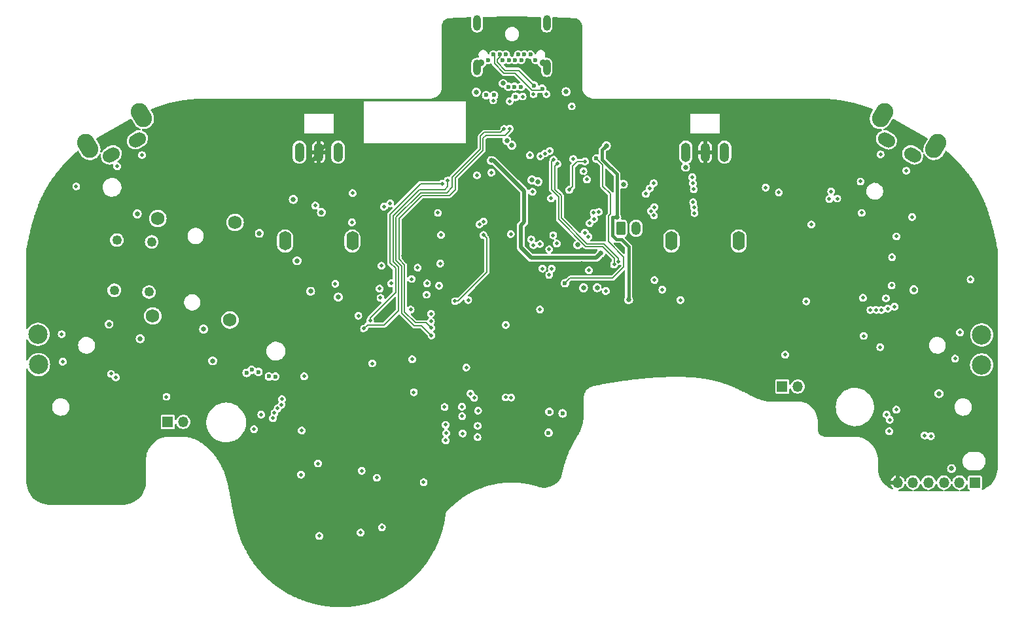
<source format=gbr>
%TF.GenerationSoftware,KiCad,Pcbnew,8.0.2*%
%TF.CreationDate,2024-06-18T23:34:14-07:00*%
%TF.ProjectId,UGC_Main,5547435f-4d61-4696-9e2e-6b696361645f,rev?*%
%TF.SameCoordinates,Original*%
%TF.FileFunction,Copper,L2,Inr*%
%TF.FilePolarity,Positive*%
%FSLAX46Y46*%
G04 Gerber Fmt 4.6, Leading zero omitted, Abs format (unit mm)*
G04 Created by KiCad (PCBNEW 8.0.2) date 2024-06-18 23:34:14*
%MOMM*%
%LPD*%
G01*
G04 APERTURE LIST*
G04 Aperture macros list*
%AMRoundRect*
0 Rectangle with rounded corners*
0 $1 Rounding radius*
0 $2 $3 $4 $5 $6 $7 $8 $9 X,Y pos of 4 corners*
0 Add a 4 corners polygon primitive as box body*
4,1,4,$2,$3,$4,$5,$6,$7,$8,$9,$2,$3,0*
0 Add four circle primitives for the rounded corners*
1,1,$1+$1,$2,$3*
1,1,$1+$1,$4,$5*
1,1,$1+$1,$6,$7*
1,1,$1+$1,$8,$9*
0 Add four rect primitives between the rounded corners*
20,1,$1+$1,$2,$3,$4,$5,0*
20,1,$1+$1,$4,$5,$6,$7,0*
20,1,$1+$1,$6,$7,$8,$9,0*
20,1,$1+$1,$8,$9,$2,$3,0*%
%AMHorizOval*
0 Thick line with rounded ends*
0 $1 width*
0 $2 $3 position (X,Y) of the first rounded end (center of the circle)*
0 $4 $5 position (X,Y) of the second rounded end (center of the circle)*
0 Add line between two ends*
20,1,$1,$2,$3,$4,$5,0*
0 Add two circle primitives to create the rounded ends*
1,1,$1,$2,$3*
1,1,$1,$4,$5*%
G04 Aperture macros list end*
%TA.AperFunction,ComponentPad*%
%ADD10R,1.350000X1.350000*%
%TD*%
%TA.AperFunction,ComponentPad*%
%ADD11O,1.350000X1.350000*%
%TD*%
%TA.AperFunction,ComponentPad*%
%ADD12C,1.750000*%
%TD*%
%TA.AperFunction,ComponentPad*%
%ADD13C,1.250000*%
%TD*%
%TA.AperFunction,ComponentPad*%
%ADD14HorizOval,2.250000X-0.250000X0.433013X0.250000X-0.433013X0*%
%TD*%
%TA.AperFunction,ComponentPad*%
%ADD15HorizOval,1.700000X0.259808X0.150000X-0.259808X-0.150000X0*%
%TD*%
%TA.AperFunction,ComponentPad*%
%ADD16HorizOval,2.250000X-0.250000X-0.433013X0.250000X0.433013X0*%
%TD*%
%TA.AperFunction,ComponentPad*%
%ADD17HorizOval,1.700000X0.259808X-0.150000X-0.259808X0.150000X0*%
%TD*%
%TA.AperFunction,ComponentPad*%
%ADD18O,1.250000X2.500000*%
%TD*%
%TA.AperFunction,HeatsinkPad*%
%ADD19O,1.600000X2.500000*%
%TD*%
%TA.AperFunction,ComponentPad*%
%ADD20RoundRect,0.250000X-0.350000X-0.625000X0.350000X-0.625000X0.350000X0.625000X-0.350000X0.625000X0*%
%TD*%
%TA.AperFunction,ComponentPad*%
%ADD21O,1.200000X1.750000*%
%TD*%
%TA.AperFunction,ComponentPad*%
%ADD22C,0.600000*%
%TD*%
%TA.AperFunction,ComponentPad*%
%ADD23O,1.000000X2.000000*%
%TD*%
%TA.AperFunction,ComponentPad*%
%ADD24C,0.900000*%
%TD*%
%TA.AperFunction,ViaPad*%
%ADD25C,0.600000*%
%TD*%
%TA.AperFunction,ViaPad*%
%ADD26C,0.500000*%
%TD*%
%TA.AperFunction,ViaPad*%
%ADD27C,0.650000*%
%TD*%
%TA.AperFunction,ViaPad*%
%ADD28C,2.500000*%
%TD*%
%TA.AperFunction,Conductor*%
%ADD29C,0.200000*%
%TD*%
%TA.AperFunction,Conductor*%
%ADD30C,0.400000*%
%TD*%
%TA.AperFunction,Conductor*%
%ADD31C,0.150000*%
%TD*%
%TA.AperFunction,Conductor*%
%ADD32C,0.500000*%
%TD*%
G04 APERTURE END LIST*
D10*
%TO.N,Net-(D4A-A)*%
%TO.C,J8*%
X253457200Y-131775200D03*
D11*
%TO.N,G*%
X255457200Y-131775200D03*
%TD*%
D12*
%TO.N,*%
%TO.C,SW6*%
X172671539Y-110006388D03*
X172009489Y-122639052D03*
X182657835Y-110529748D03*
X181995785Y-123162412D03*
D13*
%TO.N,H*%
X171861497Y-113043156D03*
X171521313Y-119534248D03*
%TO.N,Net-(D11B-A)*%
X167367664Y-112807644D03*
X167027480Y-119298736D03*
%TD*%
D14*
%TO.N,*%
%TO.C,SW7*%
X163618112Y-100644336D03*
X170546316Y-96644336D03*
D15*
%TO.N,H*%
X166643465Y-101784400D03*
%TO.N,Net-(D11A-A)*%
X170020963Y-99834400D03*
%TD*%
D16*
%TO.N,*%
%TO.C,SW8*%
X266420998Y-96644336D03*
X273349202Y-100644336D03*
D17*
%TO.N,G*%
X266946351Y-99834400D03*
%TO.N,Net-(D5B-A)*%
X270323849Y-101784400D03*
%TD*%
D10*
%TO.N,GND*%
%TO.C,J4*%
X278380200Y-144195800D03*
D11*
%TO.N,RS_B_IN*%
X276380200Y-144195800D03*
%TO.N,RS_B_OUT*%
X274380200Y-144195800D03*
%TO.N,RY*%
X272380200Y-144195800D03*
%TO.N,RX*%
X270380200Y-144195800D03*
%TO.N,+3V3*%
X268380200Y-144195800D03*
%TD*%
D10*
%TO.N,Net-(D11B-A)*%
%TO.C,J9*%
X173955200Y-136347200D03*
D11*
%TO.N,H*%
X175955200Y-136347200D03*
%TD*%
D18*
%TO.N,+3V3*%
%TO.C,RV2*%
X243483657Y-101434400D03*
%TO.N,ZR_ANALOG*%
X240983657Y-101434400D03*
%TO.N,GND*%
X245983657Y-101434400D03*
D19*
%TO.N,N/C*%
X247833657Y-112934400D03*
X239133657Y-112934400D03*
%TD*%
D20*
%TO.N,GND*%
%TO.C,B1*%
X232547596Y-111285471D03*
D21*
%TO.N,BATTERY_POS*%
X234547596Y-111285471D03*
%TD*%
D22*
%TO.N,GND*%
%TO.C,J5*%
X221533635Y-89504400D03*
%TO.N,+3V3_PRE*%
X220883635Y-88804400D03*
%TO.N,N_CLOCK*%
X220083635Y-88804400D03*
%TO.N,+5V_PRE*%
X219683635Y-89504400D03*
%TO.N,CC2*%
X219283635Y-88804400D03*
%TO.N,D+*%
X218883635Y-89504400D03*
%TO.N,D-*%
X218083635Y-89504400D03*
%TO.N,unconnected-(J5-SBU2-PadB8)*%
X217683635Y-88804400D03*
%TO.N,+5V_PRE*%
X217283635Y-89504400D03*
%TO.N,N_LATCH*%
X216883635Y-88804400D03*
%TO.N,N_DATA*%
X216083635Y-88804400D03*
%TO.N,GND*%
X215433635Y-89504400D03*
D23*
X213983635Y-84704400D03*
D24*
X214433635Y-89904400D03*
D23*
X213983635Y-90454400D03*
X222983635Y-84704400D03*
D24*
X222533635Y-89904400D03*
D23*
X222983635Y-90454400D03*
%TD*%
D18*
%TO.N,+3V3*%
%TO.C,RV1*%
X193483657Y-101434400D03*
%TO.N,ZL_ANALOG*%
X190983657Y-101434400D03*
%TO.N,GND*%
X195983657Y-101434400D03*
D19*
%TO.N,N/C*%
X197833657Y-112934400D03*
X189133657Y-112934400D03*
%TD*%
D25*
%TO.N,E*%
X187867610Y-130476935D03*
%TO.N,D*%
X187045600Y-130454400D03*
%TO.N,C*%
X185674000Y-129895600D03*
%TO.N,B*%
X184810400Y-129590800D03*
%TO.N,A*%
X184150000Y-129997200D03*
%TO.N,GND*%
X215140000Y-94050000D03*
D26*
X256583498Y-120742670D03*
X259538908Y-107500400D03*
X214275000Y-110775000D03*
D27*
X218465400Y-100533200D03*
D26*
X260574341Y-107435686D03*
D25*
X218960000Y-94270000D03*
D26*
X207441800Y-119888000D03*
X223545400Y-107416600D03*
X205371744Y-121819656D03*
X214800000Y-110400000D03*
D27*
X229504526Y-118967615D03*
D26*
X208915000Y-109296200D03*
X201930000Y-108483400D03*
X267309600Y-137566400D03*
X218328641Y-112035674D03*
X259797767Y-106529682D03*
X228449022Y-116721319D03*
D27*
X275361400Y-142392400D03*
D26*
X209194400Y-115849400D03*
X208000600Y-123342400D03*
D27*
X227748754Y-118990566D03*
X217830400Y-99923600D03*
D26*
X230632000Y-119405400D03*
X253022161Y-106650220D03*
D27*
%TO.N,LX*%
X196011800Y-120192800D03*
X179755800Y-128447800D03*
%TO.N,LY*%
X190677800Y-115493800D03*
X192430400Y-119430800D03*
D26*
%TO.N,Net-(D4A-A)*%
X266141200Y-126669800D03*
X242112800Y-109321600D03*
X266877800Y-120345200D03*
X267131800Y-121691400D03*
X268249400Y-112344200D03*
X253847600Y-127635000D03*
%TO.N,+1V1*%
X227914200Y-102641400D03*
X225882200Y-106324400D03*
X221132400Y-106553000D03*
D27*
%TO.N,BAT_LVL*%
X232912012Y-105582285D03*
D26*
X202742800Y-108051600D03*
D27*
%TO.N,VBUS_SYS*%
X232054400Y-109880400D03*
X230708200Y-100609400D03*
X233578400Y-120548400D03*
D26*
%TO.N,USB_EN*%
X223399733Y-101264779D03*
X218211400Y-94843600D03*
D25*
%TO.N,BTN_PWR*%
X223215200Y-137769600D03*
X223343093Y-135037482D03*
D26*
X236931200Y-117983000D03*
X223298445Y-117321090D03*
D25*
%TO.N,D+*%
X218020000Y-92960000D03*
%TO.N,D-*%
X218813581Y-92957751D03*
D27*
%TO.N,SL_RGB*%
X185801000Y-111937800D03*
X190195200Y-107543600D03*
%TO.N,Net-(L2-DOUT)*%
X166344600Y-123698000D03*
X170002200Y-109423200D03*
%TO.N,Net-(L3-DOUT)*%
X170383200Y-125577600D03*
X178587400Y-124333000D03*
D26*
%TO.N,LRA_HI*%
X222427800Y-116509800D03*
X223647000Y-116509800D03*
%TO.N,ESP_RTS*%
X200406000Y-128778000D03*
X198602600Y-122605800D03*
%TO.N,ESP_EN*%
X209296000Y-112141000D03*
X197866000Y-106730800D03*
X197764400Y-110515400D03*
X222148400Y-101955600D03*
%TO.N,ESP_DTR*%
X208000600Y-122351800D03*
X205790800Y-132511800D03*
X205562200Y-128244600D03*
D25*
%TO.N,N_LATCH*%
X221334118Y-92802481D03*
%TO.N,N_DATA*%
X222395124Y-93216533D03*
%TO.N,N_CLOCK*%
X219660000Y-92980000D03*
%TO.N,RP_RUN*%
X225348800Y-118389400D03*
X229412800Y-102260400D03*
D26*
X218372572Y-133193850D03*
%TO.N,I2C_SCL*%
X223875600Y-102412800D03*
X215814621Y-104075862D03*
X231701147Y-115982447D03*
%TO.N,I2C_SDA*%
X232284636Y-115562671D03*
X213952178Y-104428552D03*
X224358200Y-102946200D03*
%TO.N,USB_BOOT*%
X214807800Y-112166400D03*
X211124800Y-120726200D03*
D25*
X225040000Y-135250000D03*
D26*
%TO.N,RGB_OUT*%
X220803144Y-101833002D03*
X193040000Y-108356400D03*
%TO.N,SHARED_PU*%
X226212400Y-95504000D03*
X222961200Y-93929200D03*
X221284800Y-93929200D03*
X219860000Y-94230000D03*
%TO.N,USB_SEL*%
X222758000Y-101600000D03*
X216052400Y-94742000D03*
%TO.N,ESP_RX0*%
X209499200Y-105511600D03*
X200124189Y-123260685D03*
%TO.N,ESP_TX0*%
X210185000Y-105105200D03*
X199342763Y-124279937D03*
%TO.N,LADC_CS*%
X221259400Y-113461800D03*
X195630800Y-118465600D03*
%TO.N,SPI_TX*%
X202844400Y-118414800D03*
X207492600Y-118414800D03*
X265607800Y-121843800D03*
X201472800Y-120294400D03*
X224282000Y-113258600D03*
X267360400Y-136067800D03*
%TO.N,SPI_RX*%
X266979400Y-135407400D03*
X209067400Y-118719600D03*
X223314292Y-114001645D03*
X264871200Y-121869200D03*
%TO.N,SPI_CK*%
X223824800Y-112191800D03*
X205511400Y-117856000D03*
X266268200Y-121869200D03*
X268224000Y-134772400D03*
X201366000Y-119105800D03*
D27*
%TO.N,RADC_CS*%
X227004875Y-113428678D03*
X270484600Y-119253000D03*
X273735800Y-132689600D03*
D26*
%TO.N,IMU0_CS*%
X201599800Y-116128800D03*
X220980000Y-112725200D03*
D27*
%TO.N,ZL_ANALOG*%
X221081600Y-105029000D03*
X193827400Y-109220000D03*
%TO.N,ZR_ANALOG*%
X221871218Y-105252081D03*
X240944400Y-103378000D03*
D26*
%TO.N,UART_USB+*%
X217474800Y-98450400D03*
X208076800Y-125164600D03*
%TO.N,UART_USB-*%
X208026000Y-124164600D03*
X218186000Y-98399600D03*
%TO.N,E*%
X212115400Y-137845800D03*
X236321600Y-106121200D03*
X229055724Y-109296201D03*
%TO.N,D*%
X229717600Y-109169200D03*
X235813600Y-106832400D03*
X214045800Y-136855200D03*
D27*
%TO.N,+5V_PRE*%
X213868000Y-93675200D03*
D25*
%TO.N,+3V3_PRE*%
X216165246Y-94049711D03*
D27*
X225500000Y-93610000D03*
D26*
%TO.N,IMU1_CS*%
X222130112Y-113321680D03*
X206280400Y-116382800D03*
%TO.N,Net-(D4B-A)*%
X257225800Y-110794800D03*
X242036600Y-108610400D03*
%TO.N,C*%
X228200164Y-104966757D03*
X212039200Y-135610600D03*
X236920856Y-108544138D03*
%TO.N,Net-(D4C-A)*%
X241935000Y-107924600D03*
X270256000Y-109829600D03*
D27*
%TO.N,VBUS*%
X230004090Y-114479819D03*
X215783138Y-102514294D03*
%TO.N,CC1*%
X217350000Y-92530000D03*
D26*
%TO.N,Net-(D5B-A)*%
X269519400Y-103835200D03*
X241884200Y-105435400D03*
X263601200Y-105232200D03*
%TO.N,Net-(D5A-A)*%
X242011200Y-106248200D03*
X251333000Y-106019600D03*
%TO.N,A*%
X226415600Y-102311200D03*
X236853904Y-109619539D03*
X212013800Y-134391400D03*
%TO.N,B*%
X236474058Y-109051928D03*
X214096600Y-134899400D03*
X227736400Y-103886000D03*
D25*
%TO.N,+3V3*%
X245999000Y-129667000D03*
X222173800Y-126695200D03*
D27*
X209118200Y-114655600D03*
X227279200Y-116611400D03*
D25*
X257429000Y-107848400D03*
D27*
X226796600Y-116128800D03*
X269316200Y-137820400D03*
X177292000Y-108432600D03*
D26*
X215846705Y-109870895D03*
D27*
X168198800Y-125272800D03*
X177495200Y-102438200D03*
X220658568Y-111998972D03*
X188112400Y-123926600D03*
X227500000Y-115900000D03*
X198196200Y-104775000D03*
X186740800Y-97764600D03*
D26*
X215798400Y-98298000D03*
D27*
X199669400Y-124942600D03*
X196418200Y-107467400D03*
D26*
X213842600Y-105740200D03*
D27*
X187045600Y-119380000D03*
D26*
X231586200Y-101911955D03*
D25*
X275717000Y-118668800D03*
D27*
X169849800Y-110583609D03*
X240817400Y-96545400D03*
X199517000Y-122072400D03*
D25*
X220497400Y-143205200D03*
D27*
X176453800Y-108635800D03*
D26*
X225806000Y-107492800D03*
D25*
X261289800Y-122097800D03*
D26*
X213200000Y-110625000D03*
D27*
X220005282Y-103213573D03*
X174548800Y-125399800D03*
X176758600Y-103124000D03*
X199097900Y-115684300D03*
X187172600Y-111861600D03*
X178231800Y-103124000D03*
X222021400Y-97713800D03*
X226212400Y-100279200D03*
X270687800Y-132892800D03*
X202057000Y-112318800D03*
D26*
X224866200Y-105054400D03*
D27*
X177876200Y-108940600D03*
D26*
X218821000Y-107416600D03*
D27*
X204520800Y-114858800D03*
X226718285Y-121785989D03*
D26*
%TO.N,F*%
X191592200Y-130454400D03*
X214020400Y-138328400D03*
X236837529Y-105442522D03*
X229108000Y-110083600D03*
%TO.N,RS_B_OUT*%
X271881600Y-138099800D03*
%TO.N,Net-(D5C-A)*%
X241833400Y-104673400D03*
D28*
X279259600Y-128960400D03*
D26*
X275818600Y-128168400D03*
%TO.N,Net-(D8C-A)*%
X191287400Y-137464800D03*
X187756800Y-135178800D03*
%TO.N,Net-(D8B-A)*%
X187553600Y-135864600D03*
X198907400Y-150672800D03*
%TO.N,Net-(D8A-A)*%
X186053283Y-135403083D03*
X193395600Y-141732000D03*
%TO.N,RS_B_IN*%
X272694400Y-138201400D03*
%TO.N,Net-(D11A-A)*%
X188171967Y-134603702D03*
X162102800Y-105867200D03*
X170611800Y-101803200D03*
%TO.N,Net-(D11B-A)*%
X173786800Y-133096000D03*
X188672392Y-134129273D03*
%TO.N,Net-(D11C-A)*%
X160229000Y-124999200D03*
X188724384Y-133414380D03*
D28*
X157149800Y-124993400D03*
D26*
X167233600Y-130581400D03*
%TO.N,Net-(D12C-A)*%
X209770157Y-134423074D03*
X217652600Y-133172200D03*
%TO.N,Net-(D12A-A)*%
X213588600Y-133223000D03*
X217678000Y-123799600D03*
%TO.N,Net-(D12B-A)*%
X213131400Y-132689600D03*
X212826600Y-120573800D03*
%TO.N,Net-(D13C-A)*%
X240284000Y-120573800D03*
X209905600Y-138760200D03*
%TO.N,Net-(D13A-A)*%
X212572600Y-129311400D03*
X209905600Y-136728200D03*
%TO.N,Net-(D13B-A)*%
X209981800Y-137795000D03*
X200990200Y-143586200D03*
%TO.N,H*%
X191185800Y-143179800D03*
D28*
X157226000Y-128930400D03*
D26*
X227931351Y-111850544D03*
X193573400Y-151104600D03*
X167411400Y-103251000D03*
X199034400Y-142671800D03*
X185115200Y-137287000D03*
X160350200Y-128549400D03*
X166598600Y-130124200D03*
%TO.N,G*%
X263728200Y-109296200D03*
X267614400Y-118694200D03*
D28*
X279273000Y-125069600D03*
D26*
X267995400Y-121437400D03*
X276453600Y-124764800D03*
X264007600Y-125222000D03*
X277825200Y-117906800D03*
X267665200Y-115036600D03*
X228535538Y-110624007D03*
X263906000Y-120294400D03*
X266179300Y-101714300D03*
%TO.N,I*%
X207060800Y-144170400D03*
X228396800Y-112369600D03*
X222118121Y-121793838D03*
X201650600Y-149987000D03*
X237947200Y-119227600D03*
%TD*%
D29*
%TO.N,+1V1*%
X226949000Y-102641400D02*
X227914200Y-102641400D01*
X226314000Y-103276400D02*
X226949000Y-102641400D01*
X225882200Y-106324400D02*
X226314000Y-105892600D01*
X226314000Y-105892600D02*
X226314000Y-103276400D01*
D30*
%TO.N,VBUS_SYS*%
X232054400Y-109880400D02*
X232079800Y-109855000D01*
X233578400Y-113638400D02*
X233578400Y-120548400D01*
X231267000Y-103505000D02*
X230174800Y-102412800D01*
X230174800Y-102412800D02*
X230174800Y-101142800D01*
X232650000Y-112710000D02*
X233578400Y-113638400D01*
X231450000Y-109951400D02*
X231450000Y-112190000D01*
X232079800Y-109855000D02*
X232079800Y-104292400D01*
X231450000Y-112190000D02*
X231970000Y-112710000D01*
X231521000Y-109880400D02*
X231450000Y-109951400D01*
X232054400Y-109880400D02*
X231521000Y-109880400D01*
X232079800Y-104292400D02*
X231292400Y-103505000D01*
X230174800Y-101142800D02*
X230708200Y-100609400D01*
X231970000Y-112710000D02*
X232650000Y-112710000D01*
X231292400Y-103505000D02*
X231267000Y-103505000D01*
D29*
%TO.N,N_LATCH*%
X221334118Y-92802481D02*
X219371637Y-90840000D01*
X216580000Y-89800000D02*
X216580000Y-89410000D01*
X219371637Y-90840000D02*
X217620000Y-90840000D01*
X216580000Y-89410000D02*
X216883635Y-89106365D01*
X217620000Y-90840000D02*
X216580000Y-89800000D01*
X216883635Y-89106365D02*
X216883635Y-88804400D01*
%TO.N,N_DATA*%
X217450000Y-91200000D02*
X216210000Y-89960000D01*
X216210000Y-89960000D02*
X216210000Y-88930765D01*
X222395124Y-93216533D02*
X222201657Y-93410000D01*
X221100000Y-93410000D02*
X218890000Y-91200000D01*
X218890000Y-91200000D02*
X217450000Y-91200000D01*
X222201657Y-93410000D02*
X221100000Y-93410000D01*
X216210000Y-88930765D02*
X216083635Y-88804400D01*
D31*
%TO.N,RP_RUN*%
X231220000Y-109450000D02*
X230950000Y-109720000D01*
X232970000Y-115030000D02*
X232970000Y-116290000D01*
X231520000Y-117740000D02*
X225998200Y-117740000D01*
X231220000Y-106830000D02*
X231220000Y-109450000D01*
X230225600Y-103073200D02*
X230225600Y-105835600D01*
X230225600Y-105835600D02*
X231220000Y-106830000D01*
X232970000Y-116290000D02*
X231520000Y-117740000D01*
X225998200Y-117740000D02*
X225348800Y-118389400D01*
X230950000Y-109720000D02*
X230950000Y-113010000D01*
X230950000Y-113010000D02*
X232970000Y-115030000D01*
X229412800Y-102260400D02*
X230225600Y-103073200D01*
%TO.N,I2C_SCL*%
X230199600Y-113639600D02*
X228015800Y-113639600D01*
X231701147Y-115982447D02*
X231701147Y-115141147D01*
X224510600Y-110134400D02*
X224510600Y-107213400D01*
X224510600Y-107213400D02*
X223621600Y-106324400D01*
X223621600Y-106324400D02*
X223621600Y-102666800D01*
X228015800Y-113639600D02*
X224510600Y-110134400D01*
X223621600Y-102666800D02*
X223875600Y-102412800D01*
X231701147Y-115141147D02*
X230199600Y-113639600D01*
%TO.N,I2C_SDA*%
X224866200Y-109956600D02*
X224866200Y-107061000D01*
X230352600Y-113284000D02*
X228193600Y-113284000D01*
X232284636Y-115216036D02*
X230352600Y-113284000D01*
X228193600Y-113284000D02*
X224866200Y-109956600D01*
X224866200Y-107061000D02*
X224078800Y-106273600D01*
X224078800Y-106273600D02*
X224078800Y-103225600D01*
X232284636Y-115562671D02*
X232284636Y-115216036D01*
X224078800Y-103225600D02*
X224358200Y-102946200D01*
%TO.N,USB_BOOT*%
X211124800Y-120726200D02*
X211480400Y-120726200D01*
X211480400Y-120726200D02*
X215214200Y-116992400D01*
X215214200Y-112572800D02*
X214807800Y-112166400D01*
X215214200Y-116992400D02*
X215214200Y-112572800D01*
D29*
%TO.N,ESP_RX0*%
X200124189Y-122913011D02*
X203428600Y-119608600D01*
X206679800Y-105511600D02*
X209499200Y-105511600D01*
X202717400Y-109474000D02*
X206679800Y-105511600D01*
X200124189Y-123260685D02*
X200124189Y-122913011D01*
X203428600Y-116484400D02*
X202717400Y-115773200D01*
X202717400Y-115773200D02*
X202717400Y-109474000D01*
X203428600Y-119608600D02*
X203428600Y-116484400D01*
%TO.N,ESP_TX0*%
X199823100Y-123799600D02*
X201980800Y-123799600D01*
X209778600Y-106299000D02*
X210185000Y-105892600D01*
X203835000Y-121945400D02*
X203835000Y-116306600D01*
X210185000Y-105892600D02*
X210185000Y-105105200D01*
X203835000Y-116306600D02*
X203123800Y-115595400D01*
X203123800Y-115595400D02*
X203123800Y-109702600D01*
X206527400Y-106299000D02*
X209778600Y-106299000D01*
X199342763Y-124279937D02*
X199823100Y-123799600D01*
X201980800Y-123799600D02*
X203835000Y-121945400D01*
X203123800Y-109702600D02*
X206527400Y-106299000D01*
D31*
%TO.N,UART_USB+*%
X205816200Y-123875800D02*
X204216000Y-122275600D01*
X206788000Y-123875800D02*
X205816200Y-123875800D01*
X204216000Y-122275600D02*
X204216000Y-116157270D01*
X210769200Y-104648000D02*
X214400121Y-101017079D01*
X206705200Y-106680000D02*
X210058000Y-106680000D01*
X214400121Y-101017079D02*
X214400121Y-99384758D01*
X217043000Y-98882200D02*
X217474800Y-98450400D01*
X214902679Y-98882200D02*
X217043000Y-98882200D01*
X214400121Y-99384758D02*
X214902679Y-98882200D01*
X204216000Y-116157270D02*
X203504800Y-115446070D01*
X208076800Y-125164600D02*
X206788000Y-123875800D01*
X203504800Y-109880400D02*
X206705200Y-106680000D01*
X203504800Y-115446070D02*
X203504800Y-109880400D01*
X210058000Y-106680000D02*
X210769200Y-105968800D01*
X210769200Y-105968800D02*
X210769200Y-104648000D01*
%TO.N,UART_USB-*%
X203860400Y-110019774D02*
X206844574Y-107035600D01*
X206844574Y-107035600D02*
X210388200Y-107035600D01*
X218186000Y-98653600D02*
X218186000Y-98399600D01*
X217601800Y-99237800D02*
X218186000Y-98653600D01*
X208026000Y-124164600D02*
X207381600Y-123520200D01*
X203860400Y-115306696D02*
X203860400Y-110019774D01*
X211150200Y-104775000D02*
X214752733Y-101172467D01*
X211150200Y-106273600D02*
X211150200Y-104775000D01*
X207381600Y-123520200D02*
X205994000Y-123520200D01*
X204571600Y-116017896D02*
X203860400Y-115306696D01*
X210388200Y-107035600D02*
X211150200Y-106273600D01*
X214752733Y-99636625D02*
X215151558Y-99237800D01*
X204571600Y-122097800D02*
X204571600Y-116017896D01*
X205994000Y-123520200D02*
X204571600Y-122097800D01*
X215151558Y-99237800D02*
X217601800Y-99237800D01*
X214752733Y-101172467D02*
X214752733Y-99636625D01*
D32*
%TO.N,VBUS*%
X219608400Y-110921800D02*
X219608400Y-113741200D01*
X220065600Y-110464600D02*
X219608400Y-110921800D01*
X229371109Y-115112800D02*
X230004090Y-114479819D01*
X220065600Y-106476800D02*
X220065600Y-110464600D01*
X219608400Y-113741200D02*
X220980000Y-115112800D01*
X220980000Y-115112800D02*
X229371109Y-115112800D01*
X216103094Y-102514294D02*
X220065600Y-106476800D01*
X215783138Y-102514294D02*
X216103094Y-102514294D01*
%TO.N,+3V3*%
X193483657Y-101434400D02*
X193483657Y-101740543D01*
X193483657Y-101434400D02*
X195199000Y-99719057D01*
X195199000Y-99719057D02*
X195199000Y-99695000D01*
X193483657Y-101740543D02*
X191973200Y-103251000D01*
%TD*%
%TA.AperFunction,Conductor*%
%TO.N,+3V3*%
G36*
X218599333Y-83889145D02*
G01*
X218599367Y-83889157D01*
X218599368Y-83889146D01*
X218599434Y-83889146D01*
X218715105Y-83889210D01*
X218715140Y-83889222D01*
X218715141Y-83889211D01*
X218715256Y-83889211D01*
X218830933Y-83889321D01*
X218830971Y-83889334D01*
X218830972Y-83889322D01*
X218831140Y-83889322D01*
X218946815Y-83889480D01*
X218946854Y-83889493D01*
X218946855Y-83889481D01*
X218947079Y-83889481D01*
X219062746Y-83889688D01*
X219062785Y-83889701D01*
X219062786Y-83889689D01*
X219063073Y-83889689D01*
X219178718Y-83889946D01*
X219178761Y-83889961D01*
X219178762Y-83889947D01*
X219179116Y-83889947D01*
X219294734Y-83890258D01*
X219294777Y-83890273D01*
X219294778Y-83890259D01*
X219410828Y-83890624D01*
X219410827Y-83890631D01*
X219410874Y-83890624D01*
X219526861Y-83891045D01*
X219526908Y-83891061D01*
X219526909Y-83891046D01*
X219642969Y-83891525D01*
X219643016Y-83891541D01*
X219643017Y-83891526D01*
X219759096Y-83892064D01*
X219759146Y-83892081D01*
X219759147Y-83892065D01*
X219875296Y-83892666D01*
X219875295Y-83892674D01*
X219875347Y-83892666D01*
X219991404Y-83893329D01*
X219991456Y-83893347D01*
X219991457Y-83893330D01*
X220107575Y-83894058D01*
X220107628Y-83894076D01*
X220107629Y-83894059D01*
X220223805Y-83894854D01*
X220223804Y-83894863D01*
X220223861Y-83894854D01*
X220339923Y-83895717D01*
X220339981Y-83895736D01*
X220339982Y-83895718D01*
X220456155Y-83896652D01*
X220456154Y-83896661D01*
X220456212Y-83896652D01*
X220572258Y-83897656D01*
X220572319Y-83897677D01*
X220572320Y-83897657D01*
X220688473Y-83898736D01*
X220688472Y-83898745D01*
X220688533Y-83898736D01*
X220804609Y-83899891D01*
X220804608Y-83899900D01*
X220804669Y-83899891D01*
X220920656Y-83901121D01*
X220920723Y-83901143D01*
X220920724Y-83901122D01*
X221036814Y-83902433D01*
X221036813Y-83902443D01*
X221036877Y-83902433D01*
X221152874Y-83903824D01*
X221152874Y-83903834D01*
X221152939Y-83903824D01*
X221268900Y-83905297D01*
X221268900Y-83905307D01*
X221268966Y-83905297D01*
X221384858Y-83906853D01*
X221384887Y-83906854D01*
X221386638Y-83906878D01*
X221500760Y-83908495D01*
X221500832Y-83908520D01*
X221500833Y-83908497D01*
X221502375Y-83908520D01*
X221616656Y-83910225D01*
X221616730Y-83910251D01*
X221616731Y-83910227D01*
X221619079Y-83910263D01*
X221732502Y-83912045D01*
X221732578Y-83912071D01*
X221732579Y-83912047D01*
X221848370Y-83913957D01*
X221848369Y-83913970D01*
X221848448Y-83913958D01*
X221963981Y-83915958D01*
X221964101Y-83916000D01*
X221964102Y-83915961D01*
X222156305Y-83919528D01*
X222214135Y-83939512D01*
X222249174Y-83989671D01*
X222251566Y-84037825D01*
X222233135Y-84130479D01*
X222233135Y-84130481D01*
X222233135Y-84130482D01*
X222233135Y-85278318D01*
X222261977Y-85423313D01*
X222318551Y-85559895D01*
X222400684Y-85682816D01*
X222505219Y-85787351D01*
X222628140Y-85869484D01*
X222764722Y-85926058D01*
X222909717Y-85954900D01*
X222909718Y-85954900D01*
X223057552Y-85954900D01*
X223057553Y-85954900D01*
X223202548Y-85926058D01*
X223339130Y-85869484D01*
X223462051Y-85787351D01*
X223566586Y-85682816D01*
X223648719Y-85559895D01*
X223705293Y-85423313D01*
X223734135Y-85278318D01*
X223734135Y-84130482D01*
X223734134Y-84130480D01*
X223734134Y-84130473D01*
X223724270Y-84080888D01*
X223731460Y-84020126D01*
X223772992Y-83975196D01*
X223824620Y-83962626D01*
X223854803Y-83963619D01*
X223854910Y-83963658D01*
X223854912Y-83963623D01*
X223973331Y-83967652D01*
X223973444Y-83967656D01*
X223976788Y-83967773D01*
X224091612Y-83971811D01*
X224091725Y-83971853D01*
X224091727Y-83971816D01*
X224210099Y-83976118D01*
X224210098Y-83976138D01*
X224210212Y-83976122D01*
X224328329Y-83980554D01*
X224328445Y-83980597D01*
X224328447Y-83980559D01*
X224446769Y-83985141D01*
X224446768Y-83985161D01*
X224446885Y-83985145D01*
X224565065Y-83989868D01*
X224683209Y-83994734D01*
X224683330Y-83994779D01*
X224683332Y-83994740D01*
X224801569Y-83999759D01*
X224801568Y-83999781D01*
X224801692Y-83999764D01*
X224919649Y-84004923D01*
X224919774Y-84004970D01*
X224919776Y-84004929D01*
X225037952Y-84010251D01*
X225038080Y-84010257D01*
X225046961Y-84010668D01*
X225155963Y-84015719D01*
X225156091Y-84015768D01*
X225156094Y-84015726D01*
X225274203Y-84021358D01*
X225274201Y-84021382D01*
X225274333Y-84021364D01*
X225392276Y-84027148D01*
X225392274Y-84027172D01*
X225392406Y-84027154D01*
X225510313Y-84033098D01*
X225628175Y-84039203D01*
X225628308Y-84039254D01*
X225628311Y-84039211D01*
X225637722Y-84039711D01*
X225746060Y-84045476D01*
X225746269Y-84045556D01*
X225746273Y-84045488D01*
X225982074Y-84058545D01*
X225982071Y-84058581D01*
X225982270Y-84058556D01*
X226084177Y-84064405D01*
X226084287Y-84064448D01*
X226084290Y-84064412D01*
X226186187Y-84070379D01*
X226287656Y-84076442D01*
X226287770Y-84076486D01*
X226287773Y-84076449D01*
X226389058Y-84082623D01*
X226389056Y-84082645D01*
X226389176Y-84082630D01*
X226489904Y-84088894D01*
X226490046Y-84088951D01*
X226490050Y-84088904D01*
X226628231Y-84097705D01*
X226633707Y-84098208D01*
X226734374Y-84110275D01*
X226745038Y-84112150D01*
X226839491Y-84134148D01*
X226852702Y-84138217D01*
X226998537Y-84194564D01*
X227011064Y-84200442D01*
X227095966Y-84247792D01*
X227105117Y-84253573D01*
X227184146Y-84309782D01*
X227194827Y-84318566D01*
X227308475Y-84426179D01*
X227317602Y-84436084D01*
X227374266Y-84506692D01*
X227380180Y-84514888D01*
X227429378Y-84590974D01*
X227435674Y-84602265D01*
X227498312Y-84734179D01*
X227503086Y-84746204D01*
X227531001Y-84832595D01*
X227533617Y-84842374D01*
X227552524Y-84930973D01*
X227554391Y-84943763D01*
X227566204Y-85091875D01*
X227566517Y-85099746D01*
X227566517Y-92997187D01*
X227568702Y-93115075D01*
X227605581Y-93347926D01*
X227678434Y-93572149D01*
X227779268Y-93770049D01*
X227785468Y-93782216D01*
X227924045Y-93972951D01*
X228090754Y-94139659D01*
X228281489Y-94278235D01*
X228491555Y-94385267D01*
X228715777Y-94458120D01*
X228948630Y-94494998D01*
X228948629Y-94494998D01*
X228948636Y-94494999D01*
X229066517Y-94497189D01*
X257941315Y-94497189D01*
X257941853Y-94497189D01*
X258375006Y-94499548D01*
X258378685Y-94499638D01*
X259244174Y-94537322D01*
X259248451Y-94537602D01*
X260111196Y-94612874D01*
X260115436Y-94613336D01*
X260974157Y-94726075D01*
X260978336Y-94726716D01*
X261831315Y-94876699D01*
X261835478Y-94877525D01*
X262681105Y-95064465D01*
X262685282Y-95065484D01*
X263521947Y-95289025D01*
X263526058Y-95290219D01*
X264352245Y-95549955D01*
X264356277Y-95551320D01*
X264979199Y-95777371D01*
X265160905Y-95843310D01*
X265209156Y-95880934D01*
X265226077Y-95939733D01*
X265212871Y-95985872D01*
X264925652Y-96483352D01*
X264925650Y-96483356D01*
X264848063Y-96685481D01*
X264827772Y-96780941D01*
X264803048Y-96897256D01*
X264803047Y-96897260D01*
X264803047Y-96897264D01*
X264791717Y-97113459D01*
X264791717Y-97113461D01*
X264803926Y-97229627D01*
X264814349Y-97328790D01*
X264856376Y-97485637D01*
X264870386Y-97537921D01*
X264870387Y-97537922D01*
X264958447Y-97735710D01*
X264958452Y-97735718D01*
X265076364Y-97917288D01*
X265096498Y-97939649D01*
X265221239Y-98078186D01*
X265389498Y-98214440D01*
X265576999Y-98322694D01*
X265779128Y-98400283D01*
X265990905Y-98445299D01*
X266088248Y-98450400D01*
X266207108Y-98456629D01*
X266207109Y-98456629D01*
X266207111Y-98456628D01*
X266207116Y-98456629D01*
X266288105Y-98448116D01*
X266347951Y-98460837D01*
X266388892Y-98506307D01*
X266395288Y-98567157D01*
X266364695Y-98620145D01*
X266324081Y-98642199D01*
X266318054Y-98643814D01*
X266318049Y-98643816D01*
X266159807Y-98714269D01*
X266014532Y-98808613D01*
X266014529Y-98808615D01*
X265885801Y-98924522D01*
X265885799Y-98924524D01*
X265776784Y-99059145D01*
X265690174Y-99209161D01*
X265642521Y-99333305D01*
X265628099Y-99370875D01*
X265597858Y-99513151D01*
X265592083Y-99540319D01*
X265583017Y-99713290D01*
X265583017Y-99713292D01*
X265589710Y-99776964D01*
X265601125Y-99885572D01*
X265624421Y-99972512D01*
X265645958Y-100052893D01*
X265716412Y-100211135D01*
X265810756Y-100356410D01*
X265810758Y-100356413D01*
X265925052Y-100483350D01*
X265926667Y-100485143D01*
X266061286Y-100594156D01*
X266730917Y-100980767D01*
X266892635Y-101042844D01*
X267062072Y-101078859D01*
X267142798Y-101083089D01*
X267235049Y-101087925D01*
X267235051Y-101087925D01*
X267235052Y-101087924D01*
X267235057Y-101087925D01*
X267407331Y-101069818D01*
X267574650Y-101024985D01*
X267732897Y-100954529D01*
X267749648Y-100943651D01*
X267878167Y-100860188D01*
X267878167Y-100860187D01*
X267878173Y-100860184D01*
X268006903Y-100744276D01*
X268023994Y-100723171D01*
X268054514Y-100685481D01*
X268115915Y-100609657D01*
X268202526Y-100459642D01*
X268264603Y-100297925D01*
X268300618Y-100128488D01*
X268305836Y-100028934D01*
X268309684Y-99955509D01*
X268309684Y-99955507D01*
X268309683Y-99955505D01*
X268309684Y-99955502D01*
X268291577Y-99783229D01*
X268246744Y-99615910D01*
X268176288Y-99457663D01*
X268158208Y-99429823D01*
X268081945Y-99312389D01*
X268081943Y-99312386D01*
X267966036Y-99183658D01*
X267966034Y-99183656D01*
X267831415Y-99074643D01*
X267571400Y-98924524D01*
X267161785Y-98688033D01*
X267161779Y-98688030D01*
X267161778Y-98688030D01*
X267102124Y-98665131D01*
X267000068Y-98625956D01*
X267000064Y-98625955D01*
X266970215Y-98619610D01*
X266830631Y-98589941D01*
X266830626Y-98589940D01*
X266830623Y-98589940D01*
X266657652Y-98580874D01*
X266657650Y-98580874D01*
X266630144Y-98583765D01*
X266619703Y-98584862D01*
X266559855Y-98572141D01*
X266518915Y-98526671D01*
X266512520Y-98465821D01*
X266543113Y-98412833D01*
X266583730Y-98390779D01*
X266631569Y-98377961D01*
X266829360Y-98289899D01*
X267010939Y-98171981D01*
X267171835Y-98027108D01*
X267308089Y-97858849D01*
X267712089Y-97159099D01*
X267757555Y-97118162D01*
X267818405Y-97111766D01*
X267846730Y-97122528D01*
X267916743Y-97162314D01*
X267916987Y-97162454D01*
X272225328Y-99641658D01*
X272266333Y-99687068D01*
X272272816Y-99747909D01*
X272261687Y-99776964D01*
X271853856Y-100483352D01*
X271853854Y-100483356D01*
X271776267Y-100685481D01*
X271759518Y-100764279D01*
X271731252Y-100897256D01*
X271731251Y-100897260D01*
X271731251Y-100897264D01*
X271719921Y-101113459D01*
X271719921Y-101113461D01*
X271725873Y-101170087D01*
X271742553Y-101328790D01*
X271754413Y-101373051D01*
X271755371Y-101376626D01*
X271752168Y-101437728D01*
X271713663Y-101485278D01*
X271654562Y-101501113D01*
X271597441Y-101479186D01*
X271569303Y-101442515D01*
X271568596Y-101440928D01*
X271559749Y-101421057D01*
X271553788Y-101407667D01*
X271553785Y-101407661D01*
X271459443Y-101262389D01*
X271459441Y-101262386D01*
X271343534Y-101133658D01*
X271343532Y-101133656D01*
X271208913Y-101024643D01*
X270988271Y-100897256D01*
X270539283Y-100638033D01*
X270539277Y-100638030D01*
X270539276Y-100638030D01*
X270479622Y-100615131D01*
X270377566Y-100575956D01*
X270377562Y-100575955D01*
X270331122Y-100566084D01*
X270208129Y-100539941D01*
X270208124Y-100539940D01*
X270208121Y-100539940D01*
X270035150Y-100530874D01*
X270035148Y-100530874D01*
X269915763Y-100543422D01*
X269862869Y-100548982D01*
X269795941Y-100566915D01*
X269695547Y-100593815D01*
X269695547Y-100593816D01*
X269537305Y-100664269D01*
X269392030Y-100758613D01*
X269392027Y-100758615D01*
X269263299Y-100874522D01*
X269263297Y-100874524D01*
X269154282Y-101009145D01*
X269067672Y-101159161D01*
X269005596Y-101320878D01*
X269000841Y-101343249D01*
X268970078Y-101487983D01*
X268969581Y-101490319D01*
X268960515Y-101663290D01*
X268960515Y-101663292D01*
X268968127Y-101735710D01*
X268978623Y-101835572D01*
X269002041Y-101922970D01*
X269023456Y-102002893D01*
X269093910Y-102161135D01*
X269188254Y-102306410D01*
X269188256Y-102306413D01*
X269284044Y-102412797D01*
X269304165Y-102435143D01*
X269438784Y-102544156D01*
X270108415Y-102930767D01*
X270154492Y-102948454D01*
X270267673Y-102991900D01*
X270270133Y-102992844D01*
X270439570Y-103028859D01*
X270520296Y-103033089D01*
X270612547Y-103037925D01*
X270612549Y-103037925D01*
X270612550Y-103037924D01*
X270612555Y-103037925D01*
X270784829Y-103019818D01*
X270952148Y-102974985D01*
X271110395Y-102904529D01*
X271110913Y-102904193D01*
X271255665Y-102810188D01*
X271255665Y-102810187D01*
X271255671Y-102810184D01*
X271384401Y-102694276D01*
X271493413Y-102559657D01*
X271580024Y-102409642D01*
X271642101Y-102247925D01*
X271678116Y-102078488D01*
X271684556Y-101955602D01*
X271687182Y-101905509D01*
X271687182Y-101905507D01*
X271687181Y-101905505D01*
X271687182Y-101905502D01*
X271669075Y-101733229D01*
X271667460Y-101727200D01*
X271670661Y-101666101D01*
X271709166Y-101618550D01*
X271768266Y-101602714D01*
X271825388Y-101624640D01*
X271853527Y-101661311D01*
X271886651Y-101735710D01*
X271886656Y-101735718D01*
X272004568Y-101917288D01*
X272004569Y-101917289D01*
X272004570Y-101917290D01*
X272106645Y-102030655D01*
X272149445Y-102078188D01*
X272176997Y-102100499D01*
X272317702Y-102214440D01*
X272505203Y-102322694D01*
X272707332Y-102400283D01*
X272919109Y-102445299D01*
X273027214Y-102450964D01*
X273135312Y-102456629D01*
X273135314Y-102456629D01*
X273135315Y-102456628D01*
X273135320Y-102456629D01*
X273350643Y-102433998D01*
X273559773Y-102377961D01*
X273757564Y-102289899D01*
X273939143Y-102171981D01*
X274100039Y-102027108D01*
X274236293Y-101858849D01*
X274571140Y-101278876D01*
X274616607Y-101237938D01*
X274677457Y-101231542D01*
X274722621Y-101254364D01*
X274728404Y-101259501D01*
X274728787Y-101259843D01*
X274821489Y-101343249D01*
X274848795Y-101367817D01*
X274849215Y-101368197D01*
X274923979Y-101436323D01*
X274968630Y-101477009D01*
X274969097Y-101477437D01*
X275087941Y-101587127D01*
X275088410Y-101587563D01*
X275206553Y-101698031D01*
X275207026Y-101698476D01*
X275324582Y-101809848D01*
X275325057Y-101810301D01*
X275441931Y-101922508D01*
X275442409Y-101922970D01*
X275453568Y-101933828D01*
X275558719Y-102036148D01*
X275558905Y-102036330D01*
X275664914Y-102140900D01*
X275674513Y-102150369D01*
X275674998Y-102150851D01*
X275789688Y-102265559D01*
X275790176Y-102266051D01*
X275903981Y-102381479D01*
X275904473Y-102381981D01*
X276017574Y-102498336D01*
X276018069Y-102498849D01*
X276130290Y-102615975D01*
X276130789Y-102616500D01*
X276242043Y-102734329D01*
X276242544Y-102734863D01*
X276352990Y-102853585D01*
X276353496Y-102854133D01*
X276462974Y-102973605D01*
X276463482Y-102974164D01*
X276504680Y-103019817D01*
X276557838Y-103078725D01*
X276571898Y-103094305D01*
X276572398Y-103094863D01*
X276578162Y-103101350D01*
X276679975Y-103215947D01*
X276680438Y-103216472D01*
X276787011Y-103338344D01*
X276787353Y-103338739D01*
X276845358Y-103406150D01*
X276892815Y-103461302D01*
X276893336Y-103461913D01*
X276997578Y-103585065D01*
X276998014Y-103585583D01*
X277101288Y-103709650D01*
X277101762Y-103710224D01*
X277203828Y-103834946D01*
X277204358Y-103835600D01*
X277305153Y-103960930D01*
X277305686Y-103961599D01*
X277405241Y-104087600D01*
X277405777Y-104088284D01*
X277504031Y-104214909D01*
X277504828Y-104215950D01*
X277698001Y-104471937D01*
X277698678Y-104472847D01*
X277779692Y-104583175D01*
X277780153Y-104583807D01*
X277859344Y-104693458D01*
X277859731Y-104693997D01*
X277937116Y-104802954D01*
X277937495Y-104803492D01*
X278012857Y-104911394D01*
X278013301Y-104912036D01*
X278086813Y-105019078D01*
X278087250Y-105019720D01*
X278158988Y-105125955D01*
X278159421Y-105126601D01*
X278229279Y-105231824D01*
X278229704Y-105232469D01*
X278297876Y-105336912D01*
X278298279Y-105337535D01*
X278355500Y-105426710D01*
X278364795Y-105441195D01*
X278365206Y-105441842D01*
X278429936Y-105544459D01*
X278430292Y-105545028D01*
X278493564Y-105647064D01*
X278493754Y-105647373D01*
X278555344Y-105748414D01*
X278555733Y-105749058D01*
X278615677Y-105849103D01*
X278616057Y-105849743D01*
X278674431Y-105948851D01*
X278674804Y-105949490D01*
X278731596Y-106047582D01*
X278731960Y-106048216D01*
X278787444Y-106145702D01*
X278787801Y-106146334D01*
X278841687Y-106242646D01*
X278842034Y-106243272D01*
X278894588Y-106338819D01*
X278894926Y-106339438D01*
X278946086Y-106434040D01*
X278946416Y-106434655D01*
X278996245Y-106528369D01*
X278996556Y-106528959D01*
X279045187Y-106621968D01*
X279088679Y-106706544D01*
X279092532Y-106714037D01*
X279092833Y-106714627D01*
X279138851Y-106805610D01*
X279139142Y-106806190D01*
X279183871Y-106896082D01*
X279184287Y-106896929D01*
X279270418Y-107074246D01*
X279270940Y-107075338D01*
X279352472Y-107248543D01*
X279353170Y-107250059D01*
X279504296Y-107585679D01*
X279504488Y-107586104D01*
X279505102Y-107587495D01*
X279508624Y-107595652D01*
X279574257Y-107747674D01*
X279574636Y-107748565D01*
X279603739Y-107817827D01*
X279642108Y-107909143D01*
X279642559Y-107910215D01*
X279642927Y-107911102D01*
X279709659Y-108074336D01*
X279710014Y-108075216D01*
X279713582Y-108084187D01*
X279765182Y-108213943D01*
X279775550Y-108240013D01*
X279775892Y-108240885D01*
X279840329Y-108407492D01*
X279840657Y-108408352D01*
X279903958Y-108576658D01*
X279904273Y-108577507D01*
X279966557Y-108747821D01*
X279966858Y-108748656D01*
X280028151Y-108921034D01*
X280028438Y-108921854D01*
X280088712Y-109096200D01*
X280088985Y-109097001D01*
X280148448Y-109273884D01*
X280148709Y-109274669D01*
X280207284Y-109453854D01*
X280207530Y-109454619D01*
X280265240Y-109636131D01*
X280265474Y-109636876D01*
X280322448Y-109821095D01*
X280322669Y-109821818D01*
X280378942Y-110008817D01*
X280379150Y-110009518D01*
X280434730Y-110199286D01*
X280434926Y-110199966D01*
X280489845Y-110392565D01*
X280490030Y-110393220D01*
X280544411Y-110589028D01*
X280544584Y-110589660D01*
X280598377Y-110788446D01*
X280598539Y-110789055D01*
X280651874Y-110991243D01*
X280652027Y-110991827D01*
X280666574Y-111048370D01*
X280687176Y-111128448D01*
X280704913Y-111197387D01*
X280705041Y-111197896D01*
X280757560Y-111407088D01*
X280809762Y-111620056D01*
X280809810Y-111620251D01*
X280861672Y-111836811D01*
X280861787Y-111837300D01*
X280913276Y-112057226D01*
X280913384Y-112057692D01*
X280926163Y-112113487D01*
X280964476Y-112280773D01*
X280964621Y-112281403D01*
X280964722Y-112281846D01*
X281015896Y-112510092D01*
X281015989Y-112510513D01*
X281066949Y-112742525D01*
X281067036Y-112742922D01*
X281098973Y-112891234D01*
X281117982Y-112979510D01*
X281160065Y-113178700D01*
X281168911Y-113220571D01*
X281168985Y-113220927D01*
X281219784Y-113465813D01*
X281219885Y-113466305D01*
X281319904Y-113961089D01*
X281321867Y-113980705D01*
X281321867Y-142315822D01*
X281321858Y-142317151D01*
X281319673Y-142479932D01*
X281319060Y-142489687D01*
X281282534Y-142813890D01*
X281280674Y-142824836D01*
X281208227Y-143142246D01*
X281205154Y-143152913D01*
X281097622Y-143460229D01*
X281093373Y-143470486D01*
X280952112Y-143763818D01*
X280946742Y-143773535D01*
X280773518Y-144049218D01*
X280767093Y-144058272D01*
X280564105Y-144312812D01*
X280556707Y-144321091D01*
X280326486Y-144551310D01*
X280318208Y-144558707D01*
X280063656Y-144761705D01*
X280054602Y-144768130D01*
X279778923Y-144941348D01*
X279769206Y-144946718D01*
X279475874Y-145087977D01*
X279465618Y-145092225D01*
X279409634Y-145111815D01*
X279348464Y-145113188D01*
X279298170Y-145078345D01*
X279277961Y-145020593D01*
X279290165Y-144978683D01*
X279287433Y-144977552D01*
X279291161Y-144968546D01*
X279291166Y-144968540D01*
X279305700Y-144895474D01*
X279305700Y-143496126D01*
X279291166Y-143423060D01*
X279268991Y-143389872D01*
X279235802Y-143340200D01*
X279235799Y-143340197D01*
X279152942Y-143284835D01*
X279152940Y-143284834D01*
X279152937Y-143284833D01*
X279152936Y-143284833D01*
X279079884Y-143270301D01*
X279079874Y-143270300D01*
X277680526Y-143270300D01*
X277680525Y-143270300D01*
X277680515Y-143270301D01*
X277607463Y-143284833D01*
X277607457Y-143284835D01*
X277524600Y-143340197D01*
X277524597Y-143340200D01*
X277469235Y-143423057D01*
X277469233Y-143423063D01*
X277454701Y-143496115D01*
X277454700Y-143496127D01*
X277454700Y-143882728D01*
X277435793Y-143940919D01*
X277386293Y-143976883D01*
X277325107Y-143976883D01*
X277275607Y-143940919D01*
X277261545Y-143913321D01*
X277230344Y-143817292D01*
X277230340Y-143817286D01*
X277230339Y-143817282D01*
X277168657Y-143710447D01*
X277133070Y-143648808D01*
X277042764Y-143548513D01*
X277002896Y-143504235D01*
X277002896Y-143504234D01*
X276956446Y-143470486D01*
X276845499Y-143389878D01*
X276845495Y-143389876D01*
X276845488Y-143389872D01*
X276667777Y-143310751D01*
X276667772Y-143310749D01*
X276667771Y-143310749D01*
X276667768Y-143310748D01*
X276667767Y-143310748D01*
X276631572Y-143303054D01*
X276477474Y-143270300D01*
X276282926Y-143270300D01*
X276161582Y-143296092D01*
X276092632Y-143310748D01*
X276092622Y-143310751D01*
X275914911Y-143389872D01*
X275914904Y-143389876D01*
X275914901Y-143389877D01*
X275914901Y-143389878D01*
X275914304Y-143390312D01*
X275757503Y-143504234D01*
X275757503Y-143504235D01*
X275627332Y-143648805D01*
X275627328Y-143648811D01*
X275530060Y-143817282D01*
X275530058Y-143817287D01*
X275530056Y-143817290D01*
X275530056Y-143817292D01*
X275478203Y-143976883D01*
X275474355Y-143988725D01*
X275438391Y-144038225D01*
X275380200Y-144057132D01*
X275322009Y-144038225D01*
X275286045Y-143988725D01*
X275230344Y-143817292D01*
X275230340Y-143817286D01*
X275230339Y-143817282D01*
X275168657Y-143710447D01*
X275133070Y-143648808D01*
X275042764Y-143548513D01*
X275002896Y-143504235D01*
X275002896Y-143504234D01*
X274956446Y-143470486D01*
X274845499Y-143389878D01*
X274845495Y-143389876D01*
X274845488Y-143389872D01*
X274667777Y-143310751D01*
X274667772Y-143310749D01*
X274667771Y-143310749D01*
X274667768Y-143310748D01*
X274667767Y-143310748D01*
X274631572Y-143303054D01*
X274477474Y-143270300D01*
X274282926Y-143270300D01*
X274161582Y-143296092D01*
X274092632Y-143310748D01*
X274092622Y-143310751D01*
X273914911Y-143389872D01*
X273914904Y-143389876D01*
X273914901Y-143389877D01*
X273914901Y-143389878D01*
X273914304Y-143390312D01*
X273757503Y-143504234D01*
X273757503Y-143504235D01*
X273627332Y-143648805D01*
X273627328Y-143648811D01*
X273530060Y-143817282D01*
X273530058Y-143817287D01*
X273530056Y-143817290D01*
X273530056Y-143817292D01*
X273478203Y-143976883D01*
X273474355Y-143988725D01*
X273438391Y-144038225D01*
X273380200Y-144057132D01*
X273322009Y-144038225D01*
X273286045Y-143988725D01*
X273230344Y-143817292D01*
X273230340Y-143817286D01*
X273230339Y-143817282D01*
X273168657Y-143710447D01*
X273133070Y-143648808D01*
X273042764Y-143548513D01*
X273002896Y-143504235D01*
X273002896Y-143504234D01*
X272956446Y-143470486D01*
X272845499Y-143389878D01*
X272845495Y-143389876D01*
X272845488Y-143389872D01*
X272667777Y-143310751D01*
X272667772Y-143310749D01*
X272667771Y-143310749D01*
X272667768Y-143310748D01*
X272667767Y-143310748D01*
X272631572Y-143303054D01*
X272477474Y-143270300D01*
X272282926Y-143270300D01*
X272161582Y-143296092D01*
X272092632Y-143310748D01*
X272092622Y-143310751D01*
X271914911Y-143389872D01*
X271914904Y-143389876D01*
X271914901Y-143389877D01*
X271914901Y-143389878D01*
X271914304Y-143390312D01*
X271757503Y-143504234D01*
X271757503Y-143504235D01*
X271627332Y-143648805D01*
X271627328Y-143648811D01*
X271530060Y-143817282D01*
X271530058Y-143817287D01*
X271530056Y-143817290D01*
X271530056Y-143817292D01*
X271478203Y-143976883D01*
X271474355Y-143988725D01*
X271438391Y-144038225D01*
X271380200Y-144057132D01*
X271322009Y-144038225D01*
X271286045Y-143988725D01*
X271230344Y-143817292D01*
X271230340Y-143817286D01*
X271230339Y-143817282D01*
X271168657Y-143710447D01*
X271133070Y-143648808D01*
X271042764Y-143548513D01*
X271002896Y-143504235D01*
X271002896Y-143504234D01*
X270956446Y-143470486D01*
X270845499Y-143389878D01*
X270845495Y-143389876D01*
X270845488Y-143389872D01*
X270667777Y-143310751D01*
X270667772Y-143310749D01*
X270667771Y-143310749D01*
X270667768Y-143310748D01*
X270667767Y-143310748D01*
X270631572Y-143303054D01*
X270477474Y-143270300D01*
X270282926Y-143270300D01*
X270161582Y-143296092D01*
X270092632Y-143310748D01*
X270092622Y-143310751D01*
X269914911Y-143389872D01*
X269914904Y-143389876D01*
X269914901Y-143389877D01*
X269914901Y-143389878D01*
X269914304Y-143390312D01*
X269757503Y-143504234D01*
X269757503Y-143504235D01*
X269627332Y-143648805D01*
X269627328Y-143648811D01*
X269530060Y-143817282D01*
X269530058Y-143817287D01*
X269530056Y-143817290D01*
X269530056Y-143817292D01*
X269474355Y-143988725D01*
X269474092Y-143989534D01*
X269438128Y-144039034D01*
X269379937Y-144057941D01*
X269321746Y-144039034D01*
X269285782Y-143989534D01*
X269229881Y-143817491D01*
X269229879Y-143817486D01*
X269132664Y-143649107D01*
X269132660Y-143649101D01*
X269002559Y-143504609D01*
X269002558Y-143504608D01*
X268845244Y-143390312D01*
X268845237Y-143390308D01*
X268667619Y-143311228D01*
X268667611Y-143311226D01*
X268630200Y-143303274D01*
X268630200Y-143880114D01*
X268625806Y-143875720D01*
X268534594Y-143823059D01*
X268432861Y-143795800D01*
X268327539Y-143795800D01*
X268225806Y-143823059D01*
X268134594Y-143875720D01*
X268130200Y-143880114D01*
X268130200Y-143303274D01*
X268092788Y-143311226D01*
X268092784Y-143311227D01*
X267915159Y-143390310D01*
X267915156Y-143390312D01*
X267757840Y-143504608D01*
X267757840Y-143504609D01*
X267627739Y-143649101D01*
X267627735Y-143649107D01*
X267530520Y-143817486D01*
X267530517Y-143817494D01*
X267488829Y-143945800D01*
X268064514Y-143945800D01*
X268060120Y-143950194D01*
X268007459Y-144041406D01*
X267980200Y-144143139D01*
X267980200Y-144248461D01*
X268007459Y-144350194D01*
X268060120Y-144441406D01*
X268064514Y-144445800D01*
X267488829Y-144445800D01*
X267530517Y-144574105D01*
X267530520Y-144574113D01*
X267627735Y-144742492D01*
X267627739Y-144742498D01*
X267757840Y-144886990D01*
X267757846Y-144886996D01*
X267813648Y-144927539D01*
X267849612Y-144977039D01*
X267849611Y-145038224D01*
X267813647Y-145087724D01*
X267755457Y-145106631D01*
X267722761Y-145101076D01*
X267697408Y-145092205D01*
X267687150Y-145087956D01*
X267671403Y-145080373D01*
X267508081Y-145001723D01*
X267393817Y-144946698D01*
X267384100Y-144941328D01*
X267314554Y-144897630D01*
X267108416Y-144768107D01*
X267099374Y-144761691D01*
X266864145Y-144574105D01*
X266844818Y-144558692D01*
X266836540Y-144551294D01*
X266606324Y-144321081D01*
X266598926Y-144312803D01*
X266558653Y-144262303D01*
X266513752Y-144205999D01*
X266395931Y-144058256D01*
X266389506Y-144049201D01*
X266216286Y-143773524D01*
X266210916Y-143763808D01*
X266185220Y-143710449D01*
X266069649Y-143470464D01*
X266065406Y-143460218D01*
X266040792Y-143389876D01*
X265957875Y-143152913D01*
X265954802Y-143142245D01*
X265951151Y-143126249D01*
X265882352Y-142824818D01*
X265880496Y-142813890D01*
X265843966Y-142489664D01*
X265843356Y-142479951D01*
X265842175Y-142392399D01*
X274780934Y-142392399D01*
X274780934Y-142392400D01*
X274800712Y-142542632D01*
X274800714Y-142542638D01*
X274854215Y-142671802D01*
X274858702Y-142682633D01*
X274950949Y-142802851D01*
X275071167Y-142895098D01*
X275211164Y-142953087D01*
X275323841Y-142967921D01*
X275361399Y-142972866D01*
X275361400Y-142972866D01*
X275361401Y-142972866D01*
X275391447Y-142968910D01*
X275511636Y-142953087D01*
X275651633Y-142895098D01*
X275771851Y-142802851D01*
X275864098Y-142682633D01*
X275922087Y-142542636D01*
X275941866Y-142392400D01*
X275922087Y-142242164D01*
X275864098Y-142102167D01*
X275771851Y-141981949D01*
X275651633Y-141889702D01*
X275511636Y-141831713D01*
X275511634Y-141831712D01*
X275511632Y-141831712D01*
X275361401Y-141811934D01*
X275361399Y-141811934D01*
X275211167Y-141831712D01*
X275211161Y-141831714D01*
X275071168Y-141889701D01*
X274950951Y-141981947D01*
X274950947Y-141981951D01*
X274858701Y-142102168D01*
X274800714Y-142242161D01*
X274800712Y-142242167D01*
X274780934Y-142392399D01*
X265842175Y-142392399D01*
X265841159Y-142317145D01*
X265841150Y-142315810D01*
X265841150Y-141434400D01*
X276777892Y-141434400D01*
X276792511Y-141592168D01*
X276798423Y-141655962D01*
X276848427Y-141831714D01*
X276859315Y-141869980D01*
X276958492Y-142069159D01*
X276958498Y-142069169D01*
X277092584Y-142246733D01*
X277257019Y-142396641D01*
X277446193Y-142513778D01*
X277446198Y-142513781D01*
X277653681Y-142594167D01*
X277872402Y-142635060D01*
X277983657Y-142637630D01*
X278583653Y-142637630D01*
X278583657Y-142637630D01*
X278694932Y-142635226D01*
X278913694Y-142594339D01*
X279121218Y-142513951D01*
X279310437Y-142396797D01*
X279474906Y-142246869D01*
X279609025Y-142069272D01*
X279698165Y-141890262D01*
X279708225Y-141870060D01*
X279708225Y-141870057D01*
X279708227Y-141870055D01*
X279769132Y-141656001D01*
X279789667Y-141434400D01*
X279769132Y-141212799D01*
X279708227Y-140998745D01*
X279708226Y-140998743D01*
X279708225Y-140998739D01*
X279609029Y-140799536D01*
X279609026Y-140799530D01*
X279609025Y-140799529D01*
X279609025Y-140799528D01*
X279474906Y-140621931D01*
X279310437Y-140472003D01*
X279121218Y-140354849D01*
X278913693Y-140274460D01*
X278735818Y-140241215D01*
X278694932Y-140233574D01*
X278694930Y-140233573D01*
X278694924Y-140233573D01*
X278594178Y-140231397D01*
X278583657Y-140231170D01*
X278583653Y-140231170D01*
X277983675Y-140231170D01*
X277983657Y-140231170D01*
X277888295Y-140233372D01*
X277872399Y-140233740D01*
X277653685Y-140274632D01*
X277653683Y-140274632D01*
X277446195Y-140355020D01*
X277446193Y-140355021D01*
X277257019Y-140472158D01*
X277092584Y-140622066D01*
X276958498Y-140799630D01*
X276958492Y-140799640D01*
X276859315Y-140998819D01*
X276798423Y-141212836D01*
X276777892Y-141434400D01*
X265841150Y-141434400D01*
X265841150Y-141270907D01*
X265838905Y-141102579D01*
X265838905Y-141102575D01*
X265838905Y-141102573D01*
X265801209Y-140767990D01*
X265726287Y-140439731D01*
X265615083Y-140121925D01*
X265468995Y-139818569D01*
X265289859Y-139533477D01*
X265079929Y-139270235D01*
X264841845Y-139032153D01*
X264836741Y-139028083D01*
X264780002Y-138982835D01*
X264578601Y-138822225D01*
X264578491Y-138822156D01*
X264359134Y-138684327D01*
X264293508Y-138643092D01*
X264090223Y-138545198D01*
X263990161Y-138497012D01*
X263990158Y-138497011D01*
X263990150Y-138497007D01*
X263672343Y-138385805D01*
X263344084Y-138310887D01*
X263009495Y-138273192D01*
X262843548Y-138270955D01*
X262841150Y-138270923D01*
X262841149Y-138270923D01*
X259040395Y-138270923D01*
X259037962Y-138270893D01*
X258949454Y-138268717D01*
X258932572Y-138266844D01*
X258757760Y-138232069D01*
X258739189Y-138226436D01*
X258575658Y-138158699D01*
X258558542Y-138149550D01*
X258484082Y-138099797D01*
X271375953Y-138099797D01*
X271375953Y-138099802D01*
X271396434Y-138242256D01*
X271443950Y-138346299D01*
X271456223Y-138373173D01*
X271544259Y-138474773D01*
X271550473Y-138481944D01*
X271671542Y-138559750D01*
X271671547Y-138559753D01*
X271778003Y-138591011D01*
X271809635Y-138600299D01*
X271809636Y-138600299D01*
X271809639Y-138600300D01*
X271809641Y-138600300D01*
X271953559Y-138600300D01*
X271953561Y-138600300D01*
X272091653Y-138559753D01*
X272180714Y-138502516D01*
X272239885Y-138486963D01*
X272296902Y-138509161D01*
X272309050Y-138520967D01*
X272342657Y-138559752D01*
X272363273Y-138583544D01*
X272484342Y-138661350D01*
X272484347Y-138661353D01*
X272590803Y-138692611D01*
X272622435Y-138701899D01*
X272622436Y-138701899D01*
X272622439Y-138701900D01*
X272622441Y-138701900D01*
X272766359Y-138701900D01*
X272766361Y-138701900D01*
X272904453Y-138661353D01*
X273025528Y-138583543D01*
X273119777Y-138474773D01*
X273179565Y-138343857D01*
X273196231Y-138227943D01*
X273200047Y-138201402D01*
X273200047Y-138201397D01*
X273179565Y-138058943D01*
X273176034Y-138051212D01*
X273119777Y-137928027D01*
X273025528Y-137819257D01*
X273025527Y-137819256D01*
X273025526Y-137819255D01*
X272904457Y-137741449D01*
X272904454Y-137741447D01*
X272904453Y-137741447D01*
X272893296Y-137738171D01*
X272766364Y-137700900D01*
X272766361Y-137700900D01*
X272622439Y-137700900D01*
X272622435Y-137700900D01*
X272484349Y-137741446D01*
X272484342Y-137741449D01*
X272395288Y-137798681D01*
X272336113Y-137814236D01*
X272279097Y-137792037D01*
X272266949Y-137780232D01*
X272212728Y-137717657D01*
X272212727Y-137717656D01*
X272212726Y-137717655D01*
X272091657Y-137639849D01*
X272091654Y-137639847D01*
X272091653Y-137639847D01*
X272091650Y-137639846D01*
X271953564Y-137599300D01*
X271953561Y-137599300D01*
X271809639Y-137599300D01*
X271809635Y-137599300D01*
X271671549Y-137639846D01*
X271671542Y-137639849D01*
X271550473Y-137717655D01*
X271456222Y-137826428D01*
X271396434Y-137957343D01*
X271375953Y-138099797D01*
X258484082Y-138099797D01*
X258411370Y-138051212D01*
X258396368Y-138038901D01*
X258271201Y-137913734D01*
X258258890Y-137898732D01*
X258238653Y-137868446D01*
X258160551Y-137751561D01*
X258151404Y-137734449D01*
X258083660Y-137570904D01*
X258082293Y-137566397D01*
X266803953Y-137566397D01*
X266803953Y-137566402D01*
X266824434Y-137708856D01*
X266878128Y-137826427D01*
X266884223Y-137839773D01*
X266976491Y-137946257D01*
X266978473Y-137948544D01*
X267040268Y-137988257D01*
X267099547Y-138026353D01*
X267184210Y-138051212D01*
X267237635Y-138066899D01*
X267237636Y-138066899D01*
X267237639Y-138066900D01*
X267237641Y-138066900D01*
X267381559Y-138066900D01*
X267381561Y-138066900D01*
X267519653Y-138026353D01*
X267640728Y-137948543D01*
X267734977Y-137839773D01*
X267794765Y-137708857D01*
X267810517Y-137599300D01*
X267815247Y-137566402D01*
X267815247Y-137566397D01*
X267794765Y-137423943D01*
X267777366Y-137385846D01*
X267734977Y-137293027D01*
X267640728Y-137184257D01*
X267640727Y-137184256D01*
X267640726Y-137184255D01*
X267519657Y-137106449D01*
X267519654Y-137106447D01*
X267519653Y-137106447D01*
X267519650Y-137106446D01*
X267381564Y-137065900D01*
X267381561Y-137065900D01*
X267237639Y-137065900D01*
X267237635Y-137065900D01*
X267099549Y-137106446D01*
X267099542Y-137106449D01*
X266978473Y-137184255D01*
X266884222Y-137293028D01*
X266824434Y-137423943D01*
X266803953Y-137566397D01*
X258082293Y-137566397D01*
X258078031Y-137552348D01*
X258043254Y-137377530D01*
X258041384Y-137360661D01*
X258039213Y-137272145D01*
X258039183Y-137269718D01*
X258039183Y-136275640D01*
X258039011Y-136263770D01*
X258036930Y-136119992D01*
X258036930Y-136119987D01*
X258005921Y-135864602D01*
X257999415Y-135811016D01*
X257924930Y-135508815D01*
X257814562Y-135217795D01*
X257741131Y-135077884D01*
X257669920Y-134942201D01*
X257669917Y-134942196D01*
X257493117Y-134686058D01*
X257493116Y-134686056D01*
X257493112Y-134686051D01*
X257286719Y-134453080D01*
X257257574Y-134427260D01*
X260388178Y-134427260D01*
X260408519Y-134744087D01*
X260467273Y-135045771D01*
X260469207Y-135055701D01*
X260569245Y-135357002D01*
X260706992Y-135643036D01*
X260709915Y-135647527D01*
X260876588Y-135903583D01*
X260880185Y-135909108D01*
X261085981Y-136150847D01*
X261085983Y-136150849D01*
X261320993Y-136364280D01*
X261320999Y-136364284D01*
X261321000Y-136364285D01*
X261555344Y-136527753D01*
X261581383Y-136545916D01*
X261581388Y-136545920D01*
X261862842Y-136692755D01*
X261862866Y-136692765D01*
X262160778Y-136802400D01*
X262160785Y-136802402D01*
X262160795Y-136802406D01*
X262470310Y-136873050D01*
X262786317Y-136903535D01*
X263103628Y-136893360D01*
X263417032Y-136842691D01*
X263721384Y-136752361D01*
X264011687Y-136623852D01*
X264283172Y-136459276D01*
X264452110Y-136324553D01*
X264531373Y-136261343D01*
X264531376Y-136261340D01*
X264531384Y-136261334D01*
X264752245Y-136033277D01*
X264942130Y-135778849D01*
X265097920Y-135502228D01*
X265136313Y-135407397D01*
X266473753Y-135407397D01*
X266473753Y-135407402D01*
X266494234Y-135549856D01*
X266552051Y-135676456D01*
X266554023Y-135680773D01*
X266631718Y-135770438D01*
X266648273Y-135789544D01*
X266765063Y-135864600D01*
X266769347Y-135867353D01*
X266796635Y-135875365D01*
X266847142Y-135909899D01*
X266867705Y-135967526D01*
X266866737Y-135984444D01*
X266854753Y-136067797D01*
X266854753Y-136067802D01*
X266875234Y-136210256D01*
X266910690Y-136287892D01*
X266935023Y-136341173D01*
X267002570Y-136419127D01*
X267029273Y-136449944D01*
X267036873Y-136454828D01*
X267150347Y-136527753D01*
X267256803Y-136559011D01*
X267288435Y-136568299D01*
X267288436Y-136568299D01*
X267288439Y-136568300D01*
X267288441Y-136568300D01*
X267432359Y-136568300D01*
X267432361Y-136568300D01*
X267570453Y-136527753D01*
X267691528Y-136449943D01*
X267785777Y-136341173D01*
X267845565Y-136210257D01*
X267853694Y-136153716D01*
X267866047Y-136067802D01*
X267866047Y-136067797D01*
X267845565Y-135925343D01*
X267826671Y-135883971D01*
X267785777Y-135794427D01*
X267691528Y-135685657D01*
X267691527Y-135685656D01*
X267691526Y-135685655D01*
X267570457Y-135607849D01*
X267570455Y-135607848D01*
X267570453Y-135607847D01*
X267543162Y-135599833D01*
X267492656Y-135565297D01*
X267472095Y-135507670D01*
X267473063Y-135490755D01*
X267485047Y-135407402D01*
X267485047Y-135407397D01*
X267464565Y-135264943D01*
X267443033Y-135217795D01*
X267404777Y-135134027D01*
X267310528Y-135025257D01*
X267310527Y-135025256D01*
X267310526Y-135025255D01*
X267189457Y-134947449D01*
X267189454Y-134947447D01*
X267189453Y-134947447D01*
X267189450Y-134947446D01*
X267051364Y-134906900D01*
X267051361Y-134906900D01*
X266907439Y-134906900D01*
X266907435Y-134906900D01*
X266769349Y-134947446D01*
X266769342Y-134947449D01*
X266648273Y-135025255D01*
X266554022Y-135134028D01*
X266494234Y-135264943D01*
X266473753Y-135407397D01*
X265136313Y-135407397D01*
X265217057Y-135207956D01*
X265224704Y-135178797D01*
X265259921Y-135044497D01*
X265297586Y-134900865D01*
X265314150Y-134772397D01*
X267718353Y-134772397D01*
X267718353Y-134772402D01*
X267738834Y-134914856D01*
X267796834Y-135041856D01*
X267798623Y-135045773D01*
X267871355Y-135129711D01*
X267892873Y-135154544D01*
X268013942Y-135232350D01*
X268013947Y-135232353D01*
X268110237Y-135260626D01*
X268152035Y-135272899D01*
X268152036Y-135272899D01*
X268152039Y-135272900D01*
X268152041Y-135272900D01*
X268295959Y-135272900D01*
X268295961Y-135272900D01*
X268434053Y-135232353D01*
X268555128Y-135154543D01*
X268649377Y-135045773D01*
X268709165Y-134914857D01*
X268724929Y-134805217D01*
X268729647Y-134772402D01*
X268729647Y-134772397D01*
X268709165Y-134629943D01*
X268690570Y-134589226D01*
X268649377Y-134499027D01*
X268587191Y-134427260D01*
X275738168Y-134427260D01*
X275758544Y-134640652D01*
X275818938Y-134846335D01*
X275917161Y-135036861D01*
X275917163Y-135036864D01*
X276049673Y-135205364D01*
X276211681Y-135345745D01*
X276397314Y-135452920D01*
X276397319Y-135452922D01*
X276397321Y-135452923D01*
X276599894Y-135523034D01*
X276812075Y-135553541D01*
X277026194Y-135543342D01*
X277234514Y-135492804D01*
X277429505Y-135403754D01*
X277430445Y-135403085D01*
X277604114Y-135279416D01*
X277604113Y-135279416D01*
X277604120Y-135279412D01*
X277752047Y-135124270D01*
X277867940Y-134943937D01*
X277947610Y-134744930D01*
X277988179Y-134534441D01*
X277990726Y-134427260D01*
X277990626Y-134423071D01*
X277988179Y-134320079D01*
X277978860Y-134271729D01*
X277947610Y-134109590D01*
X277867940Y-133910583D01*
X277752047Y-133730250D01*
X277604120Y-133575108D01*
X277604116Y-133575105D01*
X277604115Y-133575104D01*
X277604114Y-133575103D01*
X277429511Y-133450769D01*
X277429506Y-133450767D01*
X277429507Y-133450767D01*
X277429505Y-133450766D01*
X277321841Y-133401597D01*
X277234520Y-133361718D01*
X277234511Y-133361715D01*
X277026190Y-133311177D01*
X277026195Y-133311177D01*
X276812078Y-133300979D01*
X276812070Y-133300979D01*
X276599895Y-133331485D01*
X276599889Y-133331487D01*
X276397319Y-133401597D01*
X276397314Y-133401599D01*
X276211681Y-133508774D01*
X276049673Y-133649155D01*
X275917163Y-133817655D01*
X275917161Y-133817658D01*
X275818938Y-134008184D01*
X275758544Y-134213867D01*
X275738168Y-134427260D01*
X268587191Y-134427260D01*
X268555128Y-134390257D01*
X268555127Y-134390256D01*
X268555126Y-134390255D01*
X268434057Y-134312449D01*
X268434054Y-134312447D01*
X268434053Y-134312447D01*
X268434050Y-134312446D01*
X268295964Y-134271900D01*
X268295961Y-134271900D01*
X268152039Y-134271900D01*
X268152035Y-134271900D01*
X268013949Y-134312446D01*
X268013942Y-134312449D01*
X267892873Y-134390255D01*
X267798622Y-134499028D01*
X267738834Y-134629943D01*
X267718353Y-134772397D01*
X265314150Y-134772397D01*
X265338184Y-134585997D01*
X265340726Y-134427260D01*
X265338184Y-134268523D01*
X265297586Y-133953655D01*
X265237232Y-133723499D01*
X265217058Y-133646566D01*
X265151346Y-133484255D01*
X265097920Y-133352292D01*
X264962514Y-133111864D01*
X264942128Y-133075667D01*
X264858015Y-132962965D01*
X264752245Y-132821243D01*
X264624755Y-132689599D01*
X273155334Y-132689599D01*
X273155334Y-132689600D01*
X273175112Y-132839832D01*
X273175114Y-132839838D01*
X273228270Y-132968169D01*
X273233102Y-132979833D01*
X273325349Y-133100051D01*
X273445567Y-133192298D01*
X273585564Y-133250287D01*
X273698241Y-133265121D01*
X273735799Y-133270066D01*
X273735800Y-133270066D01*
X273735801Y-133270066D01*
X273765847Y-133266110D01*
X273886036Y-133250287D01*
X274026033Y-133192298D01*
X274146251Y-133100051D01*
X274238498Y-132979833D01*
X274296487Y-132839836D01*
X274316266Y-132689600D01*
X274296487Y-132539364D01*
X274238498Y-132399367D01*
X274146251Y-132279149D01*
X274026033Y-132186902D01*
X273886036Y-132128913D01*
X273886034Y-132128912D01*
X273886032Y-132128912D01*
X273735801Y-132109134D01*
X273735799Y-132109134D01*
X273585567Y-132128912D01*
X273585561Y-132128914D01*
X273445568Y-132186901D01*
X273325351Y-132279147D01*
X273325347Y-132279151D01*
X273233101Y-132399368D01*
X273175114Y-132539361D01*
X273175112Y-132539367D01*
X273155334Y-132689599D01*
X264624755Y-132689599D01*
X264531384Y-132593186D01*
X264531378Y-132593181D01*
X264531376Y-132593179D01*
X264531373Y-132593176D01*
X264283178Y-132395248D01*
X264283174Y-132395245D01*
X264011687Y-132230668D01*
X263721380Y-132102157D01*
X263417035Y-132011830D01*
X263417033Y-132011829D01*
X263103638Y-131961161D01*
X263103631Y-131961160D01*
X263103628Y-131961160D01*
X262981585Y-131957246D01*
X262786325Y-131950985D01*
X262786323Y-131950985D01*
X262786317Y-131950985D01*
X262640746Y-131965028D01*
X262470311Y-131981469D01*
X262160796Y-132052113D01*
X262160778Y-132052119D01*
X261862866Y-132161754D01*
X261862842Y-132161764D01*
X261581388Y-132308599D01*
X261581383Y-132308603D01*
X261321003Y-132490232D01*
X261320993Y-132490239D01*
X261085983Y-132703670D01*
X260880183Y-132945414D01*
X260880182Y-132945415D01*
X260706994Y-133211480D01*
X260706992Y-133211483D01*
X260706992Y-133211484D01*
X260569245Y-133497518D01*
X260519759Y-133646564D01*
X260469208Y-133798815D01*
X260469205Y-133798826D01*
X260408519Y-134110432D01*
X260388178Y-134427260D01*
X257257574Y-134427260D01*
X257053748Y-134246686D01*
X257053739Y-134246680D01*
X257053733Y-134246675D01*
X256797603Y-134069882D01*
X256797595Y-134069877D01*
X256522016Y-133925243D01*
X256522007Y-133925239D01*
X256522003Y-133925237D01*
X256339172Y-133855899D01*
X256230987Y-133814870D01*
X256230979Y-133814868D01*
X255928785Y-133740385D01*
X255928770Y-133740383D01*
X255619825Y-133702871D01*
X255619814Y-133702870D01*
X255585223Y-133702368D01*
X255464183Y-133700615D01*
X255464155Y-133700615D01*
X251644697Y-133700615D01*
X251637512Y-133700354D01*
X251386176Y-133682065D01*
X251377006Y-133680966D01*
X251246559Y-133659116D01*
X251241517Y-133658136D01*
X251103465Y-133627576D01*
X251099159Y-133626521D01*
X250955217Y-133587823D01*
X250951555Y-133586763D01*
X250801762Y-133540238D01*
X250798659Y-133539218D01*
X250643078Y-133485207D01*
X250640458Y-133484255D01*
X250479256Y-133423155D01*
X250477052Y-133422290D01*
X250310082Y-133354394D01*
X250308239Y-133353622D01*
X250135751Y-133279390D01*
X250134220Y-133278716D01*
X249984983Y-133211480D01*
X249955949Y-133198399D01*
X249955015Y-133197972D01*
X249863921Y-133155741D01*
X249863355Y-133155477D01*
X249770815Y-133111864D01*
X249770387Y-133111661D01*
X249676287Y-133066657D01*
X249675971Y-133066505D01*
X249580542Y-133020265D01*
X249580223Y-133020110D01*
X249483607Y-132972755D01*
X249483253Y-132972581D01*
X249385230Y-132924051D01*
X249384921Y-132923898D01*
X249285251Y-132874120D01*
X249284986Y-132873987D01*
X249184051Y-132823199D01*
X249184078Y-132823145D01*
X249183826Y-132823085D01*
X249081783Y-132771414D01*
X249081599Y-132771321D01*
X249042136Y-132751235D01*
X248977801Y-132718489D01*
X248850308Y-132653765D01*
X248749964Y-132602823D01*
X248672008Y-132563598D01*
X248633650Y-132544298D01*
X248515655Y-132485367D01*
X248396036Y-132426131D01*
X248375846Y-132416228D01*
X248274904Y-132366717D01*
X248151820Y-132306988D01*
X248027592Y-132247407D01*
X247904455Y-132189100D01*
X247901501Y-132187701D01*
X247804792Y-132142539D01*
X247773862Y-132128095D01*
X247644700Y-132068674D01*
X247514078Y-132009538D01*
X247405366Y-131961161D01*
X247381708Y-131950633D01*
X247381660Y-131950612D01*
X247381615Y-131950592D01*
X247247938Y-131892188D01*
X247247881Y-131892163D01*
X247187251Y-131866185D01*
X247112546Y-131834177D01*
X246975533Y-131776679D01*
X246837290Y-131719929D01*
X246697375Y-131663821D01*
X246585521Y-131620061D01*
X246555930Y-131608484D01*
X246413040Y-131554029D01*
X246268671Y-131500514D01*
X246268593Y-131500485D01*
X246122837Y-131448020D01*
X245975527Y-131396620D01*
X245826766Y-131346395D01*
X245676597Y-131297433D01*
X245524971Y-131249797D01*
X245371927Y-131203570D01*
X245217430Y-131158819D01*
X245061584Y-131115650D01*
X244909662Y-131075527D01*
X252531700Y-131075527D01*
X252531700Y-132474872D01*
X252531701Y-132474884D01*
X252546233Y-132547936D01*
X252546235Y-132547942D01*
X252601597Y-132630799D01*
X252601600Y-132630802D01*
X252636702Y-132654256D01*
X252684460Y-132686166D01*
X252740008Y-132697215D01*
X252757515Y-132700698D01*
X252757520Y-132700698D01*
X252757526Y-132700700D01*
X252757527Y-132700700D01*
X254156873Y-132700700D01*
X254156874Y-132700700D01*
X254229940Y-132686166D01*
X254312801Y-132630801D01*
X254368166Y-132547940D01*
X254382700Y-132474874D01*
X254382700Y-132088271D01*
X254401607Y-132030080D01*
X254451107Y-131994116D01*
X254512293Y-131994116D01*
X254561793Y-132030080D01*
X254575852Y-132057674D01*
X254607056Y-132153708D01*
X254607057Y-132153710D01*
X254607058Y-132153712D01*
X254607060Y-132153717D01*
X254653312Y-132233826D01*
X254704330Y-132322192D01*
X254704332Y-132322194D01*
X254834503Y-132466764D01*
X254834503Y-132466765D01*
X254834507Y-132466767D01*
X254834508Y-132466769D01*
X254991901Y-132581122D01*
X254991906Y-132581124D01*
X254991911Y-132581127D01*
X255155061Y-132653765D01*
X255169629Y-132660251D01*
X255359926Y-132700700D01*
X255359929Y-132700700D01*
X255554471Y-132700700D01*
X255554474Y-132700700D01*
X255744771Y-132660251D01*
X255922499Y-132581122D01*
X256079892Y-132466769D01*
X256210070Y-132322192D01*
X256307344Y-132153708D01*
X256367462Y-131968682D01*
X256387798Y-131775200D01*
X256367462Y-131581718D01*
X256307344Y-131396692D01*
X256307340Y-131396686D01*
X256307339Y-131396682D01*
X256222534Y-131249797D01*
X256210070Y-131228208D01*
X256108722Y-131115650D01*
X256079896Y-131083635D01*
X256079896Y-131083634D01*
X256021697Y-131041350D01*
X255922499Y-130969278D01*
X255922495Y-130969276D01*
X255922488Y-130969272D01*
X255744777Y-130890151D01*
X255744772Y-130890149D01*
X255744771Y-130890149D01*
X255744768Y-130890148D01*
X255744767Y-130890148D01*
X255708572Y-130882454D01*
X255554474Y-130849700D01*
X255359926Y-130849700D01*
X255238582Y-130875492D01*
X255169632Y-130890148D01*
X255169622Y-130890151D01*
X254991911Y-130969272D01*
X254991904Y-130969276D01*
X254834503Y-131083634D01*
X254834503Y-131083635D01*
X254704332Y-131228205D01*
X254704328Y-131228211D01*
X254607060Y-131396682D01*
X254607058Y-131396687D01*
X254607056Y-131396690D01*
X254607056Y-131396692D01*
X254581000Y-131476887D01*
X254575855Y-131492721D01*
X254539891Y-131542221D01*
X254481700Y-131561128D01*
X254423509Y-131542221D01*
X254387545Y-131492721D01*
X254382700Y-131462128D01*
X254382700Y-131075527D01*
X254382698Y-131075515D01*
X254374079Y-131032185D01*
X254368166Y-131002460D01*
X254336387Y-130954899D01*
X254312802Y-130919600D01*
X254312799Y-130919597D01*
X254229942Y-130864235D01*
X254229940Y-130864234D01*
X254229937Y-130864233D01*
X254229936Y-130864233D01*
X254156884Y-130849701D01*
X254156874Y-130849700D01*
X252757526Y-130849700D01*
X252757525Y-130849700D01*
X252757515Y-130849701D01*
X252684463Y-130864233D01*
X252684457Y-130864235D01*
X252601600Y-130919597D01*
X252601597Y-130919600D01*
X252546235Y-131002457D01*
X252546233Y-131002463D01*
X252531701Y-131075515D01*
X252531700Y-131075527D01*
X244909662Y-131075527D01*
X244904331Y-131074119D01*
X244745663Y-131034302D01*
X244585575Y-130996274D01*
X244302586Y-130935262D01*
X244168602Y-130906375D01*
X244070598Y-130887380D01*
X243957475Y-130865454D01*
X243744648Y-130827143D01*
X243530234Y-130791394D01*
X243314386Y-130758165D01*
X243096968Y-130727371D01*
X242878207Y-130698981D01*
X242658098Y-130672931D01*
X242436900Y-130649186D01*
X242214440Y-130627667D01*
X241990853Y-130608327D01*
X241809390Y-130594421D01*
X241766272Y-130591117D01*
X241766264Y-130591116D01*
X241766258Y-130591116D01*
X241540686Y-130575976D01*
X241314373Y-130562864D01*
X241087137Y-130551710D01*
X240904724Y-130544315D01*
X240859161Y-130542468D01*
X240859136Y-130542467D01*
X240859082Y-130542465D01*
X240630634Y-130535085D01*
X240401246Y-130529498D01*
X240171647Y-130525666D01*
X240171628Y-130525665D01*
X240171579Y-130525665D01*
X239941384Y-130523524D01*
X239937767Y-130523516D01*
X239710786Y-130523023D01*
X239512206Y-130523956D01*
X239479920Y-130524108D01*
X239248794Y-130526725D01*
X239053906Y-130530173D01*
X239017439Y-130530819D01*
X238786049Y-130536336D01*
X238554755Y-130543217D01*
X238323251Y-130551422D01*
X238092183Y-130560875D01*
X237860845Y-130571556D01*
X237630317Y-130583361D01*
X237399646Y-130596290D01*
X236855814Y-130630956D01*
X236679322Y-130643607D01*
X236584396Y-130650411D01*
X236448978Y-130660821D01*
X236313583Y-130671230D01*
X236043241Y-130693404D01*
X235990535Y-130697994D01*
X235773388Y-130716909D01*
X235659817Y-130727371D01*
X235504057Y-130741719D01*
X235235231Y-130767817D01*
X234967144Y-130795157D01*
X234765887Y-130816655D01*
X234699471Y-130823750D01*
X234699452Y-130823752D01*
X234699425Y-130823755D01*
X234432483Y-130853546D01*
X234165916Y-130884554D01*
X233900105Y-130916716D01*
X233634991Y-130950014D01*
X233370480Y-130984440D01*
X233106359Y-131020003D01*
X232843377Y-131056579D01*
X232580648Y-131094271D01*
X232318970Y-131132946D01*
X232057867Y-131172650D01*
X231797449Y-131213347D01*
X231537768Y-131255010D01*
X231279079Y-131297577D01*
X231021162Y-131341061D01*
X231021074Y-131341076D01*
X231020998Y-131341089D01*
X230763747Y-131385489D01*
X230763560Y-131385522D01*
X230763559Y-131385521D01*
X230507494Y-131430727D01*
X230507361Y-131430750D01*
X230507310Y-131430760D01*
X230411649Y-131448020D01*
X230251657Y-131476887D01*
X229997009Y-131523809D01*
X229742891Y-131571595D01*
X229490177Y-131620061D01*
X229490005Y-131620094D01*
X229251814Y-131666648D01*
X229237829Y-131669382D01*
X228986635Y-131719389D01*
X228879963Y-131744905D01*
X228879960Y-131744907D01*
X228775680Y-131778063D01*
X228674172Y-131818700D01*
X228575864Y-131866637D01*
X228450437Y-131941638D01*
X228450418Y-131941650D01*
X228361439Y-132005740D01*
X228361432Y-132005745D01*
X228277556Y-132076003D01*
X228277537Y-132076020D01*
X228199062Y-132152146D01*
X228199046Y-132152163D01*
X228126320Y-132233812D01*
X228126308Y-132233826D01*
X228038747Y-132350828D01*
X227979899Y-132445406D01*
X227979897Y-132445409D01*
X227928317Y-132543911D01*
X227928307Y-132543934D01*
X227847646Y-132751235D01*
X227819048Y-132858850D01*
X227819042Y-132858880D01*
X227798530Y-132968169D01*
X227798528Y-132968190D01*
X227782036Y-133190002D01*
X227782036Y-135374861D01*
X227782027Y-135376163D01*
X227780325Y-135505592D01*
X227780257Y-135508192D01*
X227775183Y-135636826D01*
X227775046Y-135639422D01*
X227766598Y-135767848D01*
X227766394Y-135770438D01*
X227754586Y-135898521D01*
X227754313Y-135901106D01*
X227739155Y-136028771D01*
X227738815Y-136031345D01*
X227720313Y-136158572D01*
X227719906Y-136161137D01*
X227698063Y-136287892D01*
X227697588Y-136290446D01*
X227672427Y-136416585D01*
X227671885Y-136419127D01*
X227643507Y-136544182D01*
X227642681Y-136547550D01*
X227587648Y-136755955D01*
X227586703Y-136759295D01*
X227549591Y-136882209D01*
X227548807Y-136884688D01*
X227508366Y-137006928D01*
X227507517Y-137009386D01*
X227463913Y-137130429D01*
X227463000Y-137132862D01*
X227416239Y-137252705D01*
X227415263Y-137255111D01*
X227365408Y-137373608D01*
X227364369Y-137375991D01*
X227311415Y-137493151D01*
X227310315Y-137495503D01*
X227254291Y-137611266D01*
X227253129Y-137613589D01*
X227194073Y-137727870D01*
X227192850Y-137730162D01*
X227131004Y-137842510D01*
X227129278Y-137845519D01*
X227018352Y-138031308D01*
X227017409Y-138032855D01*
X226957269Y-138129516D01*
X226904295Y-138215962D01*
X226723491Y-138520878D01*
X226635698Y-138674844D01*
X226549663Y-138829765D01*
X226465363Y-138985672D01*
X226382847Y-139142457D01*
X226302073Y-139300190D01*
X226223089Y-139458768D01*
X226145855Y-139618253D01*
X226070367Y-139778650D01*
X225996706Y-139939773D01*
X225924845Y-140101666D01*
X225854704Y-140264502D01*
X225786433Y-140427921D01*
X225719881Y-140592279D01*
X225655204Y-140757176D01*
X225592290Y-140922889D01*
X225564408Y-140998819D01*
X225531211Y-141089223D01*
X225526473Y-141102575D01*
X225471937Y-141256242D01*
X225414478Y-141423922D01*
X225358860Y-141592170D01*
X225305080Y-141760991D01*
X225253105Y-141930478D01*
X225202954Y-142100574D01*
X225154698Y-142271026D01*
X225108262Y-142442091D01*
X225063690Y-142613604D01*
X225020941Y-142785722D01*
X224980100Y-142958101D01*
X224941089Y-143131058D01*
X224903957Y-143304394D01*
X224871421Y-143464709D01*
X224862470Y-143490234D01*
X224799032Y-143613796D01*
X224793501Y-143623244D01*
X224625483Y-143876941D01*
X224617971Y-143886867D01*
X224419927Y-144116915D01*
X224411228Y-144125819D01*
X224185895Y-144329184D01*
X224176148Y-144336927D01*
X223927068Y-144510414D01*
X223916427Y-144516872D01*
X223647547Y-144657730D01*
X223636179Y-144662802D01*
X223351746Y-144768806D01*
X223339831Y-144772411D01*
X223044349Y-144841883D01*
X223032077Y-144843965D01*
X222730207Y-144875809D01*
X222717770Y-144876334D01*
X222413539Y-144870030D01*
X222402615Y-144869197D01*
X222261416Y-144850531D01*
X222241858Y-144845887D01*
X222145690Y-144812426D01*
X222039803Y-144776754D01*
X221933323Y-144742052D01*
X221826860Y-144708518D01*
X221826841Y-144708512D01*
X221826780Y-144708493D01*
X221719846Y-144675968D01*
X221719826Y-144675962D01*
X221719796Y-144675953D01*
X221612638Y-144644515D01*
X221505046Y-144614101D01*
X221397337Y-144584801D01*
X221356424Y-144574105D01*
X221289227Y-144556537D01*
X221283746Y-144555161D01*
X221180950Y-144529368D01*
X221072284Y-144503241D01*
X221020333Y-144491292D01*
X220963461Y-144478211D01*
X220963427Y-144478203D01*
X220963416Y-144478201D01*
X220854378Y-144454253D01*
X220745089Y-144431379D01*
X220635502Y-144409571D01*
X220525830Y-144388872D01*
X220415765Y-144369221D01*
X220305733Y-144350698D01*
X220195293Y-144333225D01*
X220084776Y-144316858D01*
X219974055Y-144301579D01*
X219863122Y-144287387D01*
X219752154Y-144274304D01*
X219746308Y-144273673D01*
X219640931Y-144262305D01*
X219606924Y-144258976D01*
X219529615Y-144251408D01*
X219418122Y-144241608D01*
X219306476Y-144232907D01*
X219194824Y-144225317D01*
X219091737Y-144219335D01*
X219082949Y-144218825D01*
X219072153Y-144218305D01*
X218970954Y-144213438D01*
X218746884Y-144206000D01*
X218746859Y-144205999D01*
X218746843Y-144205999D01*
X218641104Y-144204032D01*
X218486620Y-144202937D01*
X218486580Y-144202937D01*
X218486573Y-144202937D01*
X218408774Y-144203043D01*
X218354117Y-144203119D01*
X218232729Y-144204708D01*
X218221691Y-144204853D01*
X218089315Y-144208136D01*
X217957139Y-144212962D01*
X217825070Y-144219332D01*
X217725299Y-144225315D01*
X217693047Y-144227249D01*
X217693039Y-144227249D01*
X217692965Y-144227254D01*
X217561244Y-144236699D01*
X217429546Y-144247690D01*
X217298058Y-144260213D01*
X217166692Y-144274275D01*
X217035611Y-144289857D01*
X216904632Y-144306980D01*
X216773972Y-144325617D01*
X216643562Y-144345774D01*
X216513307Y-144367467D01*
X216383384Y-144390668D01*
X216253737Y-144415386D01*
X216124394Y-144441614D01*
X215995239Y-144469380D01*
X215866576Y-144498614D01*
X215738071Y-144529398D01*
X215610085Y-144561642D01*
X215482256Y-144595441D01*
X215354996Y-144630686D01*
X215227994Y-144667464D01*
X215101351Y-144705749D01*
X214975288Y-144745476D01*
X214849460Y-144786753D01*
X214724173Y-144829484D01*
X214599296Y-144873717D01*
X214351009Y-144966607D01*
X214350995Y-144966612D01*
X214350983Y-144966617D01*
X214328188Y-144975603D01*
X214228993Y-145014708D01*
X214107552Y-145064220D01*
X213986877Y-145115059D01*
X213866733Y-145167322D01*
X213747395Y-145220886D01*
X213628517Y-145275907D01*
X213510496Y-145332199D01*
X213393096Y-145389872D01*
X213276436Y-145448866D01*
X213160417Y-145509232D01*
X213045236Y-145570864D01*
X212930714Y-145633857D01*
X212816948Y-145698159D01*
X212704008Y-145763726D01*
X212591701Y-145830675D01*
X212480300Y-145898841D01*
X212369664Y-145968307D01*
X212259825Y-146039058D01*
X212150858Y-146111042D01*
X212042599Y-146184370D01*
X211935259Y-146258900D01*
X211828755Y-146334688D01*
X211723147Y-146411696D01*
X211618314Y-146490013D01*
X211514502Y-146569453D01*
X211411438Y-146650230D01*
X211309388Y-146732138D01*
X211208255Y-146815253D01*
X211115016Y-146893708D01*
X211107997Y-146899615D01*
X211008709Y-146985146D01*
X210812976Y-147159784D01*
X210737906Y-147228967D01*
X210663633Y-147298667D01*
X210589895Y-147369126D01*
X210516828Y-147440215D01*
X210444486Y-147511881D01*
X210372843Y-147584145D01*
X210231466Y-147730652D01*
X210162284Y-147803646D01*
X210162285Y-147803647D01*
X210093109Y-147876637D01*
X209954757Y-148022618D01*
X209954757Y-148022619D01*
X209927508Y-148221891D01*
X209913883Y-148321527D01*
X209903052Y-148400741D01*
X209900296Y-148420896D01*
X209900259Y-148421163D01*
X209890057Y-148494288D01*
X209889876Y-148495530D01*
X209848548Y-148766598D01*
X209848313Y-148768064D01*
X209825746Y-148902523D01*
X209825578Y-148903497D01*
X209801607Y-149038072D01*
X209801429Y-149039044D01*
X209776126Y-149173317D01*
X209775938Y-149174286D01*
X209749320Y-149308187D01*
X209749123Y-149309156D01*
X209721149Y-149442883D01*
X209720941Y-149443848D01*
X209691686Y-149577055D01*
X209691470Y-149578019D01*
X209660859Y-149711052D01*
X209660633Y-149712013D01*
X209628697Y-149844733D01*
X209628461Y-149845690D01*
X209595239Y-149977949D01*
X209594994Y-149978907D01*
X209560434Y-150110902D01*
X209560179Y-150111855D01*
X209524320Y-150243447D01*
X209524056Y-150244397D01*
X209486887Y-150375629D01*
X209486613Y-150376578D01*
X209448134Y-150507441D01*
X209447851Y-150508385D01*
X209408096Y-150638775D01*
X209407804Y-150639717D01*
X209366724Y-150769793D01*
X209366422Y-150770733D01*
X209324047Y-150900394D01*
X209323736Y-150901330D01*
X209280090Y-151030508D01*
X209279769Y-151031442D01*
X209234832Y-151160192D01*
X209234503Y-151161121D01*
X209188261Y-151289484D01*
X209187922Y-151290411D01*
X209140387Y-151418351D01*
X209140038Y-151419275D01*
X209091263Y-151546646D01*
X209090906Y-151547565D01*
X209040827Y-151674539D01*
X209040460Y-151675457D01*
X208989128Y-151801894D01*
X208988752Y-151802807D01*
X208936120Y-151928826D01*
X208935735Y-151929735D01*
X208881830Y-152055266D01*
X208881435Y-152056172D01*
X208826324Y-152181059D01*
X208825920Y-152181961D01*
X208769489Y-152306458D01*
X208769077Y-152307356D01*
X208711391Y-152431316D01*
X208710969Y-152432211D01*
X208652083Y-152555513D01*
X208651653Y-152556403D01*
X208591458Y-152679277D01*
X208590990Y-152680219D01*
X208521907Y-152817524D01*
X208521483Y-152818358D01*
X208473516Y-152911491D01*
X208472771Y-152912908D01*
X208313099Y-153210984D01*
X208312220Y-153212589D01*
X208230024Y-153359447D01*
X208229422Y-153360508D01*
X208145325Y-153506512D01*
X208144710Y-153507564D01*
X208058853Y-153652470D01*
X208058226Y-153653514D01*
X207970613Y-153797319D01*
X207969973Y-153798355D01*
X207880668Y-153940960D01*
X207880015Y-153941988D01*
X207788931Y-154083533D01*
X207788267Y-154084552D01*
X207695514Y-154224871D01*
X207694837Y-154225881D01*
X207600417Y-154364977D01*
X207599727Y-154365980D01*
X207503560Y-154503969D01*
X207502860Y-154504961D01*
X207405085Y-154641648D01*
X207404416Y-154642572D01*
X207304924Y-154778111D01*
X207304198Y-154779087D01*
X207203146Y-154913265D01*
X207202410Y-154914231D01*
X207099598Y-155047315D01*
X207098848Y-155048272D01*
X206994573Y-155179877D01*
X206993813Y-155180825D01*
X206887851Y-155311239D01*
X206887079Y-155312178D01*
X206779486Y-155441326D01*
X206778702Y-155442255D01*
X206669564Y-155570035D01*
X206668769Y-155570954D01*
X206558053Y-155697403D01*
X206557246Y-155698313D01*
X206444974Y-155823405D01*
X206444156Y-155824305D01*
X206330335Y-155948032D01*
X206329506Y-155948922D01*
X206214148Y-156071268D01*
X206213309Y-156072148D01*
X206096427Y-156193098D01*
X206095575Y-156193968D01*
X205977180Y-156313506D01*
X205976319Y-156314366D01*
X205856384Y-156432519D01*
X205855510Y-156433368D01*
X205734171Y-156549996D01*
X205733287Y-156550836D01*
X205610382Y-156666092D01*
X205609489Y-156666919D01*
X205485163Y-156780665D01*
X205484258Y-156781483D01*
X205358444Y-156893775D01*
X205357528Y-156894582D01*
X205230350Y-157005304D01*
X205229425Y-157006100D01*
X205100950Y-157115197D01*
X205099565Y-157116351D01*
X205077010Y-157134795D01*
X204836658Y-157331333D01*
X204835223Y-157332484D01*
X204702327Y-157437095D01*
X204701360Y-157437846D01*
X204567075Y-157540886D01*
X204566098Y-157541626D01*
X204430583Y-157642969D01*
X204429598Y-157643696D01*
X204292947Y-157743278D01*
X204291954Y-157743993D01*
X204154042Y-157841908D01*
X204153040Y-157842610D01*
X204014065Y-157938717D01*
X204013055Y-157939406D01*
X203872797Y-158033861D01*
X203871778Y-158034538D01*
X203730587Y-158127108D01*
X203729560Y-158127772D01*
X203587171Y-158218632D01*
X203586137Y-158219283D01*
X203442629Y-158308384D01*
X203441587Y-158309022D01*
X203297143Y-158396253D01*
X203296093Y-158396879D01*
X203150476Y-158482382D01*
X203149419Y-158482994D01*
X203002795Y-158566674D01*
X203001729Y-158567273D01*
X202854089Y-158649132D01*
X202853018Y-158649718D01*
X202704383Y-158729748D01*
X202703303Y-158730320D01*
X202553777Y-158808464D01*
X202552691Y-158809024D01*
X202402042Y-158885403D01*
X202400948Y-158885949D01*
X202249414Y-158960439D01*
X202248315Y-158960971D01*
X202095883Y-159033581D01*
X202094775Y-159034100D01*
X201941432Y-159104833D01*
X201940318Y-159105339D01*
X201785973Y-159174234D01*
X201784853Y-159174725D01*
X201629762Y-159241668D01*
X201628636Y-159242146D01*
X201472587Y-159307227D01*
X201471513Y-159307667D01*
X201314657Y-159370819D01*
X201313519Y-159371269D01*
X201155781Y-159432520D01*
X201154636Y-159432956D01*
X200996104Y-159492268D01*
X200994953Y-159492690D01*
X200835750Y-159550016D01*
X200834594Y-159550425D01*
X200674422Y-159605869D01*
X200673260Y-159606263D01*
X200512497Y-159659689D01*
X200511329Y-159660069D01*
X200349964Y-159711482D01*
X200348233Y-159712016D01*
X200030744Y-159806810D01*
X200029019Y-159807308D01*
X199870177Y-159851612D01*
X199869023Y-159851926D01*
X199709328Y-159894396D01*
X199708170Y-159894697D01*
X199548099Y-159935203D01*
X199546938Y-159935489D01*
X199386475Y-159974038D01*
X199385312Y-159974310D01*
X199224468Y-160010903D01*
X199223302Y-160011161D01*
X199062061Y-160045804D01*
X199060891Y-160046048D01*
X198899290Y-160078733D01*
X198898119Y-160078963D01*
X198736112Y-160109703D01*
X198734938Y-160109918D01*
X198572683Y-160138682D01*
X198571508Y-160138883D01*
X198408935Y-160165688D01*
X198407755Y-160165875D01*
X198244917Y-160190710D01*
X198243737Y-160190883D01*
X198080533Y-160213765D01*
X198079351Y-160213923D01*
X197916058Y-160234816D01*
X197914874Y-160234961D01*
X197751183Y-160253902D01*
X197749998Y-160254032D01*
X197586098Y-160271000D01*
X197584909Y-160271115D01*
X197420972Y-160286091D01*
X197419785Y-160286193D01*
X197255497Y-160299209D01*
X197254307Y-160299296D01*
X197089944Y-160310326D01*
X197088753Y-160310399D01*
X196924161Y-160319453D01*
X196922969Y-160319511D01*
X196758335Y-160326579D01*
X196757143Y-160326623D01*
X196592394Y-160331707D01*
X196591200Y-160331737D01*
X196426282Y-160334836D01*
X196425088Y-160334851D01*
X196260177Y-160335960D01*
X196258983Y-160335961D01*
X196093934Y-160335081D01*
X196092739Y-160335067D01*
X195927734Y-160332194D01*
X195926539Y-160332166D01*
X195761514Y-160327300D01*
X195760319Y-160327258D01*
X195595209Y-160320393D01*
X195594014Y-160320336D01*
X195428920Y-160311472D01*
X195427726Y-160311400D01*
X195262738Y-160300540D01*
X195261543Y-160300454D01*
X195096873Y-160287613D01*
X195095134Y-160287462D01*
X194778864Y-160257178D01*
X194777151Y-160256999D01*
X194620029Y-160239192D01*
X194618892Y-160239057D01*
X194486317Y-160222476D01*
X194461664Y-160219393D01*
X194460558Y-160219248D01*
X194377556Y-160207889D01*
X194303687Y-160197781D01*
X194302553Y-160197619D01*
X194146015Y-160174348D01*
X194144884Y-160174173D01*
X193988692Y-160149106D01*
X193987562Y-160148918D01*
X193831721Y-160122054D01*
X193830596Y-160121853D01*
X193675088Y-160093193D01*
X193674024Y-160092991D01*
X193518833Y-160062531D01*
X193517828Y-160062328D01*
X193363026Y-160030083D01*
X193361909Y-160029843D01*
X193207662Y-159995852D01*
X193206547Y-159995600D01*
X193052681Y-159959825D01*
X193051570Y-159959560D01*
X192898082Y-159922001D01*
X192896974Y-159921723D01*
X192744002Y-159882414D01*
X192742897Y-159882123D01*
X192590435Y-159841064D01*
X192589334Y-159840761D01*
X192437298Y-159797930D01*
X192436200Y-159797614D01*
X192284618Y-159753017D01*
X192283525Y-159752688D01*
X192132557Y-159706374D01*
X192131468Y-159706033D01*
X191980978Y-159657960D01*
X191979892Y-159657606D01*
X191830002Y-159607812D01*
X191828920Y-159607446D01*
X191679562Y-159555908D01*
X191678485Y-159555530D01*
X191663723Y-159550245D01*
X191529571Y-159502216D01*
X191528501Y-159501825D01*
X191380383Y-159446860D01*
X191379315Y-159446457D01*
X191231678Y-159389724D01*
X191230614Y-159389308D01*
X191083644Y-159330877D01*
X191082585Y-159330449D01*
X190936175Y-159270275D01*
X190935121Y-159269834D01*
X190789469Y-159207997D01*
X190788473Y-159207567D01*
X190643438Y-159144005D01*
X190642396Y-159143542D01*
X190498017Y-159078271D01*
X190496977Y-159077794D01*
X190353231Y-159010798D01*
X190352197Y-159010308D01*
X190209557Y-158941810D01*
X190208066Y-158941079D01*
X189937707Y-158805622D01*
X189936254Y-158804879D01*
X189802722Y-158735199D01*
X189801873Y-158734750D01*
X189668963Y-158663525D01*
X189668012Y-158663009D01*
X189535912Y-158590342D01*
X189534963Y-158589813D01*
X189403809Y-158515781D01*
X189402867Y-158515243D01*
X189272432Y-158439719D01*
X189271497Y-158439170D01*
X189142146Y-158362370D01*
X189141216Y-158361811D01*
X189012488Y-158283461D01*
X189011566Y-158282893D01*
X188883941Y-158203288D01*
X188883025Y-158202710D01*
X188756194Y-158121659D01*
X188755286Y-158121071D01*
X188629429Y-158038692D01*
X188628526Y-158038094D01*
X188503465Y-157954267D01*
X188502636Y-157953705D01*
X188378514Y-157868529D01*
X188377741Y-157867992D01*
X188254619Y-157781509D01*
X188253737Y-157780882D01*
X188131572Y-157693063D01*
X188130699Y-157692428D01*
X188009602Y-157603357D01*
X188008734Y-157602712D01*
X187888437Y-157512188D01*
X187887679Y-157511611D01*
X187768372Y-157419778D01*
X187767579Y-157419160D01*
X187649411Y-157326132D01*
X187648566Y-157325460D01*
X187531294Y-157231048D01*
X187530502Y-157230404D01*
X187414247Y-157134702D01*
X187413528Y-157134104D01*
X187298307Y-157037127D01*
X187297485Y-157036427D01*
X187183405Y-156938265D01*
X187182590Y-156937556D01*
X187069522Y-156838098D01*
X187068766Y-156837427D01*
X186956641Y-156736609D01*
X186955950Y-156735981D01*
X186880807Y-156666919D01*
X186845008Y-156634016D01*
X186844222Y-156633286D01*
X186734418Y-156530136D01*
X186733635Y-156529393D01*
X186624830Y-156424926D01*
X186624055Y-156424173D01*
X186516452Y-156318578D01*
X186515685Y-156317817D01*
X186409152Y-156210966D01*
X186408394Y-156210197D01*
X186303125Y-156102284D01*
X186302180Y-156101302D01*
X186143326Y-155933909D01*
X186142482Y-155933009D01*
X186064405Y-155848654D01*
X186063849Y-155848048D01*
X185986422Y-155762989D01*
X185985872Y-155762380D01*
X185909138Y-155676664D01*
X185908830Y-155676317D01*
X185832748Y-155589898D01*
X185832330Y-155589419D01*
X185757113Y-155502539D01*
X185756703Y-155502062D01*
X185682256Y-155414617D01*
X185681749Y-155414016D01*
X185608210Y-155326174D01*
X185607686Y-155325543D01*
X185534862Y-155237076D01*
X185534344Y-155236441D01*
X185462415Y-155147573D01*
X185461901Y-155146934D01*
X185390574Y-155057301D01*
X185390067Y-155056658D01*
X185319638Y-154966636D01*
X185319136Y-154965989D01*
X185249432Y-154875358D01*
X185248937Y-154874708D01*
X185180060Y-154783606D01*
X185179640Y-154783046D01*
X185111454Y-154691291D01*
X185111009Y-154690686D01*
X185043667Y-154598485D01*
X185043188Y-154597824D01*
X184976694Y-154505189D01*
X184976341Y-154504694D01*
X184910447Y-154411276D01*
X184910036Y-154410688D01*
X184878354Y-154364977D01*
X184845003Y-154316859D01*
X184844721Y-154316448D01*
X184780471Y-154222093D01*
X184780034Y-154221445D01*
X184716727Y-154126809D01*
X184716276Y-154126129D01*
X184653754Y-154030978D01*
X184653310Y-154030296D01*
X184596319Y-153941988D01*
X184591567Y-153934626D01*
X184591150Y-153933973D01*
X184530203Y-153837804D01*
X184529770Y-153837115D01*
X184469686Y-153740562D01*
X184469258Y-153739868D01*
X184409976Y-153642831D01*
X184409555Y-153642136D01*
X184380420Y-153593555D01*
X184350980Y-153544464D01*
X184350675Y-153543951D01*
X184293000Y-153445956D01*
X184292600Y-153445272D01*
X184235672Y-153346706D01*
X184235315Y-153346081D01*
X184179255Y-153247149D01*
X184178858Y-153246441D01*
X184123782Y-153147358D01*
X184123225Y-153146342D01*
X184034660Y-152982526D01*
X184034156Y-152981582D01*
X183997982Y-152912908D01*
X183982187Y-152882923D01*
X183981849Y-152882274D01*
X183930614Y-152783062D01*
X183930357Y-152782560D01*
X183879800Y-152682681D01*
X183879640Y-152682362D01*
X183829925Y-152582138D01*
X183829622Y-152581519D01*
X183816984Y-152555513D01*
X183780824Y-152481106D01*
X183780572Y-152480584D01*
X183732473Y-152379526D01*
X183732328Y-152379219D01*
X183685082Y-152277842D01*
X183684782Y-152277192D01*
X183638370Y-152175455D01*
X183638197Y-152175072D01*
X183592768Y-152073311D01*
X183592174Y-152071952D01*
X183585032Y-152055266D01*
X183476797Y-151802385D01*
X183468481Y-151782956D01*
X183467828Y-151781393D01*
X183408700Y-151636437D01*
X183408397Y-151635682D01*
X183350859Y-151489883D01*
X183350450Y-151488829D01*
X183323915Y-151419275D01*
X183294623Y-151342493D01*
X183294268Y-151341546D01*
X183240184Y-151194754D01*
X183239798Y-151193689D01*
X183218134Y-151132750D01*
X183208126Y-151104597D01*
X193067753Y-151104597D01*
X193067753Y-151104602D01*
X193088234Y-151247056D01*
X193148022Y-151377971D01*
X193148023Y-151377973D01*
X193242272Y-151486743D01*
X193242273Y-151486744D01*
X193335483Y-151546646D01*
X193363347Y-151564553D01*
X193469803Y-151595811D01*
X193501435Y-151605099D01*
X193501436Y-151605099D01*
X193501439Y-151605100D01*
X193501441Y-151605100D01*
X193645359Y-151605100D01*
X193645361Y-151605100D01*
X193783453Y-151564553D01*
X193904528Y-151486743D01*
X193998777Y-151377973D01*
X194058565Y-151247057D01*
X194079047Y-151104600D01*
X194071907Y-151054943D01*
X194058565Y-150962143D01*
X194030365Y-150900394D01*
X193998777Y-150831227D01*
X193904528Y-150722457D01*
X193904527Y-150722456D01*
X193904526Y-150722455D01*
X193827256Y-150672797D01*
X198401753Y-150672797D01*
X198401753Y-150672802D01*
X198422234Y-150815256D01*
X198482022Y-150946171D01*
X198482023Y-150946173D01*
X198568817Y-151046339D01*
X198576273Y-151054944D01*
X198653535Y-151104597D01*
X198697347Y-151132753D01*
X198790797Y-151160192D01*
X198835435Y-151173299D01*
X198835436Y-151173299D01*
X198835439Y-151173300D01*
X198835441Y-151173300D01*
X198979359Y-151173300D01*
X198979361Y-151173300D01*
X199117453Y-151132753D01*
X199238528Y-151054943D01*
X199332777Y-150946173D01*
X199392565Y-150815257D01*
X199402394Y-150746897D01*
X199413047Y-150672802D01*
X199413047Y-150672797D01*
X199392565Y-150530343D01*
X199372999Y-150487500D01*
X199332777Y-150399427D01*
X199238528Y-150290657D01*
X199238527Y-150290656D01*
X199238526Y-150290655D01*
X199117457Y-150212849D01*
X199117454Y-150212847D01*
X199117453Y-150212847D01*
X199117450Y-150212846D01*
X198979364Y-150172300D01*
X198979361Y-150172300D01*
X198835439Y-150172300D01*
X198835435Y-150172300D01*
X198697349Y-150212846D01*
X198697342Y-150212849D01*
X198576273Y-150290655D01*
X198482022Y-150399428D01*
X198422234Y-150530343D01*
X198401753Y-150672797D01*
X193827256Y-150672797D01*
X193783457Y-150644649D01*
X193783454Y-150644647D01*
X193783453Y-150644647D01*
X193763455Y-150638775D01*
X193645364Y-150604100D01*
X193645361Y-150604100D01*
X193501439Y-150604100D01*
X193501435Y-150604100D01*
X193363349Y-150644646D01*
X193363342Y-150644649D01*
X193242273Y-150722455D01*
X193148022Y-150831228D01*
X193088234Y-150962143D01*
X193067753Y-151104597D01*
X183208126Y-151104597D01*
X183187415Y-151046339D01*
X183187047Y-151045285D01*
X183136366Y-150897374D01*
X183136005Y-150896299D01*
X183109270Y-150815256D01*
X183087055Y-150747915D01*
X183086726Y-150746897D01*
X183039504Y-150598027D01*
X183039166Y-150596942D01*
X183012038Y-150507885D01*
X182993614Y-150447402D01*
X182993369Y-150446580D01*
X182949564Y-150296614D01*
X182949251Y-150295519D01*
X182907224Y-150145236D01*
X182906923Y-150144136D01*
X182866621Y-149993349D01*
X182866333Y-149992245D01*
X182864996Y-149987002D01*
X182864995Y-149986997D01*
X201144953Y-149986997D01*
X201144953Y-149987002D01*
X201165434Y-150129456D01*
X201172641Y-150145236D01*
X201225223Y-150260373D01*
X201255677Y-150295519D01*
X201319473Y-150369144D01*
X201440542Y-150446950D01*
X201440547Y-150446953D01*
X201547003Y-150478211D01*
X201578635Y-150487499D01*
X201578636Y-150487499D01*
X201578639Y-150487500D01*
X201578641Y-150487500D01*
X201722559Y-150487500D01*
X201722561Y-150487500D01*
X201860653Y-150446953D01*
X201981728Y-150369143D01*
X202075977Y-150260373D01*
X202135765Y-150129457D01*
X202156247Y-149987000D01*
X202155083Y-149978907D01*
X202135765Y-149844543D01*
X202075977Y-149713628D01*
X202075977Y-149713627D01*
X201981728Y-149604857D01*
X201981727Y-149604856D01*
X201981726Y-149604855D01*
X201860657Y-149527049D01*
X201860654Y-149527047D01*
X201860653Y-149527047D01*
X201860650Y-149527046D01*
X201722564Y-149486500D01*
X201722561Y-149486500D01*
X201578639Y-149486500D01*
X201578635Y-149486500D01*
X201440549Y-149527046D01*
X201440542Y-149527049D01*
X201319473Y-149604855D01*
X201225222Y-149713628D01*
X201165434Y-149844543D01*
X201144953Y-149986997D01*
X182864995Y-149986997D01*
X182827793Y-149841088D01*
X182827522Y-149840000D01*
X182790725Y-149688396D01*
X182790428Y-149687131D01*
X182765300Y-149577055D01*
X182742854Y-149478731D01*
X182742651Y-149477816D01*
X182720585Y-149375614D01*
X182720488Y-149375156D01*
X182699386Y-149273620D01*
X182670679Y-149164321D01*
X182642447Y-149055031D01*
X182614688Y-148945748D01*
X182587403Y-148836474D01*
X182560592Y-148727207D01*
X182534343Y-148618312D01*
X182534202Y-148617722D01*
X182483304Y-148400741D01*
X182482734Y-148398156D01*
X182450569Y-148242420D01*
X182450554Y-148242348D01*
X182420891Y-148098183D01*
X182420895Y-148098182D01*
X182420874Y-148098101D01*
X182393806Y-147965983D01*
X182393817Y-147965883D01*
X182393787Y-147965890D01*
X182369080Y-147844689D01*
X182369058Y-147844581D01*
X182346588Y-147733726D01*
X182346563Y-147733603D01*
X182326133Y-147632150D01*
X182326098Y-147631974D01*
X182302141Y-147511881D01*
X182298877Y-147495519D01*
X182275193Y-147375211D01*
X182274013Y-147369126D01*
X182254545Y-147268702D01*
X182254476Y-147268347D01*
X182230451Y-147141955D01*
X182230354Y-147141435D01*
X182194161Y-146945316D01*
X182194064Y-146944778D01*
X182175847Y-146842102D01*
X182166386Y-146788777D01*
X182141799Y-146650230D01*
X182140919Y-146645270D01*
X182127460Y-146569453D01*
X182117555Y-146513655D01*
X182096143Y-146393095D01*
X182076529Y-146282737D01*
X182068629Y-146238327D01*
X182058560Y-146181719D01*
X182058560Y-146181718D01*
X182034368Y-146045929D01*
X182021951Y-145976411D01*
X182013012Y-145926357D01*
X181993990Y-145820214D01*
X181972004Y-145698154D01*
X181971380Y-145694687D01*
X181938460Y-145513748D01*
X181935863Y-145499471D01*
X181904209Y-145345309D01*
X181904199Y-145345259D01*
X181904199Y-145345258D01*
X181875689Y-145207132D01*
X181874992Y-145203754D01*
X181848039Y-145073966D01*
X181843319Y-145051399D01*
X181823164Y-144955028D01*
X181823164Y-144955027D01*
X181800264Y-144846438D01*
X181800264Y-144846439D01*
X181800244Y-144846345D01*
X181779058Y-144746836D01*
X181750185Y-144613096D01*
X181724286Y-144495472D01*
X181700782Y-144391136D01*
X181672169Y-144267809D01*
X181668186Y-144251408D01*
X181658967Y-144213441D01*
X181648515Y-144170397D01*
X206555153Y-144170397D01*
X206555153Y-144170402D01*
X206575634Y-144312856D01*
X206619803Y-144409571D01*
X206635423Y-144443773D01*
X206697904Y-144515880D01*
X206729673Y-144552544D01*
X206825458Y-144614101D01*
X206850747Y-144630353D01*
X206943986Y-144657730D01*
X206988835Y-144670899D01*
X206988836Y-144670899D01*
X206988839Y-144670900D01*
X206988841Y-144670900D01*
X207132759Y-144670900D01*
X207132761Y-144670900D01*
X207270853Y-144630353D01*
X207391928Y-144552543D01*
X207486177Y-144443773D01*
X207545965Y-144312857D01*
X207555224Y-144248461D01*
X207566447Y-144170402D01*
X207566447Y-144170397D01*
X207545965Y-144027943D01*
X207528424Y-143989534D01*
X207486177Y-143897027D01*
X207391928Y-143788257D01*
X207391927Y-143788256D01*
X207391926Y-143788255D01*
X207270857Y-143710449D01*
X207270854Y-143710447D01*
X207270853Y-143710447D01*
X207270850Y-143710446D01*
X207132764Y-143669900D01*
X207132761Y-143669900D01*
X206988839Y-143669900D01*
X206988835Y-143669900D01*
X206850749Y-143710446D01*
X206850742Y-143710449D01*
X206729673Y-143788255D01*
X206635422Y-143897028D01*
X206575634Y-144027943D01*
X206555153Y-144170397D01*
X181648515Y-144170397D01*
X181625738Y-144076594D01*
X181580889Y-143926920D01*
X181567552Y-143882728D01*
X181539460Y-143789644D01*
X181501068Y-143663493D01*
X181465738Y-143548513D01*
X181432889Y-143442785D01*
X181416237Y-143389872D01*
X181402614Y-143346581D01*
X181361142Y-143217172D01*
X181361135Y-143217149D01*
X181348853Y-143179797D01*
X190680153Y-143179797D01*
X190680153Y-143179802D01*
X190700634Y-143322256D01*
X190731514Y-143389872D01*
X190760423Y-143453173D01*
X190843035Y-143548513D01*
X190854673Y-143561944D01*
X190935357Y-143613796D01*
X190975747Y-143639753D01*
X191082203Y-143671011D01*
X191113835Y-143680299D01*
X191113836Y-143680299D01*
X191113839Y-143680300D01*
X191113841Y-143680300D01*
X191257759Y-143680300D01*
X191257761Y-143680300D01*
X191395853Y-143639753D01*
X191479188Y-143586197D01*
X200484553Y-143586197D01*
X200484553Y-143586202D01*
X200505034Y-143728656D01*
X200545606Y-143817494D01*
X200564823Y-143859573D01*
X200597277Y-143897027D01*
X200659073Y-143968344D01*
X200780142Y-144046150D01*
X200780147Y-144046153D01*
X200883821Y-144076594D01*
X200918235Y-144086699D01*
X200918236Y-144086699D01*
X200918239Y-144086700D01*
X200918241Y-144086700D01*
X201062159Y-144086700D01*
X201062161Y-144086700D01*
X201200253Y-144046153D01*
X201321328Y-143968343D01*
X201415577Y-143859573D01*
X201475365Y-143728657D01*
X201484734Y-143663493D01*
X201495847Y-143586202D01*
X201495847Y-143586197D01*
X201475365Y-143443743D01*
X201465918Y-143423057D01*
X201415577Y-143312827D01*
X201321328Y-143204057D01*
X201321327Y-143204056D01*
X201321326Y-143204055D01*
X201200257Y-143126249D01*
X201200254Y-143126247D01*
X201200253Y-143126247D01*
X201200250Y-143126246D01*
X201062164Y-143085700D01*
X201062161Y-143085700D01*
X200918239Y-143085700D01*
X200918235Y-143085700D01*
X200780149Y-143126246D01*
X200780142Y-143126249D01*
X200659073Y-143204055D01*
X200564822Y-143312828D01*
X200505034Y-143443743D01*
X200484553Y-143586197D01*
X191479188Y-143586197D01*
X191516928Y-143561943D01*
X191611177Y-143453173D01*
X191670965Y-143322257D01*
X191686077Y-143217149D01*
X191691447Y-143179802D01*
X191691447Y-143179797D01*
X191670965Y-143037343D01*
X191611177Y-142906428D01*
X191611177Y-142906427D01*
X191516928Y-142797657D01*
X191516927Y-142797656D01*
X191516926Y-142797655D01*
X191395857Y-142719849D01*
X191395854Y-142719847D01*
X191395853Y-142719847D01*
X191395850Y-142719846D01*
X191257764Y-142679300D01*
X191257761Y-142679300D01*
X191113839Y-142679300D01*
X191113835Y-142679300D01*
X190975749Y-142719846D01*
X190975742Y-142719849D01*
X190854673Y-142797655D01*
X190760422Y-142906428D01*
X190700634Y-143037343D01*
X190680153Y-143179797D01*
X181348853Y-143179797D01*
X181332827Y-143131058D01*
X181323769Y-143103511D01*
X181289686Y-143002850D01*
X181247956Y-142884113D01*
X181179744Y-142700619D01*
X181166436Y-142671797D01*
X198528753Y-142671797D01*
X198528753Y-142671802D01*
X198549234Y-142814256D01*
X198609022Y-142945171D01*
X198609023Y-142945173D01*
X198659000Y-143002850D01*
X198703273Y-143053944D01*
X198824342Y-143131750D01*
X198824347Y-143131753D01*
X198930803Y-143163011D01*
X198962435Y-143172299D01*
X198962436Y-143172299D01*
X198962439Y-143172300D01*
X198962441Y-143172300D01*
X199106359Y-143172300D01*
X199106361Y-143172300D01*
X199244453Y-143131753D01*
X199365528Y-143053943D01*
X199459777Y-142945173D01*
X199519565Y-142814257D01*
X199533139Y-142719846D01*
X199540047Y-142671802D01*
X199540047Y-142671797D01*
X199519565Y-142529343D01*
X199512457Y-142513778D01*
X199459777Y-142398427D01*
X199365528Y-142289657D01*
X199365527Y-142289656D01*
X199365526Y-142289655D01*
X199244457Y-142211849D01*
X199244454Y-142211847D01*
X199244453Y-142211847D01*
X199244450Y-142211846D01*
X199106364Y-142171300D01*
X199106361Y-142171300D01*
X198962439Y-142171300D01*
X198962435Y-142171300D01*
X198824349Y-142211846D01*
X198824342Y-142211849D01*
X198703273Y-142289655D01*
X198609022Y-142398428D01*
X198549234Y-142529343D01*
X198528753Y-142671797D01*
X181166436Y-142671797D01*
X181114439Y-142559180D01*
X181106748Y-142542638D01*
X181054179Y-142429564D01*
X181054115Y-142429426D01*
X180998421Y-142310588D01*
X180998419Y-142310584D01*
X180998346Y-142310428D01*
X180998346Y-142310427D01*
X180947097Y-142202080D01*
X180899484Y-142102487D01*
X180855676Y-142011957D01*
X180815551Y-141930478D01*
X180795747Y-141890262D01*
X180741961Y-141783688D01*
X180715130Y-141731997D01*
X192889953Y-141731997D01*
X192889953Y-141732002D01*
X192910434Y-141874456D01*
X192959525Y-141981949D01*
X192970223Y-142005373D01*
X193054095Y-142102167D01*
X193064473Y-142114144D01*
X193153410Y-142171300D01*
X193185547Y-142191953D01*
X193292003Y-142223211D01*
X193323635Y-142232499D01*
X193323636Y-142232499D01*
X193323639Y-142232500D01*
X193323641Y-142232500D01*
X193467559Y-142232500D01*
X193467561Y-142232500D01*
X193605653Y-142191953D01*
X193726728Y-142114143D01*
X193820977Y-142005373D01*
X193880765Y-141874457D01*
X193889754Y-141811934D01*
X193901247Y-141732002D01*
X193901247Y-141731997D01*
X193880765Y-141589543D01*
X193820977Y-141458628D01*
X193820977Y-141458627D01*
X193726728Y-141349857D01*
X193726727Y-141349856D01*
X193726726Y-141349855D01*
X193605657Y-141272049D01*
X193605654Y-141272047D01*
X193605653Y-141272047D01*
X193605650Y-141272046D01*
X193467564Y-141231500D01*
X193467561Y-141231500D01*
X193323639Y-141231500D01*
X193323635Y-141231500D01*
X193185549Y-141272046D01*
X193185542Y-141272049D01*
X193064473Y-141349855D01*
X192970222Y-141458628D01*
X192910434Y-141589543D01*
X192889953Y-141731997D01*
X180715130Y-141731997D01*
X180693098Y-141689552D01*
X180633569Y-141578895D01*
X180633560Y-141578878D01*
X180537023Y-141408825D01*
X180537020Y-141408820D01*
X180448911Y-141280915D01*
X180448911Y-141280914D01*
X180367912Y-141164047D01*
X180293135Y-141056920D01*
X180293121Y-141056900D01*
X180293026Y-141056764D01*
X180224147Y-140958892D01*
X180160709Y-140869599D01*
X180102240Y-140788187D01*
X180102202Y-140788134D01*
X180022862Y-140679376D01*
X180022858Y-140679371D01*
X180022824Y-140679324D01*
X179951938Y-140584274D01*
X179887991Y-140500685D01*
X179810775Y-140402998D01*
X179770914Y-140355021D01*
X179687190Y-140254249D01*
X179580389Y-140147098D01*
X179482216Y-140049192D01*
X179391683Y-139959531D01*
X179308568Y-139877881D01*
X179232356Y-139803711D01*
X179129313Y-139704792D01*
X179038247Y-139619086D01*
X178957244Y-139544631D01*
X178861548Y-139459444D01*
X178860798Y-139458803D01*
X178775617Y-139385971D01*
X178675042Y-139303544D01*
X178675041Y-139303543D01*
X178675037Y-139303540D01*
X178557221Y-139224721D01*
X178449052Y-139152900D01*
X178349726Y-139087527D01*
X178258437Y-139028064D01*
X178135767Y-138949371D01*
X178061284Y-138902656D01*
X178028025Y-138881796D01*
X177933076Y-138823879D01*
X177822680Y-138759149D01*
X177726135Y-138705507D01*
X177575211Y-138627852D01*
X177575207Y-138627850D01*
X177575204Y-138627849D01*
X177454758Y-138584522D01*
X177435863Y-138577856D01*
X177343350Y-138545219D01*
X177343289Y-138545198D01*
X177239940Y-138509755D01*
X177143121Y-138477818D01*
X177143109Y-138477814D01*
X177143096Y-138477810D01*
X177007437Y-138435933D01*
X176879394Y-138400471D01*
X176783423Y-138377425D01*
X176754619Y-138370508D01*
X176754614Y-138370507D01*
X176754610Y-138370506D01*
X176731154Y-138365775D01*
X176628735Y-138345118D01*
X176520877Y-138327269D01*
X176497401Y-138323385D01*
X176497396Y-138323384D01*
X176497382Y-138323382D01*
X176356263Y-138304387D01*
X176254614Y-138292793D01*
X176027149Y-138270923D01*
X176027148Y-138270923D01*
X174126164Y-138270923D01*
X174001260Y-138272636D01*
X173957808Y-138273233D01*
X173623235Y-138310925D01*
X173294982Y-138385840D01*
X172977173Y-138497040D01*
X172673818Y-138643125D01*
X172388734Y-138822249D01*
X172125488Y-139032177D01*
X171887405Y-139270257D01*
X171677476Y-139533498D01*
X171498343Y-139818584D01*
X171498340Y-139818589D01*
X171352256Y-140121936D01*
X171352255Y-140121939D01*
X171241053Y-140439736D01*
X171166132Y-140767995D01*
X171128435Y-141102580D01*
X171126164Y-141270924D01*
X171126164Y-144065824D01*
X171126155Y-144067151D01*
X171123973Y-144229931D01*
X171123360Y-144239688D01*
X171086834Y-144563890D01*
X171084974Y-144574836D01*
X171012527Y-144892247D01*
X171009454Y-144902914D01*
X170901921Y-145210230D01*
X170897672Y-145220487D01*
X170756411Y-145513819D01*
X170751041Y-145523536D01*
X170577821Y-145799214D01*
X170571396Y-145808268D01*
X170368400Y-146062817D01*
X170361002Y-146071096D01*
X170130785Y-146301311D01*
X170122507Y-146308708D01*
X169867955Y-146511706D01*
X169858901Y-146518131D01*
X169583222Y-146691349D01*
X169573505Y-146696719D01*
X169280172Y-146837978D01*
X169269915Y-146842227D01*
X168962599Y-146949759D01*
X168951930Y-146952832D01*
X168634519Y-147025275D01*
X168623575Y-147027135D01*
X168299369Y-147063662D01*
X168289620Y-147064275D01*
X168126831Y-147066471D01*
X168125496Y-147066480D01*
X158646148Y-147066480D01*
X158644743Y-147066470D01*
X158643061Y-147066446D01*
X158481956Y-147064158D01*
X158472276Y-147063545D01*
X158148069Y-147027012D01*
X158137124Y-147025153D01*
X157819709Y-146952701D01*
X157809042Y-146949627D01*
X157589369Y-146872758D01*
X157501755Y-146842100D01*
X157491506Y-146837855D01*
X157389589Y-146788774D01*
X157198173Y-146696591D01*
X157188457Y-146691221D01*
X156912794Y-146518010D01*
X156903740Y-146511585D01*
X156649202Y-146308598D01*
X156640924Y-146301201D01*
X156410716Y-146070996D01*
X156403318Y-146062718D01*
X156200328Y-145808179D01*
X156193904Y-145799125D01*
X156020735Y-145523536D01*
X156020685Y-145523456D01*
X156015320Y-145513748D01*
X156013136Y-145509214D01*
X155955662Y-145389870D01*
X155874060Y-145220427D01*
X155869811Y-145210171D01*
X155762277Y-144902874D01*
X155759204Y-144892207D01*
X155758013Y-144886990D01*
X155686751Y-144574801D01*
X155684893Y-144563864D01*
X155648354Y-144239641D01*
X155647742Y-144229972D01*
X155645457Y-144067192D01*
X155645447Y-144065802D01*
X155645447Y-135647527D01*
X173029700Y-135647527D01*
X173029700Y-137046872D01*
X173029701Y-137046884D01*
X173044233Y-137119936D01*
X173044235Y-137119942D01*
X173099597Y-137202799D01*
X173099600Y-137202802D01*
X173151297Y-137237344D01*
X173182460Y-137258166D01*
X173238008Y-137269215D01*
X173255515Y-137272698D01*
X173255520Y-137272698D01*
X173255526Y-137272700D01*
X173255527Y-137272700D01*
X174654873Y-137272700D01*
X174654874Y-137272700D01*
X174727940Y-137258166D01*
X174810801Y-137202801D01*
X174866166Y-137119940D01*
X174880700Y-137046874D01*
X174880700Y-136660271D01*
X174899607Y-136602080D01*
X174949107Y-136566116D01*
X175010293Y-136566116D01*
X175059793Y-136602080D01*
X175073852Y-136629674D01*
X175105056Y-136725708D01*
X175105057Y-136725710D01*
X175105058Y-136725712D01*
X175105060Y-136725717D01*
X175124447Y-136759295D01*
X175202330Y-136894192D01*
X175211931Y-136904855D01*
X175332503Y-137038764D01*
X175332503Y-137038765D01*
X175332507Y-137038767D01*
X175332508Y-137038769D01*
X175489901Y-137153122D01*
X175489906Y-137153124D01*
X175489911Y-137153127D01*
X175659653Y-137228700D01*
X175667629Y-137232251D01*
X175857926Y-137272700D01*
X175857929Y-137272700D01*
X176052471Y-137272700D01*
X176052474Y-137272700D01*
X176242771Y-137232251D01*
X176420499Y-137153122D01*
X176577892Y-137038769D01*
X176708070Y-136894192D01*
X176805344Y-136725708D01*
X176865462Y-136540682D01*
X176885798Y-136347200D01*
X176877029Y-136263769D01*
X178930672Y-136263769D01*
X178930672Y-136587460D01*
X178969315Y-136893359D01*
X178971241Y-136908599D01*
X179034026Y-137153127D01*
X179051740Y-137222120D01*
X179170894Y-137523073D01*
X179316263Y-137787500D01*
X179326837Y-137806733D01*
X179404269Y-137913308D01*
X179517099Y-138068606D01*
X179738675Y-138304560D01*
X179738680Y-138304565D01*
X179988088Y-138510893D01*
X180261375Y-138684327D01*
X180261384Y-138684331D01*
X180261389Y-138684335D01*
X180420368Y-138759145D01*
X180554266Y-138822153D01*
X180554268Y-138822153D01*
X180554273Y-138822156D01*
X180862122Y-138922182D01*
X181111536Y-138969760D01*
X181180073Y-138982835D01*
X181180074Y-138982835D01*
X181180079Y-138982836D01*
X181503131Y-139003161D01*
X181826183Y-138982836D01*
X182144140Y-138922182D01*
X182451989Y-138822156D01*
X182744873Y-138684335D01*
X182759829Y-138674844D01*
X182877291Y-138600300D01*
X183018174Y-138510893D01*
X183267582Y-138304565D01*
X183489164Y-138068604D01*
X183679425Y-137806733D01*
X183835364Y-137523080D01*
X183846283Y-137495503D01*
X183874615Y-137423943D01*
X183928836Y-137286997D01*
X184609553Y-137286997D01*
X184609553Y-137287002D01*
X184630034Y-137429456D01*
X184686158Y-137552348D01*
X184689823Y-137560373D01*
X184758686Y-137639846D01*
X184784073Y-137669144D01*
X184905142Y-137746950D01*
X184905147Y-137746953D01*
X185011603Y-137778211D01*
X185043235Y-137787499D01*
X185043236Y-137787499D01*
X185043239Y-137787500D01*
X185043241Y-137787500D01*
X185187159Y-137787500D01*
X185187161Y-137787500D01*
X185325253Y-137746953D01*
X185446328Y-137669143D01*
X185540577Y-137560373D01*
X185584226Y-137464797D01*
X190781753Y-137464797D01*
X190781753Y-137464802D01*
X190802234Y-137607256D01*
X190857318Y-137727870D01*
X190862023Y-137738173D01*
X190950059Y-137839773D01*
X190956273Y-137846944D01*
X191060201Y-137913734D01*
X191077347Y-137924753D01*
X191158373Y-137948544D01*
X191215435Y-137965299D01*
X191215436Y-137965299D01*
X191215439Y-137965300D01*
X191215441Y-137965300D01*
X191359359Y-137965300D01*
X191359361Y-137965300D01*
X191497453Y-137924753D01*
X191618528Y-137846943D01*
X191712777Y-137738173D01*
X191772565Y-137607257D01*
X191784669Y-137523073D01*
X191793047Y-137464802D01*
X191793047Y-137464797D01*
X191772565Y-137322343D01*
X191756423Y-137286997D01*
X191712777Y-137191427D01*
X191618528Y-137082657D01*
X191618527Y-137082656D01*
X191618526Y-137082655D01*
X191497457Y-137004849D01*
X191497454Y-137004847D01*
X191497453Y-137004847D01*
X191486296Y-137001571D01*
X191359364Y-136964300D01*
X191359361Y-136964300D01*
X191215439Y-136964300D01*
X191215435Y-136964300D01*
X191077349Y-137004846D01*
X191077342Y-137004849D01*
X190956273Y-137082655D01*
X190862022Y-137191428D01*
X190802234Y-137322343D01*
X190781753Y-137464797D01*
X185584226Y-137464797D01*
X185600365Y-137429457D01*
X185613939Y-137335047D01*
X185620847Y-137287002D01*
X185620847Y-137286997D01*
X185600365Y-137144543D01*
X185572101Y-137082655D01*
X185540577Y-137013627D01*
X185446328Y-136904857D01*
X185446327Y-136904856D01*
X185446326Y-136904855D01*
X185325257Y-136827049D01*
X185325254Y-136827047D01*
X185325253Y-136827047D01*
X185325250Y-136827046D01*
X185187164Y-136786500D01*
X185187161Y-136786500D01*
X185043239Y-136786500D01*
X185043235Y-136786500D01*
X184905149Y-136827046D01*
X184905142Y-136827049D01*
X184784073Y-136904855D01*
X184689822Y-137013628D01*
X184630034Y-137144543D01*
X184609553Y-137286997D01*
X183928836Y-137286997D01*
X183954522Y-137222120D01*
X184035021Y-136908599D01*
X184057811Y-136728197D01*
X209399953Y-136728197D01*
X209399953Y-136728202D01*
X209420434Y-136870656D01*
X209463201Y-136964300D01*
X209480223Y-137001573D01*
X209550482Y-137082657D01*
X209574473Y-137110344D01*
X209695542Y-137188150D01*
X209695547Y-137188153D01*
X209696279Y-137188368D01*
X209696738Y-137188503D01*
X209697589Y-137189085D01*
X209701988Y-137191094D01*
X209701640Y-137191854D01*
X209747246Y-137223037D01*
X209767809Y-137280664D01*
X209750572Y-137339371D01*
X209722373Y-137366777D01*
X209650672Y-137412856D01*
X209556422Y-137521628D01*
X209496634Y-137652543D01*
X209476153Y-137794997D01*
X209476153Y-137795002D01*
X209496634Y-137937456D01*
X209537233Y-138026353D01*
X209556423Y-138068373D01*
X209637740Y-138162218D01*
X209650674Y-138177145D01*
X209651400Y-138177774D01*
X209651814Y-138178460D01*
X209655309Y-138182494D01*
X209654611Y-138183098D01*
X209683000Y-138230168D01*
X209677768Y-138291129D01*
X209640098Y-138335881D01*
X209574472Y-138378056D01*
X209480222Y-138486828D01*
X209420434Y-138617743D01*
X209399953Y-138760197D01*
X209399953Y-138760202D01*
X209420434Y-138902656D01*
X209479585Y-139032177D01*
X209480223Y-139033573D01*
X209526974Y-139087527D01*
X209574473Y-139142344D01*
X209574649Y-139142457D01*
X209695547Y-139220153D01*
X209802003Y-139251411D01*
X209833635Y-139260699D01*
X209833636Y-139260699D01*
X209833639Y-139260700D01*
X209833641Y-139260700D01*
X209977559Y-139260700D01*
X209977561Y-139260700D01*
X210115653Y-139220153D01*
X210236728Y-139142343D01*
X210330977Y-139033573D01*
X210390765Y-138902657D01*
X210401370Y-138828899D01*
X210411247Y-138760202D01*
X210411247Y-138760197D01*
X210390765Y-138617743D01*
X210382799Y-138600300D01*
X210330977Y-138486827D01*
X210236728Y-138378057D01*
X210235998Y-138377425D01*
X210235581Y-138376734D01*
X210232091Y-138372706D01*
X210232787Y-138372102D01*
X210204399Y-138325030D01*
X210209632Y-138264069D01*
X210247302Y-138219318D01*
X210275188Y-138201397D01*
X210312928Y-138177143D01*
X210407177Y-138068373D01*
X210466965Y-137937457D01*
X210480144Y-137845797D01*
X211609753Y-137845797D01*
X211609753Y-137845802D01*
X211630234Y-137988256D01*
X211681176Y-138099802D01*
X211690023Y-138119173D01*
X211782966Y-138226436D01*
X211784273Y-138227944D01*
X211903498Y-138304565D01*
X211905347Y-138305753D01*
X212007955Y-138335881D01*
X212043435Y-138346299D01*
X212043436Y-138346299D01*
X212043439Y-138346300D01*
X212043441Y-138346300D01*
X212187359Y-138346300D01*
X212187361Y-138346300D01*
X212248334Y-138328397D01*
X213514753Y-138328397D01*
X213514753Y-138328402D01*
X213535234Y-138470856D01*
X213594350Y-138600299D01*
X213595023Y-138601773D01*
X213666563Y-138684335D01*
X213689273Y-138710544D01*
X213766535Y-138760197D01*
X213810347Y-138788353D01*
X213916803Y-138819611D01*
X213948435Y-138828899D01*
X213948436Y-138828899D01*
X213948439Y-138828900D01*
X213948441Y-138828900D01*
X214092359Y-138828900D01*
X214092361Y-138828900D01*
X214230453Y-138788353D01*
X214351528Y-138710543D01*
X214445777Y-138601773D01*
X214505565Y-138470857D01*
X214515685Y-138400471D01*
X214526047Y-138328402D01*
X214526047Y-138328397D01*
X214505565Y-138185943D01*
X214451199Y-138066900D01*
X214445777Y-138055027D01*
X214351528Y-137946257D01*
X214351527Y-137946256D01*
X214351526Y-137946255D01*
X214230457Y-137868449D01*
X214230454Y-137868447D01*
X214230453Y-137868447D01*
X214216248Y-137864276D01*
X214092364Y-137827900D01*
X214092361Y-137827900D01*
X213948439Y-137827900D01*
X213948435Y-137827900D01*
X213810349Y-137868446D01*
X213810342Y-137868449D01*
X213689273Y-137946255D01*
X213595022Y-138055028D01*
X213535234Y-138185943D01*
X213514753Y-138328397D01*
X212248334Y-138328397D01*
X212325453Y-138305753D01*
X212446528Y-138227943D01*
X212540777Y-138119173D01*
X212600565Y-137988257D01*
X212621047Y-137845800D01*
X212620180Y-137839773D01*
X212610091Y-137769599D01*
X222659950Y-137769599D01*
X222659950Y-137769600D01*
X222678869Y-137913308D01*
X222678870Y-137913309D01*
X222725693Y-138026353D01*
X222734339Y-138047225D01*
X222822579Y-138162221D01*
X222937575Y-138250461D01*
X223071491Y-138305930D01*
X223215200Y-138324850D01*
X223358909Y-138305930D01*
X223492825Y-138250461D01*
X223607821Y-138162221D01*
X223696061Y-138047225D01*
X223751530Y-137913309D01*
X223770450Y-137769600D01*
X223767468Y-137746953D01*
X223751530Y-137625891D01*
X223696061Y-137491975D01*
X223607821Y-137376979D01*
X223492825Y-137288739D01*
X223492821Y-137288737D01*
X223358909Y-137233270D01*
X223358908Y-137233269D01*
X223215200Y-137214350D01*
X223071491Y-137233269D01*
X223071490Y-137233270D01*
X222937578Y-137288737D01*
X222937574Y-137288739D01*
X222822581Y-137376977D01*
X222822577Y-137376981D01*
X222734339Y-137491974D01*
X222734337Y-137491978D01*
X222678870Y-137625890D01*
X222678869Y-137625891D01*
X222659950Y-137769599D01*
X212610091Y-137769599D01*
X212600565Y-137703343D01*
X212571567Y-137639847D01*
X212540777Y-137572427D01*
X212446528Y-137463657D01*
X212446527Y-137463656D01*
X212446526Y-137463655D01*
X212325457Y-137385849D01*
X212325454Y-137385847D01*
X212325453Y-137385847D01*
X212325450Y-137385846D01*
X212187364Y-137345300D01*
X212187361Y-137345300D01*
X212043439Y-137345300D01*
X212043435Y-137345300D01*
X211905349Y-137385846D01*
X211905342Y-137385849D01*
X211784273Y-137463655D01*
X211690022Y-137572428D01*
X211630234Y-137703343D01*
X211609753Y-137845797D01*
X210480144Y-137845797D01*
X210482717Y-137827900D01*
X210487447Y-137795002D01*
X210487447Y-137794997D01*
X210466965Y-137652543D01*
X210421207Y-137552348D01*
X210407177Y-137521627D01*
X210312928Y-137412857D01*
X210312927Y-137412856D01*
X210312926Y-137412855D01*
X210191857Y-137335049D01*
X210191846Y-137335044D01*
X210190653Y-137334694D01*
X210189796Y-137334108D01*
X210185412Y-137332106D01*
X210185758Y-137331346D01*
X210140148Y-137300156D01*
X210119590Y-137242527D01*
X210136832Y-137183821D01*
X210165025Y-137156422D01*
X210236728Y-137110343D01*
X210330977Y-137001573D01*
X210390765Y-136870657D01*
X210392988Y-136855197D01*
X213540153Y-136855197D01*
X213540153Y-136855202D01*
X213560634Y-136997656D01*
X213616480Y-137119940D01*
X213620423Y-137128573D01*
X213702276Y-137223037D01*
X213714673Y-137237344D01*
X213803610Y-137294500D01*
X213835747Y-137315153D01*
X213942203Y-137346411D01*
X213973835Y-137355699D01*
X213973836Y-137355699D01*
X213973839Y-137355700D01*
X213973841Y-137355700D01*
X214117759Y-137355700D01*
X214117761Y-137355700D01*
X214255853Y-137315153D01*
X214376928Y-137237343D01*
X214471177Y-137128573D01*
X214530965Y-136997657D01*
X214537792Y-136950171D01*
X214551447Y-136855202D01*
X214551447Y-136855197D01*
X214530965Y-136712743D01*
X214521837Y-136692755D01*
X214471177Y-136581827D01*
X214376928Y-136473057D01*
X214376927Y-136473056D01*
X214376926Y-136473055D01*
X214255857Y-136395249D01*
X214255854Y-136395247D01*
X214255853Y-136395247D01*
X214255850Y-136395246D01*
X214117764Y-136354700D01*
X214117761Y-136354700D01*
X213973839Y-136354700D01*
X213973835Y-136354700D01*
X213835749Y-136395246D01*
X213835742Y-136395249D01*
X213714673Y-136473055D01*
X213620422Y-136581828D01*
X213560634Y-136712743D01*
X213540153Y-136855197D01*
X210392988Y-136855197D01*
X210400578Y-136802406D01*
X210411247Y-136728202D01*
X210411247Y-136728197D01*
X210390765Y-136585743D01*
X210382799Y-136568300D01*
X210330977Y-136454827D01*
X210236728Y-136346057D01*
X210236727Y-136346056D01*
X210236726Y-136346055D01*
X210115657Y-136268249D01*
X210115654Y-136268247D01*
X210115653Y-136268247D01*
X210100406Y-136263770D01*
X209977564Y-136227700D01*
X209977561Y-136227700D01*
X209833639Y-136227700D01*
X209833635Y-136227700D01*
X209695549Y-136268246D01*
X209695542Y-136268249D01*
X209574473Y-136346055D01*
X209480222Y-136454828D01*
X209420434Y-136585743D01*
X209399953Y-136728197D01*
X184057811Y-136728197D01*
X184075590Y-136587460D01*
X184078131Y-136425615D01*
X184075590Y-136263770D01*
X184075283Y-136261343D01*
X184051181Y-136070550D01*
X184035021Y-135942631D01*
X183954522Y-135629110D01*
X183875729Y-135430100D01*
X183865031Y-135403080D01*
X185547636Y-135403080D01*
X185547636Y-135403085D01*
X185568117Y-135545539D01*
X185612454Y-135642621D01*
X185627906Y-135676456D01*
X185722155Y-135785226D01*
X185722156Y-135785227D01*
X185745472Y-135800211D01*
X185843230Y-135863036D01*
X185914536Y-135883973D01*
X185981318Y-135903582D01*
X185981319Y-135903582D01*
X185981322Y-135903583D01*
X185981324Y-135903583D01*
X186125242Y-135903583D01*
X186125244Y-135903583D01*
X186258020Y-135864597D01*
X187047953Y-135864597D01*
X187047953Y-135864602D01*
X187068434Y-136007056D01*
X187097433Y-136070553D01*
X187128223Y-136137973D01*
X187222472Y-136246743D01*
X187222473Y-136246744D01*
X187286501Y-136287892D01*
X187343547Y-136324553D01*
X187450003Y-136355811D01*
X187481635Y-136365099D01*
X187481636Y-136365099D01*
X187481639Y-136365100D01*
X187481641Y-136365100D01*
X187625559Y-136365100D01*
X187625561Y-136365100D01*
X187763653Y-136324553D01*
X187884728Y-136246743D01*
X187978977Y-136137973D01*
X188038765Y-136007057D01*
X188059247Y-135864600D01*
X188059022Y-135863036D01*
X188043210Y-135753056D01*
X188038765Y-135722143D01*
X188028642Y-135699979D01*
X188021666Y-135639194D01*
X188037814Y-135610597D01*
X211533553Y-135610597D01*
X211533553Y-135610602D01*
X211554034Y-135753056D01*
X211604976Y-135864602D01*
X211613823Y-135883973D01*
X211664650Y-135942631D01*
X211708073Y-135992744D01*
X211824863Y-136067800D01*
X211829147Y-136070553D01*
X211935603Y-136101811D01*
X211967235Y-136111099D01*
X211967236Y-136111099D01*
X211967239Y-136111100D01*
X211967241Y-136111100D01*
X212111159Y-136111100D01*
X212111161Y-136111100D01*
X212249253Y-136070553D01*
X212370328Y-135992743D01*
X212464577Y-135883973D01*
X212524365Y-135753057D01*
X212534758Y-135680771D01*
X212544847Y-135610602D01*
X212544847Y-135610597D01*
X212524365Y-135468143D01*
X212524223Y-135467831D01*
X212464577Y-135337227D01*
X212370328Y-135228457D01*
X212370327Y-135228456D01*
X212370326Y-135228455D01*
X212249257Y-135150649D01*
X212249254Y-135150647D01*
X212249253Y-135150647D01*
X212249250Y-135150646D01*
X212111164Y-135110100D01*
X212111161Y-135110100D01*
X211967239Y-135110100D01*
X211967235Y-135110100D01*
X211829149Y-135150646D01*
X211829142Y-135150649D01*
X211708073Y-135228455D01*
X211613822Y-135337228D01*
X211554034Y-135468143D01*
X211533553Y-135610597D01*
X188037814Y-135610597D01*
X188051751Y-135585916D01*
X188065169Y-135575568D01*
X188087928Y-135560943D01*
X188182177Y-135452173D01*
X188241965Y-135321257D01*
X188254748Y-135232350D01*
X188262447Y-135178802D01*
X188262447Y-135172874D01*
X188281354Y-135114683D01*
X188330854Y-135078719D01*
X188333515Y-135077896D01*
X188382020Y-135063655D01*
X188503095Y-134985845D01*
X188597344Y-134877075D01*
X188657132Y-134746159D01*
X188661831Y-134713476D01*
X188688826Y-134658570D01*
X188737835Y-134632709D01*
X188737559Y-134631768D01*
X188742205Y-134630403D01*
X188742940Y-134630016D01*
X188744210Y-134629814D01*
X188744350Y-134629773D01*
X188744353Y-134629773D01*
X188882445Y-134589226D01*
X189003520Y-134511416D01*
X189080071Y-134423071D01*
X209264510Y-134423071D01*
X209264510Y-134423076D01*
X209284991Y-134565530D01*
X209340035Y-134686058D01*
X209344780Y-134696447D01*
X209419454Y-134782626D01*
X209439030Y-134805218D01*
X209520198Y-134857381D01*
X209560104Y-134883027D01*
X209636396Y-134905428D01*
X209698192Y-134923573D01*
X209698193Y-134923573D01*
X209698196Y-134923574D01*
X209698198Y-134923574D01*
X209842116Y-134923574D01*
X209842118Y-134923574D01*
X209924458Y-134899397D01*
X213590953Y-134899397D01*
X213590953Y-134899402D01*
X213611434Y-135041856D01*
X213662898Y-135154544D01*
X213671223Y-135172773D01*
X213763629Y-135279416D01*
X213765473Y-135281544D01*
X213886542Y-135359350D01*
X213886547Y-135359353D01*
X213993003Y-135390611D01*
X214024635Y-135399899D01*
X214024636Y-135399899D01*
X214024639Y-135399900D01*
X214024641Y-135399900D01*
X214168559Y-135399900D01*
X214168561Y-135399900D01*
X214306653Y-135359353D01*
X214427728Y-135281543D01*
X214521977Y-135172773D01*
X214581765Y-135041857D01*
X214582394Y-135037481D01*
X222787843Y-135037481D01*
X222787843Y-135037482D01*
X222806762Y-135181190D01*
X222806763Y-135181191D01*
X222848329Y-135281543D01*
X222862232Y-135315107D01*
X222950472Y-135430103D01*
X223065468Y-135518343D01*
X223199384Y-135573812D01*
X223343093Y-135592732D01*
X223486802Y-135573812D01*
X223620718Y-135518343D01*
X223735714Y-135430103D01*
X223823954Y-135315107D01*
X223850922Y-135249999D01*
X224484750Y-135249999D01*
X224484750Y-135250000D01*
X224503669Y-135393708D01*
X224503670Y-135393709D01*
X224555294Y-135518344D01*
X224559139Y-135527625D01*
X224647379Y-135642621D01*
X224762375Y-135730861D01*
X224896291Y-135786330D01*
X225040000Y-135805250D01*
X225183709Y-135786330D01*
X225317625Y-135730861D01*
X225432621Y-135642621D01*
X225520861Y-135527625D01*
X225576330Y-135393709D01*
X225595250Y-135250000D01*
X225592413Y-135228455D01*
X225576330Y-135106291D01*
X225520861Y-134972375D01*
X225432621Y-134857379D01*
X225317625Y-134769139D01*
X225317621Y-134769137D01*
X225183709Y-134713670D01*
X225183708Y-134713669D01*
X225040000Y-134694750D01*
X224896291Y-134713669D01*
X224896290Y-134713670D01*
X224762378Y-134769137D01*
X224762374Y-134769139D01*
X224647381Y-134857377D01*
X224647377Y-134857381D01*
X224559139Y-134972374D01*
X224559137Y-134972378D01*
X224503670Y-135106290D01*
X224503669Y-135106291D01*
X224484750Y-135249999D01*
X223850922Y-135249999D01*
X223879423Y-135181191D01*
X223898343Y-135037482D01*
X223879423Y-134893773D01*
X223823954Y-134759857D01*
X223735714Y-134644861D01*
X223620718Y-134556621D01*
X223620714Y-134556619D01*
X223486802Y-134501152D01*
X223486801Y-134501151D01*
X223343093Y-134482232D01*
X223199384Y-134501151D01*
X223199383Y-134501152D01*
X223065471Y-134556619D01*
X223065467Y-134556621D01*
X222950474Y-134644859D01*
X222950470Y-134644863D01*
X222862232Y-134759856D01*
X222862230Y-134759860D01*
X222806763Y-134893772D01*
X222806762Y-134893773D01*
X222787843Y-135037481D01*
X214582394Y-135037481D01*
X214589818Y-134985845D01*
X214602247Y-134899402D01*
X214602247Y-134899397D01*
X214581765Y-134756943D01*
X214521977Y-134626027D01*
X214427728Y-134517257D01*
X214427727Y-134517256D01*
X214427726Y-134517255D01*
X214306657Y-134439449D01*
X214306654Y-134439447D01*
X214306653Y-134439447D01*
X214306650Y-134439446D01*
X214168564Y-134398900D01*
X214168561Y-134398900D01*
X214024639Y-134398900D01*
X214024635Y-134398900D01*
X213886549Y-134439446D01*
X213886542Y-134439449D01*
X213765473Y-134517255D01*
X213671222Y-134626028D01*
X213611434Y-134756943D01*
X213590953Y-134899397D01*
X209924458Y-134899397D01*
X209980210Y-134883027D01*
X210101285Y-134805217D01*
X210195534Y-134696447D01*
X210255322Y-134565531D01*
X210264884Y-134499027D01*
X210275804Y-134423076D01*
X210275804Y-134423071D01*
X210271250Y-134391397D01*
X211508153Y-134391397D01*
X211508153Y-134391402D01*
X211528634Y-134533856D01*
X211573350Y-134631768D01*
X211588423Y-134664773D01*
X211657879Y-134744930D01*
X211682673Y-134773544D01*
X211803742Y-134851350D01*
X211803747Y-134851353D01*
X211891349Y-134877075D01*
X211941835Y-134891899D01*
X211941836Y-134891899D01*
X211941839Y-134891900D01*
X211941841Y-134891900D01*
X212085759Y-134891900D01*
X212085761Y-134891900D01*
X212223853Y-134851353D01*
X212344928Y-134773543D01*
X212439177Y-134664773D01*
X212498965Y-134533857D01*
X212514893Y-134423074D01*
X212519447Y-134391402D01*
X212519447Y-134391397D01*
X212498965Y-134248943D01*
X212482946Y-134213867D01*
X212439177Y-134118027D01*
X212344928Y-134009257D01*
X212344927Y-134009256D01*
X212344926Y-134009255D01*
X212223857Y-133931449D01*
X212223854Y-133931447D01*
X212223853Y-133931447D01*
X212215683Y-133929048D01*
X212085764Y-133890900D01*
X212085761Y-133890900D01*
X211941839Y-133890900D01*
X211941835Y-133890900D01*
X211803749Y-133931446D01*
X211803742Y-133931449D01*
X211682673Y-134009255D01*
X211588422Y-134118028D01*
X211528634Y-134248943D01*
X211508153Y-134391397D01*
X210271250Y-134391397D01*
X210255322Y-134280617D01*
X210224838Y-134213867D01*
X210195534Y-134149701D01*
X210101285Y-134040931D01*
X210101284Y-134040930D01*
X210101283Y-134040929D01*
X209980214Y-133963123D01*
X209980211Y-133963121D01*
X209980210Y-133963121D01*
X209980207Y-133963120D01*
X209842121Y-133922574D01*
X209842118Y-133922574D01*
X209698196Y-133922574D01*
X209698192Y-133922574D01*
X209560106Y-133963120D01*
X209560099Y-133963123D01*
X209439030Y-134040929D01*
X209344779Y-134149702D01*
X209284991Y-134280617D01*
X209264510Y-134423071D01*
X189080071Y-134423071D01*
X189097769Y-134402646D01*
X189157557Y-134271730D01*
X189175102Y-134149701D01*
X189178039Y-134129275D01*
X189178039Y-134129270D01*
X189157557Y-133986816D01*
X189094828Y-133849460D01*
X189096028Y-133848911D01*
X189082376Y-133796980D01*
X189104573Y-133739963D01*
X189106363Y-133737836D01*
X189149761Y-133687753D01*
X189209549Y-133556837D01*
X189220863Y-133478143D01*
X189230031Y-133414382D01*
X189230031Y-133414377D01*
X189209549Y-133271923D01*
X189187205Y-133222997D01*
X189149761Y-133141007D01*
X189055512Y-133032237D01*
X189055511Y-133032236D01*
X189055510Y-133032235D01*
X188934441Y-132954429D01*
X188934438Y-132954427D01*
X188934437Y-132954427D01*
X188934434Y-132954426D01*
X188796348Y-132913880D01*
X188796345Y-132913880D01*
X188652423Y-132913880D01*
X188652419Y-132913880D01*
X188514333Y-132954426D01*
X188514326Y-132954429D01*
X188393257Y-133032235D01*
X188299006Y-133141008D01*
X188239218Y-133271923D01*
X188218737Y-133414377D01*
X188218737Y-133414382D01*
X188239218Y-133556836D01*
X188301948Y-133694193D01*
X188300746Y-133694741D01*
X188314399Y-133746667D01*
X188292204Y-133803685D01*
X188290380Y-133805852D01*
X188247015Y-133855899D01*
X188187226Y-133986816D01*
X188182527Y-134019498D01*
X188155530Y-134074406D01*
X188106522Y-134100263D01*
X188106800Y-134101207D01*
X188102143Y-134102574D01*
X188101416Y-134102958D01*
X188100157Y-134103157D01*
X187961916Y-134143748D01*
X187961909Y-134143751D01*
X187840840Y-134221557D01*
X187746589Y-134330330D01*
X187686801Y-134461245D01*
X187666320Y-134603699D01*
X187666320Y-134609626D01*
X187647413Y-134667817D01*
X187597913Y-134703781D01*
X187595213Y-134704615D01*
X187546752Y-134718844D01*
X187546742Y-134718849D01*
X187425673Y-134796655D01*
X187331422Y-134905428D01*
X187271634Y-135036343D01*
X187251153Y-135178797D01*
X187251153Y-135178802D01*
X187271634Y-135321255D01*
X187281757Y-135343421D01*
X187288732Y-135404207D01*
X187258646Y-135457484D01*
X187245229Y-135467831D01*
X187222473Y-135482455D01*
X187128222Y-135591228D01*
X187068434Y-135722143D01*
X187047953Y-135864597D01*
X186258020Y-135864597D01*
X186263336Y-135863036D01*
X186384411Y-135785226D01*
X186478660Y-135676456D01*
X186538448Y-135545540D01*
X186549621Y-135467831D01*
X186558930Y-135403085D01*
X186558930Y-135403080D01*
X186538448Y-135260626D01*
X186523756Y-135228455D01*
X186478660Y-135129710D01*
X186384411Y-135020940D01*
X186384410Y-135020939D01*
X186384409Y-135020938D01*
X186263340Y-134943132D01*
X186263337Y-134943130D01*
X186263336Y-134943130D01*
X186263333Y-134943129D01*
X186125247Y-134902583D01*
X186125244Y-134902583D01*
X185981322Y-134902583D01*
X185981318Y-134902583D01*
X185843232Y-134943129D01*
X185843225Y-134943132D01*
X185722156Y-135020938D01*
X185627905Y-135129711D01*
X185568117Y-135260626D01*
X185547636Y-135403080D01*
X183865031Y-135403080D01*
X183835367Y-135328156D01*
X183828193Y-135315107D01*
X183679425Y-135044497D01*
X183489164Y-134782626D01*
X183489162Y-134782623D01*
X183267586Y-134546669D01*
X183267575Y-134546659D01*
X183093490Y-134402644D01*
X183018174Y-134340337D01*
X183018172Y-134340336D01*
X183018173Y-134340336D01*
X182744886Y-134166902D01*
X182744873Y-134166895D01*
X182451995Y-134029076D01*
X182387696Y-134008184D01*
X182144140Y-133929048D01*
X182144134Y-133929046D01*
X182144131Y-133929046D01*
X181826188Y-133868394D01*
X181503131Y-133848070D01*
X181180073Y-133868394D01*
X180862130Y-133929046D01*
X180862124Y-133929047D01*
X180862122Y-133929048D01*
X180836187Y-133937474D01*
X180554266Y-134029076D01*
X180261388Y-134166895D01*
X180261375Y-134166902D01*
X179988088Y-134340336D01*
X179738686Y-134546659D01*
X179738675Y-134546669D01*
X179517099Y-134782623D01*
X179326834Y-135044501D01*
X179170894Y-135328156D01*
X179051740Y-135629109D01*
X178971240Y-135942635D01*
X178930672Y-136263769D01*
X176877029Y-136263769D01*
X176865462Y-136153718D01*
X176805344Y-135968692D01*
X176805340Y-135968686D01*
X176805339Y-135968682D01*
X176745248Y-135864602D01*
X176708070Y-135800208D01*
X176577896Y-135655635D01*
X176577896Y-135655634D01*
X176566721Y-135647515D01*
X176420499Y-135541278D01*
X176420495Y-135541276D01*
X176420488Y-135541272D01*
X176242777Y-135462151D01*
X176242772Y-135462149D01*
X176242771Y-135462149D01*
X176242768Y-135462148D01*
X176242767Y-135462148D01*
X176199366Y-135452923D01*
X176052474Y-135421700D01*
X175857926Y-135421700D01*
X175736582Y-135447492D01*
X175667632Y-135462148D01*
X175667622Y-135462151D01*
X175489911Y-135541272D01*
X175489904Y-135541276D01*
X175489901Y-135541277D01*
X175489901Y-135541278D01*
X175462837Y-135560941D01*
X175332503Y-135655634D01*
X175332503Y-135655635D01*
X175202332Y-135800205D01*
X175202328Y-135800211D01*
X175105060Y-135968682D01*
X175105058Y-135968687D01*
X175105056Y-135968690D01*
X175105056Y-135968692D01*
X175084072Y-136033277D01*
X175073855Y-136064721D01*
X175037891Y-136114221D01*
X174979700Y-136133128D01*
X174921509Y-136114221D01*
X174885545Y-136064721D01*
X174880700Y-136034128D01*
X174880700Y-135647527D01*
X174880698Y-135647515D01*
X174877037Y-135629109D01*
X174866166Y-135574460D01*
X174849727Y-135549857D01*
X174810802Y-135491600D01*
X174810799Y-135491597D01*
X174727942Y-135436235D01*
X174727940Y-135436234D01*
X174727937Y-135436233D01*
X174727936Y-135436233D01*
X174654884Y-135421701D01*
X174654874Y-135421700D01*
X173255526Y-135421700D01*
X173255525Y-135421700D01*
X173255515Y-135421701D01*
X173182463Y-135436233D01*
X173182457Y-135436235D01*
X173099600Y-135491597D01*
X173099597Y-135491600D01*
X173044235Y-135574457D01*
X173044233Y-135574463D01*
X173029701Y-135647515D01*
X173029700Y-135647527D01*
X155645447Y-135647527D01*
X155645447Y-134427260D01*
X158974030Y-134427260D01*
X158994406Y-134640652D01*
X159054800Y-134846335D01*
X159153023Y-135036861D01*
X159153025Y-135036864D01*
X159285535Y-135205364D01*
X159447543Y-135345745D01*
X159633176Y-135452920D01*
X159633181Y-135452922D01*
X159633183Y-135452923D01*
X159835756Y-135523034D01*
X160047937Y-135553541D01*
X160262056Y-135543342D01*
X160470376Y-135492804D01*
X160665367Y-135403754D01*
X160666307Y-135403085D01*
X160839976Y-135279416D01*
X160839975Y-135279416D01*
X160839982Y-135279412D01*
X160987909Y-135124270D01*
X161103802Y-134943937D01*
X161183472Y-134744930D01*
X161224041Y-134534441D01*
X161226588Y-134427260D01*
X161226488Y-134423071D01*
X161224041Y-134320079D01*
X161214722Y-134271729D01*
X161183472Y-134109590D01*
X161103802Y-133910583D01*
X160987909Y-133730250D01*
X160839982Y-133575108D01*
X160839978Y-133575105D01*
X160839977Y-133575104D01*
X160839976Y-133575103D01*
X160665373Y-133450769D01*
X160665368Y-133450767D01*
X160665369Y-133450767D01*
X160665367Y-133450766D01*
X160557703Y-133401597D01*
X160470382Y-133361718D01*
X160470373Y-133361715D01*
X160262052Y-133311177D01*
X160262057Y-133311177D01*
X160047940Y-133300979D01*
X160047932Y-133300979D01*
X159835757Y-133331485D01*
X159835751Y-133331487D01*
X159633181Y-133401597D01*
X159633176Y-133401599D01*
X159447543Y-133508774D01*
X159285535Y-133649155D01*
X159153025Y-133817655D01*
X159153023Y-133817658D01*
X159054800Y-134008184D01*
X158994406Y-134213867D01*
X158974030Y-134427260D01*
X155645447Y-134427260D01*
X155645447Y-133095997D01*
X173281153Y-133095997D01*
X173281153Y-133096002D01*
X173301634Y-133238456D01*
X173346322Y-133336307D01*
X173361423Y-133369373D01*
X173446208Y-133467221D01*
X173455673Y-133478144D01*
X173574243Y-133554344D01*
X173576747Y-133555953D01*
X173662115Y-133581019D01*
X173714835Y-133596499D01*
X173714836Y-133596499D01*
X173714839Y-133596500D01*
X173714841Y-133596500D01*
X173858759Y-133596500D01*
X173858761Y-133596500D01*
X173996853Y-133555953D01*
X174117928Y-133478143D01*
X174212177Y-133369373D01*
X174271965Y-133238457D01*
X174290166Y-133111864D01*
X174292447Y-133096002D01*
X174292447Y-133095997D01*
X174271965Y-132953543D01*
X174258426Y-132923898D01*
X174212177Y-132822627D01*
X174117928Y-132713857D01*
X174117927Y-132713856D01*
X174117926Y-132713855D01*
X173996857Y-132636049D01*
X173996854Y-132636047D01*
X173996853Y-132636047D01*
X173996850Y-132636046D01*
X173858764Y-132595500D01*
X173858761Y-132595500D01*
X173714839Y-132595500D01*
X173714835Y-132595500D01*
X173576749Y-132636046D01*
X173576742Y-132636049D01*
X173455673Y-132713855D01*
X173361422Y-132822628D01*
X173301634Y-132953543D01*
X173281153Y-133095997D01*
X155645447Y-133095997D01*
X155645447Y-132511797D01*
X205285153Y-132511797D01*
X205285153Y-132511802D01*
X205305634Y-132654256D01*
X205342357Y-132734666D01*
X205365423Y-132785173D01*
X205459672Y-132893943D01*
X205459673Y-132893944D01*
X205567082Y-132962971D01*
X205580747Y-132971753D01*
X205687203Y-133003011D01*
X205718835Y-133012299D01*
X205718836Y-133012299D01*
X205718839Y-133012300D01*
X205718841Y-133012300D01*
X205862759Y-133012300D01*
X205862761Y-133012300D01*
X206000853Y-132971753D01*
X206121928Y-132893943D01*
X206216177Y-132785173D01*
X206259826Y-132689597D01*
X212625753Y-132689597D01*
X212625753Y-132689602D01*
X212646234Y-132832056D01*
X212698004Y-132945414D01*
X212706023Y-132962973D01*
X212766040Y-133032237D01*
X212800273Y-133071744D01*
X212921342Y-133149550D01*
X212921347Y-133149553D01*
X213018004Y-133177933D01*
X213068510Y-133212468D01*
X213088104Y-133258834D01*
X213103434Y-133365456D01*
X213163222Y-133496371D01*
X213163223Y-133496373D01*
X213236569Y-133581019D01*
X213257473Y-133605144D01*
X213362591Y-133672699D01*
X213378547Y-133682953D01*
X213485003Y-133714211D01*
X213516635Y-133723499D01*
X213516636Y-133723499D01*
X213516639Y-133723500D01*
X213516641Y-133723500D01*
X213660559Y-133723500D01*
X213660561Y-133723500D01*
X213798653Y-133682953D01*
X213919728Y-133605143D01*
X214013977Y-133496373D01*
X214073765Y-133365457D01*
X214083035Y-133300979D01*
X214094247Y-133223002D01*
X214094247Y-133222997D01*
X214086943Y-133172197D01*
X217146953Y-133172197D01*
X217146953Y-133172202D01*
X217167434Y-133314656D01*
X217212976Y-133414377D01*
X217227223Y-133445573D01*
X217281987Y-133508774D01*
X217321473Y-133554344D01*
X217400520Y-133605144D01*
X217442547Y-133632153D01*
X217531038Y-133658136D01*
X217580635Y-133672699D01*
X217580636Y-133672699D01*
X217580639Y-133672700D01*
X217580641Y-133672700D01*
X217724559Y-133672700D01*
X217724561Y-133672700D01*
X217862653Y-133632153D01*
X217942220Y-133581018D01*
X218001394Y-133565464D01*
X218049263Y-133581018D01*
X218162519Y-133653803D01*
X218255029Y-133680966D01*
X218300607Y-133694349D01*
X218300608Y-133694349D01*
X218300611Y-133694350D01*
X218300613Y-133694350D01*
X218444531Y-133694350D01*
X218444533Y-133694350D01*
X218582625Y-133653803D01*
X218703700Y-133575993D01*
X218797949Y-133467223D01*
X218857737Y-133336307D01*
X218874028Y-133223000D01*
X218878219Y-133193852D01*
X218878219Y-133193847D01*
X218857737Y-133051393D01*
X218843450Y-133020110D01*
X218797949Y-132920477D01*
X218703700Y-132811707D01*
X218703699Y-132811706D01*
X218703698Y-132811705D01*
X218582629Y-132733899D01*
X218582626Y-132733897D01*
X218582625Y-132733897D01*
X218582622Y-132733896D01*
X218444536Y-132693350D01*
X218444533Y-132693350D01*
X218300611Y-132693350D01*
X218300607Y-132693350D01*
X218162521Y-132733896D01*
X218162514Y-132733899D01*
X218082953Y-132785030D01*
X218023778Y-132800585D01*
X217975907Y-132785030D01*
X217862657Y-132712249D01*
X217862654Y-132712247D01*
X217862653Y-132712247D01*
X217862650Y-132712246D01*
X217724564Y-132671700D01*
X217724561Y-132671700D01*
X217580639Y-132671700D01*
X217580635Y-132671700D01*
X217442549Y-132712246D01*
X217442542Y-132712249D01*
X217321473Y-132790055D01*
X217227222Y-132898828D01*
X217167434Y-133029743D01*
X217146953Y-133172197D01*
X214086943Y-133172197D01*
X214073765Y-133080543D01*
X214050565Y-133029743D01*
X214013977Y-132949627D01*
X213919728Y-132840857D01*
X213919727Y-132840856D01*
X213919726Y-132840855D01*
X213798657Y-132763049D01*
X213798654Y-132763048D01*
X213798653Y-132763047D01*
X213701994Y-132734665D01*
X213651489Y-132700130D01*
X213631895Y-132653765D01*
X213616565Y-132547143D01*
X213600423Y-132511797D01*
X213556777Y-132416227D01*
X213462528Y-132307457D01*
X213462527Y-132307456D01*
X213462526Y-132307455D01*
X213341457Y-132229649D01*
X213341454Y-132229647D01*
X213341453Y-132229647D01*
X213341450Y-132229646D01*
X213203364Y-132189100D01*
X213203361Y-132189100D01*
X213059439Y-132189100D01*
X213059435Y-132189100D01*
X212921349Y-132229646D01*
X212921342Y-132229649D01*
X212800273Y-132307455D01*
X212706022Y-132416228D01*
X212646234Y-132547143D01*
X212625753Y-132689597D01*
X206259826Y-132689597D01*
X206275965Y-132654257D01*
X206291251Y-132547940D01*
X206296447Y-132511802D01*
X206296447Y-132511797D01*
X206275965Y-132369343D01*
X206267509Y-132350828D01*
X206216177Y-132238427D01*
X206121928Y-132129657D01*
X206121927Y-132129656D01*
X206121926Y-132129655D01*
X206000857Y-132051849D01*
X206000854Y-132051847D01*
X206000853Y-132051847D01*
X206000850Y-132051846D01*
X205862764Y-132011300D01*
X205862761Y-132011300D01*
X205718839Y-132011300D01*
X205718835Y-132011300D01*
X205580749Y-132051846D01*
X205580742Y-132051849D01*
X205459673Y-132129655D01*
X205365422Y-132238428D01*
X205305634Y-132369343D01*
X205285153Y-132511797D01*
X155645447Y-132511797D01*
X155645447Y-129534672D01*
X155664354Y-129476481D01*
X155713854Y-129440517D01*
X155775040Y-129440517D01*
X155824540Y-129476481D01*
X155835106Y-129494899D01*
X155901827Y-129647007D01*
X156037836Y-129855185D01*
X156206256Y-130038138D01*
X156316828Y-130124200D01*
X156389839Y-130181027D01*
X156402491Y-130190874D01*
X156542524Y-130266656D01*
X156618972Y-130308028D01*
X156621190Y-130309228D01*
X156856386Y-130389971D01*
X157101665Y-130430900D01*
X157350335Y-130430900D01*
X157595614Y-130389971D01*
X157830810Y-130309228D01*
X158049509Y-130190874D01*
X158135176Y-130124197D01*
X166092953Y-130124197D01*
X166092953Y-130124202D01*
X166113434Y-130266656D01*
X166146577Y-130339228D01*
X166173223Y-130397573D01*
X166228096Y-130460900D01*
X166267473Y-130506344D01*
X166388542Y-130584150D01*
X166388547Y-130584153D01*
X166470877Y-130608327D01*
X166526635Y-130624699D01*
X166526636Y-130624699D01*
X166526639Y-130624700D01*
X166526641Y-130624700D01*
X166648394Y-130624700D01*
X166706585Y-130643607D01*
X166742549Y-130693107D01*
X166746386Y-130709611D01*
X166748434Y-130723856D01*
X166799898Y-130836544D01*
X166808223Y-130854773D01*
X166897492Y-130957796D01*
X166902473Y-130963544D01*
X167009281Y-131032185D01*
X167023547Y-131041353D01*
X167130003Y-131072611D01*
X167161635Y-131081899D01*
X167161636Y-131081899D01*
X167161639Y-131081900D01*
X167161641Y-131081900D01*
X167305559Y-131081900D01*
X167305561Y-131081900D01*
X167443653Y-131041353D01*
X167564728Y-130963543D01*
X167658977Y-130854773D01*
X167718765Y-130723857D01*
X167732595Y-130627667D01*
X167739247Y-130581402D01*
X167739247Y-130581397D01*
X167718765Y-130438943D01*
X167696330Y-130389818D01*
X167658977Y-130308027D01*
X167564728Y-130199257D01*
X167564727Y-130199256D01*
X167564726Y-130199255D01*
X167443657Y-130121449D01*
X167443654Y-130121447D01*
X167443653Y-130121447D01*
X167443650Y-130121446D01*
X167305564Y-130080900D01*
X167305561Y-130080900D01*
X167183806Y-130080900D01*
X167125615Y-130061993D01*
X167089651Y-130012493D01*
X167086095Y-129997199D01*
X183594750Y-129997199D01*
X183594750Y-129997200D01*
X183613669Y-130140908D01*
X183613670Y-130140909D01*
X183665755Y-130266657D01*
X183669139Y-130274825D01*
X183757379Y-130389821D01*
X183872375Y-130478061D01*
X184006291Y-130533530D01*
X184150000Y-130552450D01*
X184293709Y-130533530D01*
X184427625Y-130478061D01*
X184458462Y-130454399D01*
X186490350Y-130454399D01*
X186490350Y-130454400D01*
X186509269Y-130598108D01*
X186509270Y-130598109D01*
X186562977Y-130727773D01*
X186564739Y-130732025D01*
X186652979Y-130847021D01*
X186767975Y-130935261D01*
X186901891Y-130990730D01*
X187045600Y-131009650D01*
X187189309Y-130990730D01*
X187323225Y-130935261D01*
X187381653Y-130890426D01*
X187439329Y-130870003D01*
X187497995Y-130887380D01*
X187502179Y-130890419D01*
X187589985Y-130957796D01*
X187723901Y-131013265D01*
X187867610Y-131032185D01*
X188011319Y-131013265D01*
X188145235Y-130957796D01*
X188260231Y-130869556D01*
X188348471Y-130754560D01*
X188403940Y-130620644D01*
X188422860Y-130476935D01*
X188419893Y-130454402D01*
X188419892Y-130454397D01*
X191086553Y-130454397D01*
X191086553Y-130454402D01*
X191107034Y-130596856D01*
X191165034Y-130723856D01*
X191166823Y-130727773D01*
X191261072Y-130836543D01*
X191261073Y-130836544D01*
X191344917Y-130890427D01*
X191382147Y-130914353D01*
X191488603Y-130945611D01*
X191520235Y-130954899D01*
X191520236Y-130954899D01*
X191520239Y-130954900D01*
X191520241Y-130954900D01*
X191664159Y-130954900D01*
X191664161Y-130954900D01*
X191802253Y-130914353D01*
X191923328Y-130836543D01*
X192017577Y-130727773D01*
X192077365Y-130596857D01*
X192087825Y-130524108D01*
X192097847Y-130454402D01*
X192097847Y-130454397D01*
X192077365Y-130311943D01*
X192066530Y-130288218D01*
X192017577Y-130181027D01*
X191923328Y-130072257D01*
X191923327Y-130072256D01*
X191923326Y-130072255D01*
X191802257Y-129994449D01*
X191802254Y-129994447D01*
X191802253Y-129994447D01*
X191802250Y-129994446D01*
X191664164Y-129953900D01*
X191664161Y-129953900D01*
X191520239Y-129953900D01*
X191520235Y-129953900D01*
X191382149Y-129994446D01*
X191382142Y-129994449D01*
X191261073Y-130072255D01*
X191166822Y-130181028D01*
X191107034Y-130311943D01*
X191086553Y-130454397D01*
X188419892Y-130454397D01*
X188403940Y-130333226D01*
X188348471Y-130199310D01*
X188260231Y-130084314D01*
X188145235Y-129996074D01*
X188145231Y-129996072D01*
X188011319Y-129940605D01*
X188011318Y-129940604D01*
X187867610Y-129921685D01*
X187723901Y-129940604D01*
X187723900Y-129940605D01*
X187589988Y-129996072D01*
X187589980Y-129996076D01*
X187531554Y-130040908D01*
X187473878Y-130061331D01*
X187415213Y-130043953D01*
X187411024Y-130040910D01*
X187323225Y-129973539D01*
X187323221Y-129973537D01*
X187189309Y-129918070D01*
X187189308Y-129918069D01*
X187045600Y-129899150D01*
X186901891Y-129918069D01*
X186901890Y-129918070D01*
X186767978Y-129973537D01*
X186767974Y-129973539D01*
X186652981Y-130061777D01*
X186652977Y-130061781D01*
X186564739Y-130176774D01*
X186564737Y-130176778D01*
X186509270Y-130310690D01*
X186509269Y-130310691D01*
X186490350Y-130454399D01*
X184458462Y-130454399D01*
X184542621Y-130389821D01*
X184630861Y-130274825D01*
X184661656Y-130200477D01*
X184701392Y-130153952D01*
X184760887Y-130139668D01*
X184766038Y-130140209D01*
X184810400Y-130146050D01*
X184954109Y-130127130D01*
X185050375Y-130087255D01*
X185111369Y-130082455D01*
X185163538Y-130114425D01*
X185179722Y-130140834D01*
X185193139Y-130173225D01*
X185281379Y-130288221D01*
X185396375Y-130376461D01*
X185530291Y-130431930D01*
X185674000Y-130450850D01*
X185817709Y-130431930D01*
X185951625Y-130376461D01*
X186066621Y-130288221D01*
X186154861Y-130173225D01*
X186210330Y-130039309D01*
X186229250Y-129895600D01*
X186223355Y-129850827D01*
X186210330Y-129751891D01*
X186154861Y-129617975D01*
X186066621Y-129502979D01*
X185951625Y-129414739D01*
X185951621Y-129414737D01*
X185817709Y-129359270D01*
X185817708Y-129359269D01*
X185674000Y-129340350D01*
X185530294Y-129359269D01*
X185530291Y-129359269D01*
X185530291Y-129359270D01*
X185434025Y-129399144D01*
X185373029Y-129403943D01*
X185320860Y-129371973D01*
X185304677Y-129345564D01*
X185291262Y-129313178D01*
X185291261Y-129313176D01*
X185291261Y-129313175D01*
X185289897Y-129311397D01*
X212066953Y-129311397D01*
X212066953Y-129311402D01*
X212087434Y-129453856D01*
X212109869Y-129502981D01*
X212147223Y-129584773D01*
X212201146Y-129647004D01*
X212241473Y-129693544D01*
X212281983Y-129719578D01*
X212362547Y-129771353D01*
X212469003Y-129802611D01*
X212500635Y-129811899D01*
X212500636Y-129811899D01*
X212500639Y-129811900D01*
X212500641Y-129811900D01*
X212644559Y-129811900D01*
X212644561Y-129811900D01*
X212782653Y-129771353D01*
X212903728Y-129693543D01*
X212997977Y-129584773D01*
X213057765Y-129453857D01*
X213069538Y-129371973D01*
X213078247Y-129311402D01*
X213078247Y-129311397D01*
X213057765Y-129168943D01*
X213030818Y-129109939D01*
X212997977Y-129038027D01*
X212930713Y-128960400D01*
X277753957Y-128960400D01*
X277774491Y-129208219D01*
X277774492Y-129208221D01*
X277835537Y-129449281D01*
X277935427Y-129677007D01*
X278071436Y-129885185D01*
X278239856Y-130068138D01*
X278374869Y-130173223D01*
X278408317Y-130199257D01*
X278436091Y-130220874D01*
X278654790Y-130339228D01*
X278889986Y-130419971D01*
X279135265Y-130460900D01*
X279383935Y-130460900D01*
X279629214Y-130419971D01*
X279864410Y-130339228D01*
X280083109Y-130220874D01*
X280279344Y-130068138D01*
X280447764Y-129885185D01*
X280583773Y-129677007D01*
X280683663Y-129449281D01*
X280744708Y-129208221D01*
X280765243Y-128960400D01*
X280744708Y-128712579D01*
X280683663Y-128471519D01*
X280583773Y-128243793D01*
X280447764Y-128035615D01*
X280279344Y-127852662D01*
X280191961Y-127784649D01*
X280083112Y-127699928D01*
X280083109Y-127699926D01*
X279864413Y-127581573D01*
X279629211Y-127500828D01*
X279383935Y-127459900D01*
X279135265Y-127459900D01*
X278889988Y-127500828D01*
X278654786Y-127581573D01*
X278436090Y-127699926D01*
X278436087Y-127699928D01*
X278239859Y-127852659D01*
X278239856Y-127852661D01*
X278239856Y-127852662D01*
X278184777Y-127912494D01*
X278071435Y-128035616D01*
X278032669Y-128094953D01*
X277935427Y-128243793D01*
X277845942Y-128447800D01*
X277835537Y-128471520D01*
X277774491Y-128712580D01*
X277753957Y-128960400D01*
X212930713Y-128960400D01*
X212903728Y-128929257D01*
X212903727Y-128929256D01*
X212903726Y-128929255D01*
X212782657Y-128851449D01*
X212782654Y-128851447D01*
X212782653Y-128851447D01*
X212782650Y-128851446D01*
X212644564Y-128810900D01*
X212644561Y-128810900D01*
X212500639Y-128810900D01*
X212500635Y-128810900D01*
X212362549Y-128851446D01*
X212362542Y-128851449D01*
X212241473Y-128929255D01*
X212147222Y-129038028D01*
X212087434Y-129168943D01*
X212066953Y-129311397D01*
X185289897Y-129311397D01*
X185203021Y-129198179D01*
X185088025Y-129109939D01*
X185088021Y-129109937D01*
X184954109Y-129054470D01*
X184954108Y-129054469D01*
X184810400Y-129035550D01*
X184666691Y-129054469D01*
X184666690Y-129054470D01*
X184532778Y-129109937D01*
X184532774Y-129109939D01*
X184417781Y-129198177D01*
X184417777Y-129198181D01*
X184329539Y-129313174D01*
X184329538Y-129313176D01*
X184298743Y-129387522D01*
X184259006Y-129434048D01*
X184199511Y-129448331D01*
X184194358Y-129447789D01*
X184150002Y-129441950D01*
X184150000Y-129441950D01*
X184006291Y-129460869D01*
X184006290Y-129460870D01*
X183872378Y-129516337D01*
X183872374Y-129516339D01*
X183757381Y-129604577D01*
X183757377Y-129604581D01*
X183669139Y-129719574D01*
X183669137Y-129719578D01*
X183613670Y-129853490D01*
X183613669Y-129853491D01*
X183594750Y-129997199D01*
X167086095Y-129997199D01*
X167085814Y-129995989D01*
X167083765Y-129981743D01*
X167054686Y-129918069D01*
X167023977Y-129850827D01*
X166929728Y-129742057D01*
X166929727Y-129742056D01*
X166929726Y-129742055D01*
X166808657Y-129664249D01*
X166808654Y-129664247D01*
X166808653Y-129664247D01*
X166808650Y-129664246D01*
X166670564Y-129623700D01*
X166670561Y-129623700D01*
X166526639Y-129623700D01*
X166526635Y-129623700D01*
X166388549Y-129664246D01*
X166388542Y-129664249D01*
X166267473Y-129742055D01*
X166173222Y-129850828D01*
X166113434Y-129981743D01*
X166092953Y-130124197D01*
X158135176Y-130124197D01*
X158245744Y-130038138D01*
X158414164Y-129855185D01*
X158550173Y-129647007D01*
X158650063Y-129419281D01*
X158711108Y-129178221D01*
X158731643Y-128930400D01*
X158711108Y-128682579D01*
X158677382Y-128549397D01*
X159844553Y-128549397D01*
X159844553Y-128549402D01*
X159865034Y-128691856D01*
X159919401Y-128810900D01*
X159924823Y-128822773D01*
X160017091Y-128929257D01*
X160019073Y-128931544D01*
X160063974Y-128960400D01*
X160140147Y-129009353D01*
X160204560Y-129028266D01*
X160278235Y-129049899D01*
X160278236Y-129049899D01*
X160278239Y-129049900D01*
X160278241Y-129049900D01*
X160422159Y-129049900D01*
X160422161Y-129049900D01*
X160560253Y-129009353D01*
X160681328Y-128931543D01*
X160775577Y-128822773D01*
X160835365Y-128691857D01*
X160855847Y-128549400D01*
X160851328Y-128517971D01*
X160841239Y-128447799D01*
X179175334Y-128447799D01*
X179175334Y-128447800D01*
X179195112Y-128598032D01*
X179195114Y-128598038D01*
X179242558Y-128712579D01*
X179253102Y-128738033D01*
X179345349Y-128858251D01*
X179465567Y-128950498D01*
X179605564Y-129008487D01*
X179718241Y-129023321D01*
X179755799Y-129028266D01*
X179755800Y-129028266D01*
X179755801Y-129028266D01*
X179785847Y-129024310D01*
X179906036Y-129008487D01*
X180046033Y-128950498D01*
X180166251Y-128858251D01*
X180227832Y-128777997D01*
X199900353Y-128777997D01*
X199900353Y-128778002D01*
X199920834Y-128920456D01*
X199961433Y-129009353D01*
X199980623Y-129051373D01*
X200074872Y-129160143D01*
X200074873Y-129160144D01*
X200149683Y-129208221D01*
X200195947Y-129237953D01*
X200302403Y-129269211D01*
X200334035Y-129278499D01*
X200334036Y-129278499D01*
X200334039Y-129278500D01*
X200334041Y-129278500D01*
X200477959Y-129278500D01*
X200477961Y-129278500D01*
X200616053Y-129237953D01*
X200737128Y-129160143D01*
X200831377Y-129051373D01*
X200891165Y-128920457D01*
X200911647Y-128778000D01*
X200905900Y-128738031D01*
X200891165Y-128635543D01*
X200831377Y-128504628D01*
X200831377Y-128504627D01*
X200737128Y-128395857D01*
X200737127Y-128395856D01*
X200737126Y-128395855D01*
X200616057Y-128318049D01*
X200616054Y-128318047D01*
X200616053Y-128318047D01*
X200616050Y-128318046D01*
X200477964Y-128277500D01*
X200477961Y-128277500D01*
X200334039Y-128277500D01*
X200334035Y-128277500D01*
X200195949Y-128318046D01*
X200195942Y-128318049D01*
X200074873Y-128395855D01*
X199980622Y-128504628D01*
X199920834Y-128635543D01*
X199900353Y-128777997D01*
X180227832Y-128777997D01*
X180258498Y-128738033D01*
X180316487Y-128598036D01*
X180336266Y-128447800D01*
X180316487Y-128297564D01*
X180258498Y-128157567D01*
X180166251Y-128037349D01*
X180046033Y-127945102D01*
X179906036Y-127887113D01*
X179906034Y-127887112D01*
X179906032Y-127887112D01*
X179755801Y-127867334D01*
X179755799Y-127867334D01*
X179605567Y-127887112D01*
X179605561Y-127887114D01*
X179465568Y-127945101D01*
X179345351Y-128037347D01*
X179345347Y-128037351D01*
X179253101Y-128157568D01*
X179195114Y-128297561D01*
X179195112Y-128297567D01*
X179175334Y-128447799D01*
X160841239Y-128447799D01*
X160835365Y-128406943D01*
X160775577Y-128276027D01*
X160681328Y-128167257D01*
X160681327Y-128167256D01*
X160681326Y-128167255D01*
X160560257Y-128089449D01*
X160560254Y-128089447D01*
X160560253Y-128089447D01*
X160560250Y-128089446D01*
X160422164Y-128048900D01*
X160422161Y-128048900D01*
X160278239Y-128048900D01*
X160278235Y-128048900D01*
X160140149Y-128089446D01*
X160140142Y-128089449D01*
X160019073Y-128167255D01*
X159924822Y-128276028D01*
X159865034Y-128406943D01*
X159844553Y-128549397D01*
X158677382Y-128549397D01*
X158650063Y-128441519D01*
X158550173Y-128213793D01*
X158414164Y-128005615D01*
X158245744Y-127822662D01*
X158118449Y-127723584D01*
X158049512Y-127669928D01*
X158049509Y-127669926D01*
X157830813Y-127551573D01*
X157595611Y-127470828D01*
X157350335Y-127429900D01*
X157101665Y-127429900D01*
X156856388Y-127470828D01*
X156621186Y-127551573D01*
X156402490Y-127669926D01*
X156402487Y-127669928D01*
X156206259Y-127822659D01*
X156206256Y-127822661D01*
X156206256Y-127822662D01*
X156127355Y-127908371D01*
X156037835Y-128005616D01*
X155990404Y-128078215D01*
X155932231Y-128167257D01*
X155901826Y-128213795D01*
X155835109Y-128365895D01*
X155794419Y-128411589D01*
X155734642Y-128424640D01*
X155678610Y-128400062D01*
X155647725Y-128347244D01*
X155645447Y-128326127D01*
X155645447Y-125766756D01*
X155664354Y-125708565D01*
X155713854Y-125672601D01*
X155775040Y-125672601D01*
X155824540Y-125708565D01*
X155827313Y-125712588D01*
X155961636Y-125918185D01*
X156130056Y-126101138D01*
X156326291Y-126253874D01*
X156544990Y-126372228D01*
X156780186Y-126452971D01*
X157025465Y-126493900D01*
X157274135Y-126493900D01*
X157519414Y-126452971D01*
X157573509Y-126434400D01*
X162345184Y-126434400D01*
X162364854Y-126640395D01*
X162423155Y-126838948D01*
X162517973Y-127022870D01*
X162517975Y-127022873D01*
X162645891Y-127185532D01*
X162779186Y-127301032D01*
X162802281Y-127321044D01*
X162981489Y-127424510D01*
X163177040Y-127492191D01*
X163381865Y-127521640D01*
X163588563Y-127511794D01*
X163789662Y-127463008D01*
X163977894Y-127377045D01*
X164146455Y-127257013D01*
X164209402Y-127190996D01*
X186712789Y-127190996D01*
X186712789Y-127191007D01*
X186732513Y-127410168D01*
X186732516Y-127410182D01*
X186791055Y-127622294D01*
X186791061Y-127622311D01*
X186886537Y-127820570D01*
X186886538Y-127820572D01*
X186886539Y-127820573D01*
X187015887Y-127998606D01*
X187174946Y-128150681D01*
X187358602Y-128271911D01*
X187358605Y-128271912D01*
X187358606Y-128271913D01*
X187560947Y-128358399D01*
X187560949Y-128358399D01*
X187560953Y-128358401D01*
X187775496Y-128407369D01*
X187958694Y-128415596D01*
X187995332Y-128417242D01*
X187995332Y-128417241D01*
X187995334Y-128417242D01*
X188213403Y-128387702D01*
X188422693Y-128319700D01*
X188562257Y-128244597D01*
X205056553Y-128244597D01*
X205056553Y-128244602D01*
X205077034Y-128387056D01*
X205115608Y-128471519D01*
X205136823Y-128517973D01*
X205206199Y-128598038D01*
X205231073Y-128626744D01*
X205352142Y-128704550D01*
X205352147Y-128704553D01*
X205458603Y-128735811D01*
X205490235Y-128745099D01*
X205490236Y-128745099D01*
X205490239Y-128745100D01*
X205490241Y-128745100D01*
X205634159Y-128745100D01*
X205634161Y-128745100D01*
X205772253Y-128704553D01*
X205893328Y-128626743D01*
X205987577Y-128517973D01*
X206047365Y-128387057D01*
X206060232Y-128297564D01*
X206067847Y-128244602D01*
X206067847Y-128244597D01*
X206056891Y-128168397D01*
X275312953Y-128168397D01*
X275312953Y-128168402D01*
X275333434Y-128310856D01*
X275393107Y-128441519D01*
X275393223Y-128441773D01*
X275459250Y-128517973D01*
X275487473Y-128550544D01*
X275606043Y-128626744D01*
X275608547Y-128628353D01*
X275715003Y-128659611D01*
X275746635Y-128668899D01*
X275746636Y-128668899D01*
X275746639Y-128668900D01*
X275746641Y-128668900D01*
X275890559Y-128668900D01*
X275890561Y-128668900D01*
X276028653Y-128628353D01*
X276149728Y-128550543D01*
X276243977Y-128441773D01*
X276303765Y-128310857D01*
X276324247Y-128168400D01*
X276324082Y-128167255D01*
X276303765Y-128025943D01*
X276278777Y-127971227D01*
X276243977Y-127895027D01*
X276149728Y-127786257D01*
X276149727Y-127786256D01*
X276149726Y-127786255D01*
X276028657Y-127708449D01*
X276028654Y-127708447D01*
X276028653Y-127708447D01*
X276028650Y-127708446D01*
X275890564Y-127667900D01*
X275890561Y-127667900D01*
X275746639Y-127667900D01*
X275746635Y-127667900D01*
X275608549Y-127708446D01*
X275608542Y-127708449D01*
X275487473Y-127786255D01*
X275393222Y-127895028D01*
X275333434Y-128025943D01*
X275312953Y-128168397D01*
X206056891Y-128168397D01*
X206047365Y-128102143D01*
X206003282Y-128005616D01*
X205987577Y-127971227D01*
X205893328Y-127862457D01*
X205893327Y-127862456D01*
X205893326Y-127862455D01*
X205772257Y-127784649D01*
X205772254Y-127784647D01*
X205772253Y-127784647D01*
X205772250Y-127784646D01*
X205634164Y-127744100D01*
X205634161Y-127744100D01*
X205490239Y-127744100D01*
X205490235Y-127744100D01*
X205352149Y-127784646D01*
X205352142Y-127784649D01*
X205231073Y-127862455D01*
X205136822Y-127971228D01*
X205077034Y-128102143D01*
X205056553Y-128244597D01*
X188562257Y-128244597D01*
X188616477Y-128215420D01*
X188788526Y-128078215D01*
X188933313Y-127912494D01*
X189046181Y-127723584D01*
X189079428Y-127634997D01*
X253341953Y-127634997D01*
X253341953Y-127635002D01*
X253362434Y-127777456D01*
X253403481Y-127867334D01*
X253422223Y-127908373D01*
X253454048Y-127945101D01*
X253516473Y-128017144D01*
X253637542Y-128094950D01*
X253637547Y-128094953D01*
X253744003Y-128126211D01*
X253775635Y-128135499D01*
X253775636Y-128135499D01*
X253775639Y-128135500D01*
X253775641Y-128135500D01*
X253919559Y-128135500D01*
X253919561Y-128135500D01*
X254057653Y-128094953D01*
X254178728Y-128017143D01*
X254272977Y-127908373D01*
X254332765Y-127777457D01*
X254348225Y-127669928D01*
X254353247Y-127635002D01*
X254353247Y-127634997D01*
X254332765Y-127492543D01*
X254317857Y-127459900D01*
X254272977Y-127361627D01*
X254178728Y-127252857D01*
X254178727Y-127252856D01*
X254178726Y-127252855D01*
X254057657Y-127175049D01*
X254057654Y-127175047D01*
X254057653Y-127175047D01*
X254057650Y-127175046D01*
X253919564Y-127134500D01*
X253919561Y-127134500D01*
X253775639Y-127134500D01*
X253775635Y-127134500D01*
X253637549Y-127175046D01*
X253637542Y-127175049D01*
X253516473Y-127252855D01*
X253422222Y-127361628D01*
X253362434Y-127492543D01*
X253341953Y-127634997D01*
X189079428Y-127634997D01*
X189123505Y-127517556D01*
X189162798Y-127301032D01*
X189165264Y-127191002D01*
X189165141Y-127185532D01*
X189162798Y-127080971D01*
X189137791Y-126943171D01*
X189123505Y-126864448D01*
X189050451Y-126669797D01*
X265635553Y-126669797D01*
X265635553Y-126669802D01*
X265656034Y-126812256D01*
X265679870Y-126864448D01*
X265715823Y-126943173D01*
X265784883Y-127022873D01*
X265810073Y-127051944D01*
X265896130Y-127107249D01*
X265931147Y-127129753D01*
X266037603Y-127161011D01*
X266069235Y-127170299D01*
X266069236Y-127170299D01*
X266069239Y-127170300D01*
X266069241Y-127170300D01*
X266213159Y-127170300D01*
X266213161Y-127170300D01*
X266351253Y-127129753D01*
X266472328Y-127051943D01*
X266566577Y-126943173D01*
X266626365Y-126812257D01*
X266646847Y-126669800D01*
X266642619Y-126640395D01*
X266626365Y-126527343D01*
X266583919Y-126434400D01*
X272445184Y-126434400D01*
X272464854Y-126640395D01*
X272523155Y-126838948D01*
X272617973Y-127022870D01*
X272617975Y-127022873D01*
X272745891Y-127185532D01*
X272879186Y-127301032D01*
X272902281Y-127321044D01*
X273081489Y-127424510D01*
X273277040Y-127492191D01*
X273481865Y-127521640D01*
X273688563Y-127511794D01*
X273889662Y-127463008D01*
X274077894Y-127377045D01*
X274246455Y-127257013D01*
X274389255Y-127107249D01*
X274501130Y-126933167D01*
X274578039Y-126741058D01*
X274617201Y-126537866D01*
X274619660Y-126434400D01*
X274617201Y-126330934D01*
X274578039Y-126127742D01*
X274501130Y-125935633D01*
X274443481Y-125845929D01*
X274389258Y-125761555D01*
X274389256Y-125761553D01*
X274389255Y-125761551D01*
X274246455Y-125611787D01*
X274077894Y-125491755D01*
X274077886Y-125491751D01*
X274077882Y-125491749D01*
X273889661Y-125405791D01*
X273688570Y-125357007D01*
X273688563Y-125357006D01*
X273481867Y-125347160D01*
X273481860Y-125347160D01*
X273277041Y-125376608D01*
X273277035Y-125376610D01*
X273081493Y-125444288D01*
X273081486Y-125444291D01*
X272902281Y-125547755D01*
X272745891Y-125683267D01*
X272617975Y-125845926D01*
X272617973Y-125845929D01*
X272523155Y-126029851D01*
X272464854Y-126228404D01*
X272445184Y-126434400D01*
X266583919Y-126434400D01*
X266566577Y-126396428D01*
X266566577Y-126396427D01*
X266472328Y-126287657D01*
X266472327Y-126287656D01*
X266472326Y-126287655D01*
X266351257Y-126209849D01*
X266351254Y-126209847D01*
X266351253Y-126209847D01*
X266351250Y-126209846D01*
X266213164Y-126169300D01*
X266213161Y-126169300D01*
X266069239Y-126169300D01*
X266069235Y-126169300D01*
X265931149Y-126209846D01*
X265931142Y-126209849D01*
X265810073Y-126287655D01*
X265715822Y-126396428D01*
X265656034Y-126527343D01*
X265635553Y-126669797D01*
X189050451Y-126669797D01*
X189046181Y-126658420D01*
X188933313Y-126469510D01*
X188788526Y-126303789D01*
X188616477Y-126166584D01*
X188544297Y-126127742D01*
X188422695Y-126062304D01*
X188213403Y-125994302D01*
X187995330Y-125964761D01*
X187775506Y-125974634D01*
X187775494Y-125974635D01*
X187560947Y-126023604D01*
X187358606Y-126110090D01*
X187358605Y-126110091D01*
X187174948Y-126231321D01*
X187015888Y-126383396D01*
X186886537Y-126561433D01*
X186791061Y-126759692D01*
X186791055Y-126759709D01*
X186732516Y-126971821D01*
X186732513Y-126971835D01*
X186712789Y-127190996D01*
X164209402Y-127190996D01*
X164289255Y-127107249D01*
X164401130Y-126933167D01*
X164478039Y-126741058D01*
X164517201Y-126537866D01*
X164519660Y-126434400D01*
X164517201Y-126330934D01*
X164478039Y-126127742D01*
X164401130Y-125935633D01*
X164343481Y-125845929D01*
X164289258Y-125761555D01*
X164289256Y-125761553D01*
X164289255Y-125761551D01*
X164146455Y-125611787D01*
X164098445Y-125577599D01*
X169802734Y-125577599D01*
X169802734Y-125577600D01*
X169821810Y-125722500D01*
X169822513Y-125727836D01*
X169880502Y-125867833D01*
X169972749Y-125988051D01*
X170092967Y-126080298D01*
X170232964Y-126138287D01*
X170345641Y-126153121D01*
X170383199Y-126158066D01*
X170383200Y-126158066D01*
X170383201Y-126158066D01*
X170413247Y-126154110D01*
X170533436Y-126138287D01*
X170673433Y-126080298D01*
X170793651Y-125988051D01*
X170885898Y-125867833D01*
X170943887Y-125727836D01*
X170963666Y-125577600D01*
X170943887Y-125427364D01*
X170885898Y-125287367D01*
X170793651Y-125167149D01*
X170673433Y-125074902D01*
X170533436Y-125016913D01*
X170533434Y-125016912D01*
X170533432Y-125016912D01*
X170383201Y-124997134D01*
X170383199Y-124997134D01*
X170232967Y-125016912D01*
X170232961Y-125016914D01*
X170092968Y-125074901D01*
X169972751Y-125167147D01*
X169972747Y-125167151D01*
X169880501Y-125287368D01*
X169822514Y-125427361D01*
X169822512Y-125427367D01*
X169802734Y-125577599D01*
X164098445Y-125577599D01*
X163977894Y-125491755D01*
X163977886Y-125491751D01*
X163977882Y-125491749D01*
X163789661Y-125405791D01*
X163588570Y-125357007D01*
X163588563Y-125357006D01*
X163381867Y-125347160D01*
X163381860Y-125347160D01*
X163177041Y-125376608D01*
X163177035Y-125376610D01*
X162981493Y-125444288D01*
X162981486Y-125444291D01*
X162802281Y-125547755D01*
X162645891Y-125683267D01*
X162517975Y-125845926D01*
X162517973Y-125845929D01*
X162423155Y-126029851D01*
X162364854Y-126228404D01*
X162345184Y-126434400D01*
X157573509Y-126434400D01*
X157754610Y-126372228D01*
X157973309Y-126253874D01*
X158169544Y-126101138D01*
X158337964Y-125918185D01*
X158473973Y-125710007D01*
X158573863Y-125482281D01*
X158634908Y-125241221D01*
X158654963Y-124999197D01*
X159723353Y-124999197D01*
X159723353Y-124999202D01*
X159743834Y-125141656D01*
X159781784Y-125224753D01*
X159803623Y-125272573D01*
X159893769Y-125376608D01*
X159897873Y-125381344D01*
X159995821Y-125444291D01*
X160018947Y-125459153D01*
X160097708Y-125482279D01*
X160157035Y-125499699D01*
X160157036Y-125499699D01*
X160157039Y-125499700D01*
X160157041Y-125499700D01*
X160300959Y-125499700D01*
X160300961Y-125499700D01*
X160439053Y-125459153D01*
X160560128Y-125381343D01*
X160654377Y-125272573D01*
X160714165Y-125141657D01*
X160729044Y-125038171D01*
X160734647Y-124999202D01*
X160734647Y-124999197D01*
X160714165Y-124856743D01*
X160672176Y-124764802D01*
X160654377Y-124725827D01*
X160560128Y-124617057D01*
X160560127Y-124617056D01*
X160560126Y-124617055D01*
X160439057Y-124539249D01*
X160439054Y-124539247D01*
X160439053Y-124539247D01*
X160439050Y-124539246D01*
X160300964Y-124498700D01*
X160300961Y-124498700D01*
X160157039Y-124498700D01*
X160157035Y-124498700D01*
X160018949Y-124539246D01*
X160018942Y-124539249D01*
X159897873Y-124617055D01*
X159803622Y-124725828D01*
X159743834Y-124856743D01*
X159723353Y-124999197D01*
X158654963Y-124999197D01*
X158655443Y-124993400D01*
X158634908Y-124745579D01*
X158573863Y-124504519D01*
X158498627Y-124332999D01*
X178006934Y-124332999D01*
X178006934Y-124333000D01*
X178020753Y-124437971D01*
X178026713Y-124483236D01*
X178053019Y-124546743D01*
X178084650Y-124623109D01*
X178084702Y-124623233D01*
X178176949Y-124743451D01*
X178297167Y-124835698D01*
X178437164Y-124893687D01*
X178540238Y-124907257D01*
X178587399Y-124913466D01*
X178587400Y-124913466D01*
X178587401Y-124913466D01*
X178617447Y-124909510D01*
X178737636Y-124893687D01*
X178877633Y-124835698D01*
X178997851Y-124743451D01*
X179090098Y-124623233D01*
X179148087Y-124483236D01*
X179167866Y-124333000D01*
X179163534Y-124300099D01*
X179156280Y-124244996D01*
X179148087Y-124182764D01*
X179090098Y-124042767D01*
X178997851Y-123922549D01*
X178877633Y-123830302D01*
X178852723Y-123819984D01*
X178803505Y-123799597D01*
X178737636Y-123772313D01*
X178737634Y-123772312D01*
X178737632Y-123772312D01*
X178587401Y-123752534D01*
X178587399Y-123752534D01*
X178437167Y-123772312D01*
X178437161Y-123772314D01*
X178297168Y-123830301D01*
X178176951Y-123922547D01*
X178176947Y-123922551D01*
X178084701Y-124042768D01*
X178026714Y-124182761D01*
X178026712Y-124182767D01*
X178006934Y-124332999D01*
X158498627Y-124332999D01*
X158473973Y-124276793D01*
X158337964Y-124068615D01*
X158169544Y-123885662D01*
X158058968Y-123799597D01*
X157973312Y-123732928D01*
X157973309Y-123732926D01*
X157908770Y-123697999D01*
X165764134Y-123697999D01*
X165764134Y-123698000D01*
X165781551Y-123830301D01*
X165783913Y-123848236D01*
X165841902Y-123988233D01*
X165934149Y-124108451D01*
X166054367Y-124200698D01*
X166194364Y-124258687D01*
X166289592Y-124271224D01*
X166344599Y-124278466D01*
X166344600Y-124278466D01*
X166344601Y-124278466D01*
X166377072Y-124274191D01*
X166494836Y-124258687D01*
X166634833Y-124200698D01*
X166755051Y-124108451D01*
X166847298Y-123988233D01*
X166905287Y-123848236D01*
X166925066Y-123698000D01*
X166924114Y-123690772D01*
X166918861Y-123650870D01*
X166905287Y-123547764D01*
X166847298Y-123407767D01*
X166755051Y-123287549D01*
X166634833Y-123195302D01*
X166587734Y-123175793D01*
X166555430Y-123162412D01*
X166494836Y-123137313D01*
X166494834Y-123137312D01*
X166494832Y-123137312D01*
X166344601Y-123117534D01*
X166344599Y-123117534D01*
X166194367Y-123137312D01*
X166194361Y-123137314D01*
X166054368Y-123195301D01*
X165934151Y-123287547D01*
X165934147Y-123287551D01*
X165841901Y-123407768D01*
X165783914Y-123547761D01*
X165783912Y-123547767D01*
X165764134Y-123697999D01*
X157908770Y-123697999D01*
X157754613Y-123614573D01*
X157519411Y-123533828D01*
X157274135Y-123492900D01*
X157025465Y-123492900D01*
X156780188Y-123533828D01*
X156544986Y-123614573D01*
X156326290Y-123732926D01*
X156326287Y-123732928D01*
X156130059Y-123885659D01*
X155961635Y-124068616D01*
X155827327Y-124274191D01*
X155779671Y-124312565D01*
X155718561Y-124315599D01*
X155667338Y-124282133D01*
X155645569Y-124224952D01*
X155645447Y-124220043D01*
X155645447Y-122639052D01*
X170879167Y-122639052D01*
X170898413Y-122846749D01*
X170938407Y-122987312D01*
X170955495Y-123047371D01*
X171048470Y-123234090D01*
X171174171Y-123400545D01*
X171328318Y-123541068D01*
X171373591Y-123569100D01*
X171505652Y-123650870D01*
X171505656Y-123650872D01*
X171505661Y-123650875D01*
X171700162Y-123726225D01*
X171905196Y-123764552D01*
X172113782Y-123764552D01*
X172318816Y-123726225D01*
X172513317Y-123650875D01*
X172690660Y-123541068D01*
X172844807Y-123400545D01*
X172970508Y-123234090D01*
X173006199Y-123162412D01*
X180865463Y-123162412D01*
X180884709Y-123370109D01*
X180941791Y-123570731D01*
X181022554Y-123732926D01*
X181034766Y-123757450D01*
X181160467Y-123923905D01*
X181314614Y-124064428D01*
X181385708Y-124108448D01*
X181491948Y-124174230D01*
X181491952Y-124174232D01*
X181491957Y-124174235D01*
X181686458Y-124249585D01*
X181891492Y-124287912D01*
X182100078Y-124287912D01*
X182142757Y-124279934D01*
X198837116Y-124279934D01*
X198837116Y-124279939D01*
X198857597Y-124422393D01*
X198910964Y-124539249D01*
X198917386Y-124553310D01*
X198977974Y-124623233D01*
X199011636Y-124662081D01*
X199110827Y-124725827D01*
X199132710Y-124739890D01*
X199239166Y-124771148D01*
X199270798Y-124780436D01*
X199270799Y-124780436D01*
X199270802Y-124780437D01*
X199270804Y-124780437D01*
X199414722Y-124780437D01*
X199414724Y-124780437D01*
X199552816Y-124739890D01*
X199673891Y-124662080D01*
X199768140Y-124553310D01*
X199827928Y-124422394D01*
X199845394Y-124300912D01*
X199872389Y-124246005D01*
X199873236Y-124245145D01*
X199939287Y-124179094D01*
X199993803Y-124151319D01*
X200009289Y-124150100D01*
X202026942Y-124150100D01*
X202026944Y-124150100D01*
X202116088Y-124126214D01*
X202123819Y-124121750D01*
X202123824Y-124121749D01*
X202123824Y-124121748D01*
X202146860Y-124108448D01*
X202196012Y-124080070D01*
X203808452Y-122467628D01*
X203862967Y-122439853D01*
X203923399Y-122449424D01*
X203950149Y-122471670D01*
X203950947Y-122470873D01*
X203955533Y-122475459D01*
X203955535Y-122475462D01*
X205555733Y-124075659D01*
X205555735Y-124075662D01*
X205616338Y-124136265D01*
X205631149Y-124144816D01*
X205665415Y-124164600D01*
X205665416Y-124164600D01*
X205690562Y-124179118D01*
X205773345Y-124201300D01*
X205773347Y-124201301D01*
X205773348Y-124201301D01*
X205865116Y-124201301D01*
X205865132Y-124201300D01*
X206612165Y-124201300D01*
X206670356Y-124220207D01*
X206682169Y-124230296D01*
X207542157Y-125090284D01*
X207569934Y-125144801D01*
X207571153Y-125160288D01*
X207571153Y-125164602D01*
X207591634Y-125307056D01*
X207646578Y-125427364D01*
X207651423Y-125437973D01*
X207745672Y-125546743D01*
X207745673Y-125546744D01*
X207866742Y-125624550D01*
X207866747Y-125624553D01*
X207973203Y-125655811D01*
X208004835Y-125665099D01*
X208004836Y-125665099D01*
X208004839Y-125665100D01*
X208004841Y-125665100D01*
X208148759Y-125665100D01*
X208148761Y-125665100D01*
X208286853Y-125624553D01*
X208407928Y-125546743D01*
X208502177Y-125437973D01*
X208561965Y-125307057D01*
X208571431Y-125241219D01*
X208574195Y-125221997D01*
X263501953Y-125221997D01*
X263501953Y-125222002D01*
X263522434Y-125364456D01*
X263576243Y-125482279D01*
X263582223Y-125495373D01*
X263636906Y-125558481D01*
X263676473Y-125604144D01*
X263771323Y-125665100D01*
X263797547Y-125681953D01*
X263888180Y-125708565D01*
X263935635Y-125722499D01*
X263935636Y-125722499D01*
X263935639Y-125722500D01*
X263935641Y-125722500D01*
X264079559Y-125722500D01*
X264079561Y-125722500D01*
X264217653Y-125681953D01*
X264338728Y-125604143D01*
X264432977Y-125495373D01*
X264492765Y-125364457D01*
X264505976Y-125272571D01*
X264513247Y-125222002D01*
X264513247Y-125221997D01*
X264492765Y-125079543D01*
X264432977Y-124948627D01*
X264338728Y-124839857D01*
X264338727Y-124839856D01*
X264338726Y-124839855D01*
X264221933Y-124764797D01*
X275947953Y-124764797D01*
X275947953Y-124764802D01*
X275968434Y-124907256D01*
X276009481Y-124997134D01*
X276028223Y-125038173D01*
X276103438Y-125124976D01*
X276122473Y-125146944D01*
X276239263Y-125222000D01*
X276243547Y-125224753D01*
X276299633Y-125241221D01*
X276381635Y-125265299D01*
X276381636Y-125265299D01*
X276381639Y-125265300D01*
X276381641Y-125265300D01*
X276525559Y-125265300D01*
X276525561Y-125265300D01*
X276663653Y-125224753D01*
X276784728Y-125146943D01*
X276851746Y-125069600D01*
X277767357Y-125069600D01*
X277787891Y-125317419D01*
X277810270Y-125405791D01*
X277848937Y-125558481D01*
X277948827Y-125786207D01*
X278084836Y-125994385D01*
X278253256Y-126177338D01*
X278449491Y-126330074D01*
X278610421Y-126417165D01*
X278642268Y-126434400D01*
X278668190Y-126448428D01*
X278903386Y-126529171D01*
X279148665Y-126570100D01*
X279397335Y-126570100D01*
X279642614Y-126529171D01*
X279877810Y-126448428D01*
X280096509Y-126330074D01*
X280292744Y-126177338D01*
X280461164Y-125994385D01*
X280597173Y-125786207D01*
X280697063Y-125558481D01*
X280758108Y-125317421D01*
X280778643Y-125069600D01*
X280758108Y-124821779D01*
X280697063Y-124580719D01*
X280597173Y-124352993D01*
X280461164Y-124144815D01*
X280292744Y-123961862D01*
X280194842Y-123885662D01*
X280096512Y-123809128D01*
X280096509Y-123809126D01*
X279877813Y-123690773D01*
X279642611Y-123610028D01*
X279397335Y-123569100D01*
X279148665Y-123569100D01*
X278903388Y-123610028D01*
X278668186Y-123690773D01*
X278449490Y-123809126D01*
X278449487Y-123809128D01*
X278253259Y-123961859D01*
X278253256Y-123961861D01*
X278253256Y-123961862D01*
X278178778Y-124042767D01*
X278084835Y-124144816D01*
X278016387Y-124249585D01*
X277948827Y-124352993D01*
X277848937Y-124580719D01*
X277838171Y-124623233D01*
X277787891Y-124821780D01*
X277767357Y-125069600D01*
X276851746Y-125069600D01*
X276878977Y-125038173D01*
X276938765Y-124907257D01*
X276951055Y-124821779D01*
X276959247Y-124764802D01*
X276959247Y-124764797D01*
X276938765Y-124622343D01*
X276919756Y-124580719D01*
X276878977Y-124491427D01*
X276784728Y-124382657D01*
X276784727Y-124382656D01*
X276784726Y-124382655D01*
X276663657Y-124304849D01*
X276663654Y-124304847D01*
X276663653Y-124304847D01*
X276663650Y-124304846D01*
X276525564Y-124264300D01*
X276525561Y-124264300D01*
X276381639Y-124264300D01*
X276381635Y-124264300D01*
X276243549Y-124304846D01*
X276243542Y-124304849D01*
X276122473Y-124382655D01*
X276028222Y-124491428D01*
X275968434Y-124622343D01*
X275947953Y-124764797D01*
X264221933Y-124764797D01*
X264217657Y-124762049D01*
X264217654Y-124762047D01*
X264217653Y-124762047D01*
X264217650Y-124762046D01*
X264079564Y-124721500D01*
X264079561Y-124721500D01*
X263935639Y-124721500D01*
X263935635Y-124721500D01*
X263797549Y-124762046D01*
X263797542Y-124762049D01*
X263676473Y-124839855D01*
X263582222Y-124948628D01*
X263522434Y-125079543D01*
X263501953Y-125221997D01*
X208574195Y-125221997D01*
X208582447Y-125164602D01*
X208582447Y-125164597D01*
X208561965Y-125022143D01*
X208559577Y-125016914D01*
X208502177Y-124891227D01*
X208407928Y-124782457D01*
X208407927Y-124782456D01*
X208407926Y-124782455D01*
X208328731Y-124731560D01*
X208290000Y-124684194D01*
X208286506Y-124623109D01*
X208319586Y-124571636D01*
X208328720Y-124564999D01*
X208357128Y-124546743D01*
X208451377Y-124437973D01*
X208511165Y-124307057D01*
X208531647Y-124164600D01*
X208529562Y-124150100D01*
X208511165Y-124022143D01*
X208483634Y-123961859D01*
X208451377Y-123891227D01*
X208375511Y-123803672D01*
X208373789Y-123799597D01*
X217172353Y-123799597D01*
X217172353Y-123799602D01*
X217192834Y-123942056D01*
X217248721Y-124064430D01*
X217252623Y-124072973D01*
X217346872Y-124181743D01*
X217346873Y-124181744D01*
X217452436Y-124249585D01*
X217467947Y-124259553D01*
X217564530Y-124287912D01*
X217606035Y-124300099D01*
X217606036Y-124300099D01*
X217606039Y-124300100D01*
X217606041Y-124300100D01*
X217749959Y-124300100D01*
X217749961Y-124300100D01*
X217888053Y-124259553D01*
X218009128Y-124181743D01*
X218103377Y-124072973D01*
X218163165Y-123942057D01*
X218180716Y-123819984D01*
X218183647Y-123799602D01*
X218183647Y-123799597D01*
X218163165Y-123657143D01*
X218143723Y-123614572D01*
X218103377Y-123526227D01*
X218009128Y-123417457D01*
X218009127Y-123417456D01*
X218009126Y-123417455D01*
X217888057Y-123339649D01*
X217888054Y-123339647D01*
X217888053Y-123339647D01*
X217875670Y-123336011D01*
X217749964Y-123299100D01*
X217749961Y-123299100D01*
X217606039Y-123299100D01*
X217606035Y-123299100D01*
X217467949Y-123339646D01*
X217467942Y-123339649D01*
X217346873Y-123417455D01*
X217252622Y-123526228D01*
X217192834Y-123657143D01*
X217172353Y-123799597D01*
X208373789Y-123799597D01*
X208351695Y-123747314D01*
X208365554Y-123687719D01*
X208375513Y-123674012D01*
X208395563Y-123650873D01*
X208425977Y-123615773D01*
X208485765Y-123484857D01*
X208496439Y-123410616D01*
X208506247Y-123342402D01*
X208506247Y-123342397D01*
X208485765Y-123199943D01*
X208483654Y-123195320D01*
X208425977Y-123069027D01*
X208331728Y-122960257D01*
X208331727Y-122960256D01*
X208331726Y-122960255D01*
X208285245Y-122930384D01*
X208246514Y-122883018D01*
X208243020Y-122821933D01*
X208276100Y-122770460D01*
X208285245Y-122763816D01*
X208331726Y-122733944D01*
X208331725Y-122733944D01*
X208331728Y-122733943D01*
X208425977Y-122625173D01*
X208485765Y-122494257D01*
X208503430Y-122371396D01*
X208506247Y-122351802D01*
X208506247Y-122351797D01*
X208485765Y-122209343D01*
X208477799Y-122191900D01*
X208425977Y-122078427D01*
X208331728Y-121969657D01*
X208331727Y-121969656D01*
X208331726Y-121969655D01*
X208210657Y-121891849D01*
X208210654Y-121891847D01*
X208210653Y-121891847D01*
X208199721Y-121888637D01*
X208072564Y-121851300D01*
X208072561Y-121851300D01*
X207928639Y-121851300D01*
X207928635Y-121851300D01*
X207790549Y-121891846D01*
X207790542Y-121891849D01*
X207669473Y-121969655D01*
X207575222Y-122078428D01*
X207515434Y-122209343D01*
X207494953Y-122351797D01*
X207494953Y-122351802D01*
X207515434Y-122494256D01*
X207566376Y-122605802D01*
X207575223Y-122625173D01*
X207669472Y-122733943D01*
X207700825Y-122754092D01*
X207715955Y-122763816D01*
X207754686Y-122811183D01*
X207758178Y-122872268D01*
X207725099Y-122923740D01*
X207715955Y-122930384D01*
X207669472Y-122960257D01*
X207575222Y-123069028D01*
X207542436Y-123140818D01*
X207501064Y-123185895D01*
X207441097Y-123198046D01*
X207426767Y-123195320D01*
X207426590Y-123195272D01*
X207424453Y-123194700D01*
X207424452Y-123194700D01*
X206169835Y-123194700D01*
X206111644Y-123175793D01*
X206099831Y-123165704D01*
X205415262Y-122481135D01*
X205387485Y-122426618D01*
X205397056Y-122366186D01*
X205440321Y-122322921D01*
X205457363Y-122316145D01*
X205581797Y-122279609D01*
X205702872Y-122201799D01*
X205797121Y-122093029D01*
X205856909Y-121962113D01*
X205869066Y-121877558D01*
X205877391Y-121819658D01*
X205877391Y-121819653D01*
X205873679Y-121793835D01*
X221612474Y-121793835D01*
X221612474Y-121793840D01*
X221632955Y-121936294D01*
X221667373Y-122011657D01*
X221692744Y-122067211D01*
X221765652Y-122151352D01*
X221786994Y-122175982D01*
X221904260Y-122251344D01*
X221908068Y-122253791D01*
X221995987Y-122279606D01*
X222046156Y-122294337D01*
X222046157Y-122294337D01*
X222046160Y-122294338D01*
X222046162Y-122294338D01*
X222190080Y-122294338D01*
X222190082Y-122294338D01*
X222328174Y-122253791D01*
X222449249Y-122175981D01*
X222543498Y-122067211D01*
X222603286Y-121936295D01*
X222612933Y-121869197D01*
X264365553Y-121869197D01*
X264365553Y-121869202D01*
X264386034Y-122011656D01*
X264445822Y-122142571D01*
X264445823Y-122142573D01*
X264524694Y-122233596D01*
X264540073Y-122251344D01*
X264661142Y-122329150D01*
X264661147Y-122329153D01*
X264767603Y-122360411D01*
X264799235Y-122369699D01*
X264799236Y-122369699D01*
X264799239Y-122369700D01*
X264799241Y-122369700D01*
X264943159Y-122369700D01*
X264943161Y-122369700D01*
X265081253Y-122329153D01*
X265202328Y-122251343D01*
X265202330Y-122251340D01*
X265205737Y-122249151D01*
X265264912Y-122233596D01*
X265312784Y-122249151D01*
X265397742Y-122303750D01*
X265397747Y-122303753D01*
X265495403Y-122332427D01*
X265535835Y-122344299D01*
X265535836Y-122344299D01*
X265535839Y-122344300D01*
X265535841Y-122344300D01*
X265679759Y-122344300D01*
X265679761Y-122344300D01*
X265817853Y-122303753D01*
X265864714Y-122273636D01*
X265923889Y-122258081D01*
X265971759Y-122273635D01*
X266058147Y-122329153D01*
X266164603Y-122360411D01*
X266196235Y-122369699D01*
X266196236Y-122369699D01*
X266196239Y-122369700D01*
X266196241Y-122369700D01*
X266340159Y-122369700D01*
X266340161Y-122369700D01*
X266478253Y-122329153D01*
X266599328Y-122251343D01*
X266693577Y-122142573D01*
X266694784Y-122139927D01*
X266696427Y-122138138D01*
X266697405Y-122136617D01*
X266697668Y-122136786D01*
X266736153Y-122094848D01*
X266796119Y-122082694D01*
X266838360Y-122097763D01*
X266921747Y-122151353D01*
X267005627Y-122175982D01*
X267059835Y-122191899D01*
X267059836Y-122191899D01*
X267059839Y-122191900D01*
X267059841Y-122191900D01*
X267203759Y-122191900D01*
X267203761Y-122191900D01*
X267341853Y-122151353D01*
X267462928Y-122073543D01*
X267557177Y-121964773D01*
X267585291Y-121903211D01*
X267626660Y-121858136D01*
X267686627Y-121845984D01*
X267728864Y-121861054D01*
X267785347Y-121897353D01*
X267891803Y-121928611D01*
X267923435Y-121937899D01*
X267923436Y-121937899D01*
X267923439Y-121937900D01*
X267923441Y-121937900D01*
X268067359Y-121937900D01*
X268067361Y-121937900D01*
X268205453Y-121897353D01*
X268326528Y-121819543D01*
X268420777Y-121710773D01*
X268480565Y-121579857D01*
X268490098Y-121513552D01*
X268501047Y-121437402D01*
X268501047Y-121437397D01*
X268480565Y-121294943D01*
X268451567Y-121231447D01*
X268420777Y-121164027D01*
X268326528Y-121055257D01*
X268326527Y-121055256D01*
X268326526Y-121055255D01*
X268205457Y-120977449D01*
X268205454Y-120977447D01*
X268205453Y-120977447D01*
X268205450Y-120977446D01*
X268067364Y-120936900D01*
X268067361Y-120936900D01*
X267923439Y-120936900D01*
X267923435Y-120936900D01*
X267785349Y-120977446D01*
X267785342Y-120977449D01*
X267664273Y-121055255D01*
X267570022Y-121164027D01*
X267541908Y-121225588D01*
X267500535Y-121270665D01*
X267440568Y-121282814D01*
X267398334Y-121267745D01*
X267341853Y-121231447D01*
X267341850Y-121231446D01*
X267203764Y-121190900D01*
X267203761Y-121190900D01*
X267059839Y-121190900D01*
X267059835Y-121190900D01*
X266921749Y-121231446D01*
X266921742Y-121231449D01*
X266800673Y-121309255D01*
X266706420Y-121418030D01*
X266705208Y-121420685D01*
X266703562Y-121422477D01*
X266702595Y-121423983D01*
X266702334Y-121423815D01*
X266663831Y-121465758D01*
X266603863Y-121477902D01*
X266561636Y-121462833D01*
X266478257Y-121409249D01*
X266478254Y-121409247D01*
X266478253Y-121409247D01*
X266478250Y-121409246D01*
X266340164Y-121368700D01*
X266340161Y-121368700D01*
X266196239Y-121368700D01*
X266196235Y-121368700D01*
X266058146Y-121409247D01*
X266011281Y-121439364D01*
X265952106Y-121454916D01*
X265904237Y-121439362D01*
X265817857Y-121383849D01*
X265817854Y-121383847D01*
X265817853Y-121383847D01*
X265817850Y-121383846D01*
X265679764Y-121343300D01*
X265679761Y-121343300D01*
X265535839Y-121343300D01*
X265535835Y-121343300D01*
X265397749Y-121383846D01*
X265397742Y-121383849D01*
X265273261Y-121463848D01*
X265214086Y-121479403D01*
X265166215Y-121463848D01*
X265081257Y-121409249D01*
X265081254Y-121409247D01*
X265081253Y-121409247D01*
X265081250Y-121409246D01*
X264943164Y-121368700D01*
X264943161Y-121368700D01*
X264799239Y-121368700D01*
X264799235Y-121368700D01*
X264661149Y-121409246D01*
X264661142Y-121409249D01*
X264540073Y-121487055D01*
X264445822Y-121595828D01*
X264386034Y-121726743D01*
X264365553Y-121869197D01*
X222612933Y-121869197D01*
X222614104Y-121861055D01*
X222623768Y-121793840D01*
X222623768Y-121793835D01*
X222603286Y-121651381D01*
X222592256Y-121627229D01*
X222543498Y-121520465D01*
X222449249Y-121411695D01*
X222449248Y-121411694D01*
X222449247Y-121411693D01*
X222328178Y-121333887D01*
X222328175Y-121333885D01*
X222328174Y-121333885D01*
X222328171Y-121333884D01*
X222190085Y-121293338D01*
X222190082Y-121293338D01*
X222046160Y-121293338D01*
X222046156Y-121293338D01*
X221908070Y-121333884D01*
X221908063Y-121333887D01*
X221786994Y-121411693D01*
X221692743Y-121520466D01*
X221632955Y-121651381D01*
X221612474Y-121793835D01*
X205873679Y-121793835D01*
X205856909Y-121677199D01*
X205834090Y-121627233D01*
X205797121Y-121546283D01*
X205702872Y-121437513D01*
X205702871Y-121437512D01*
X205702870Y-121437511D01*
X205581801Y-121359705D01*
X205581798Y-121359703D01*
X205581797Y-121359703D01*
X205581794Y-121359702D01*
X205443708Y-121319156D01*
X205443705Y-121319156D01*
X205299783Y-121319156D01*
X205299779Y-121319156D01*
X205161693Y-121359702D01*
X205161686Y-121359705D01*
X205049623Y-121431724D01*
X204990448Y-121447279D01*
X204933432Y-121425080D01*
X204900352Y-121373607D01*
X204897100Y-121348440D01*
X204897100Y-120726197D01*
X210619153Y-120726197D01*
X210619153Y-120726202D01*
X210639634Y-120868656D01*
X210693528Y-120986665D01*
X210699423Y-120999573D01*
X210793672Y-121108343D01*
X210793673Y-121108344D01*
X210912836Y-121184925D01*
X210914747Y-121186153D01*
X211021203Y-121217411D01*
X211052835Y-121226699D01*
X211052836Y-121226699D01*
X211052839Y-121226700D01*
X211052841Y-121226700D01*
X211196759Y-121226700D01*
X211196761Y-121226700D01*
X211334853Y-121186153D01*
X211455928Y-121108343D01*
X211479614Y-121081007D01*
X211528810Y-121050210D01*
X211606039Y-121029518D01*
X211680262Y-120986665D01*
X212152465Y-120514461D01*
X212206981Y-120486684D01*
X212267413Y-120496255D01*
X212310678Y-120539520D01*
X212320460Y-120570376D01*
X212341434Y-120716256D01*
X212382033Y-120805153D01*
X212401223Y-120847173D01*
X212495472Y-120955943D01*
X212495473Y-120955944D01*
X212609954Y-121029516D01*
X212616547Y-121033753D01*
X212689784Y-121055257D01*
X212754635Y-121074299D01*
X212754636Y-121074299D01*
X212754639Y-121074300D01*
X212754641Y-121074300D01*
X212898559Y-121074300D01*
X212898561Y-121074300D01*
X213036653Y-121033753D01*
X213157728Y-120955943D01*
X213251977Y-120847173D01*
X213311765Y-120716257D01*
X213325810Y-120618571D01*
X213332247Y-120573802D01*
X213332247Y-120573797D01*
X213311765Y-120431343D01*
X213292199Y-120388500D01*
X213251977Y-120300427D01*
X213157728Y-120191657D01*
X213157727Y-120191656D01*
X213157726Y-120191655D01*
X213036657Y-120113849D01*
X213036654Y-120113847D01*
X213036653Y-120113847D01*
X213036650Y-120113846D01*
X212898564Y-120073300D01*
X212898561Y-120073300D01*
X212832634Y-120073300D01*
X212774443Y-120054393D01*
X212738479Y-120004893D01*
X212738479Y-119943707D01*
X212762630Y-119904296D01*
X213418670Y-119248256D01*
X213676361Y-118990565D01*
X227168288Y-118990565D01*
X227168288Y-118990566D01*
X227188066Y-119140798D01*
X227188068Y-119140804D01*
X227245958Y-119280564D01*
X227246056Y-119280799D01*
X227338303Y-119401017D01*
X227458521Y-119493264D01*
X227598518Y-119551253D01*
X227708633Y-119565750D01*
X227748753Y-119571032D01*
X227748754Y-119571032D01*
X227748755Y-119571032D01*
X227788852Y-119565753D01*
X227898990Y-119551253D01*
X228038987Y-119493264D01*
X228159205Y-119401017D01*
X228251452Y-119280799D01*
X228309441Y-119140802D01*
X228329220Y-118990566D01*
X228326198Y-118967614D01*
X228924060Y-118967614D01*
X228924060Y-118967615D01*
X228943838Y-119117847D01*
X228943840Y-119117853D01*
X228989297Y-119227597D01*
X229001828Y-119257848D01*
X229094075Y-119378066D01*
X229214293Y-119470313D01*
X229354290Y-119528302D01*
X229466967Y-119543136D01*
X229504525Y-119548081D01*
X229504526Y-119548081D01*
X229504527Y-119548081D01*
X229541365Y-119543231D01*
X229654762Y-119528302D01*
X229794759Y-119470313D01*
X229914977Y-119378066D01*
X229949533Y-119333031D01*
X229999955Y-119298376D01*
X230061120Y-119299977D01*
X230109662Y-119337224D01*
X230127040Y-119395889D01*
X230126353Y-119404005D01*
X230126353Y-119405402D01*
X230146834Y-119547856D01*
X230199626Y-119663452D01*
X230206623Y-119678773D01*
X230296373Y-119782351D01*
X230300873Y-119787544D01*
X230384443Y-119841251D01*
X230421947Y-119865353D01*
X230513728Y-119892302D01*
X230560035Y-119905899D01*
X230560036Y-119905899D01*
X230560039Y-119905900D01*
X230560041Y-119905900D01*
X230703959Y-119905900D01*
X230703961Y-119905900D01*
X230842053Y-119865353D01*
X230963128Y-119787543D01*
X231057377Y-119678773D01*
X231117165Y-119547857D01*
X231126667Y-119481770D01*
X231137647Y-119405402D01*
X231137647Y-119405397D01*
X231117165Y-119262943D01*
X231097599Y-119220100D01*
X231057377Y-119132027D01*
X230963128Y-119023257D01*
X230963127Y-119023256D01*
X230963126Y-119023255D01*
X230842057Y-118945449D01*
X230842054Y-118945447D01*
X230842053Y-118945447D01*
X230839339Y-118944650D01*
X230703964Y-118904900D01*
X230703961Y-118904900D01*
X230560039Y-118904900D01*
X230560035Y-118904900D01*
X230421949Y-118945446D01*
X230421942Y-118945449D01*
X230300872Y-119023256D01*
X230300870Y-119023258D01*
X230253709Y-119077685D01*
X230201313Y-119109281D01*
X230140352Y-119104045D01*
X230094111Y-119063977D01*
X230080253Y-119004382D01*
X230080734Y-118999953D01*
X230084992Y-118967615D01*
X230084986Y-118967573D01*
X230076987Y-118906814D01*
X230065213Y-118817379D01*
X230007224Y-118677382D01*
X229914977Y-118557164D01*
X229794759Y-118464917D01*
X229786507Y-118461499D01*
X229673771Y-118414802D01*
X229654762Y-118406928D01*
X229654760Y-118406927D01*
X229654758Y-118406927D01*
X229504527Y-118387149D01*
X229504525Y-118387149D01*
X229354293Y-118406927D01*
X229354287Y-118406929D01*
X229214294Y-118464916D01*
X229094077Y-118557162D01*
X229094073Y-118557166D01*
X229001827Y-118677383D01*
X228943840Y-118817376D01*
X228943838Y-118817382D01*
X228924060Y-118967614D01*
X228326198Y-118967614D01*
X228309441Y-118840330D01*
X228251452Y-118700333D01*
X228159205Y-118580115D01*
X228038987Y-118487868D01*
X228028439Y-118483499D01*
X227898992Y-118429880D01*
X227898994Y-118429880D01*
X227898990Y-118429879D01*
X227898988Y-118429878D01*
X227898986Y-118429878D01*
X227748755Y-118410100D01*
X227748753Y-118410100D01*
X227598521Y-118429878D01*
X227598515Y-118429880D01*
X227458522Y-118487867D01*
X227338305Y-118580113D01*
X227338301Y-118580117D01*
X227246055Y-118700334D01*
X227188068Y-118840327D01*
X227188066Y-118840333D01*
X227168288Y-118990565D01*
X213676361Y-118990565D01*
X215414059Y-117252866D01*
X215414062Y-117252865D01*
X215474665Y-117192262D01*
X215517518Y-117118038D01*
X215519027Y-117112403D01*
X215535918Y-117049372D01*
X215535918Y-117049369D01*
X215537957Y-117041760D01*
X215539701Y-117035253D01*
X215539701Y-116949547D01*
X215539701Y-116943485D01*
X215539700Y-116943467D01*
X215539700Y-116509797D01*
X221922153Y-116509797D01*
X221922153Y-116509802D01*
X221942634Y-116652256D01*
X222002422Y-116783171D01*
X222002423Y-116783173D01*
X222077534Y-116869856D01*
X222096673Y-116891944D01*
X222217742Y-116969750D01*
X222217747Y-116969753D01*
X222324203Y-117001011D01*
X222355835Y-117010299D01*
X222355836Y-117010299D01*
X222355839Y-117010300D01*
X222355841Y-117010300D01*
X222499759Y-117010300D01*
X222499761Y-117010300D01*
X222637853Y-116969753D01*
X222741854Y-116902915D01*
X222801027Y-116887361D01*
X222858044Y-116909560D01*
X222891123Y-116961032D01*
X222887631Y-117022118D01*
X222876099Y-117041247D01*
X222876896Y-117041760D01*
X222873068Y-117047715D01*
X222813279Y-117178633D01*
X222792798Y-117321087D01*
X222792798Y-117321092D01*
X222813279Y-117463546D01*
X222867663Y-117582628D01*
X222873068Y-117594463D01*
X222967317Y-117703233D01*
X222967318Y-117703234D01*
X223062406Y-117764343D01*
X223088392Y-117781043D01*
X223189297Y-117810671D01*
X223226480Y-117821589D01*
X223226481Y-117821589D01*
X223226484Y-117821590D01*
X223226486Y-117821590D01*
X223370404Y-117821590D01*
X223370406Y-117821590D01*
X223508498Y-117781043D01*
X223629573Y-117703233D01*
X223723822Y-117594463D01*
X223783610Y-117463547D01*
X223794831Y-117385504D01*
X223804092Y-117321092D01*
X223804092Y-117321087D01*
X223783610Y-117178633D01*
X223755643Y-117117394D01*
X223748668Y-117056607D01*
X223778754Y-117003330D01*
X223817805Y-116981277D01*
X223857053Y-116969753D01*
X223978128Y-116891943D01*
X224072377Y-116783173D01*
X224132165Y-116652257D01*
X224141296Y-116588750D01*
X224152647Y-116509802D01*
X224152647Y-116509797D01*
X224132165Y-116367343D01*
X224124199Y-116349900D01*
X224072377Y-116236427D01*
X223978128Y-116127657D01*
X223978127Y-116127656D01*
X223978126Y-116127655D01*
X223857057Y-116049849D01*
X223857054Y-116049847D01*
X223857053Y-116049847D01*
X223857050Y-116049846D01*
X223718964Y-116009300D01*
X223718961Y-116009300D01*
X223575039Y-116009300D01*
X223575035Y-116009300D01*
X223436949Y-116049846D01*
X223436942Y-116049849D01*
X223315873Y-116127655D01*
X223221622Y-116236428D01*
X223161834Y-116367343D01*
X223141353Y-116509797D01*
X223141353Y-116509802D01*
X223161833Y-116652254D01*
X223189802Y-116713496D01*
X223196776Y-116774282D01*
X223166689Y-116827559D01*
X223127642Y-116849611D01*
X223088396Y-116861135D01*
X223088387Y-116861139D01*
X222984391Y-116927973D01*
X222925216Y-116943528D01*
X222868199Y-116921329D01*
X222835120Y-116869856D01*
X222838614Y-116808770D01*
X222850149Y-116789644D01*
X222849349Y-116789130D01*
X222853176Y-116783174D01*
X222853175Y-116783174D01*
X222853177Y-116783173D01*
X222912965Y-116652257D01*
X222922096Y-116588750D01*
X222933447Y-116509802D01*
X222933447Y-116509797D01*
X222912965Y-116367343D01*
X222904999Y-116349900D01*
X222853177Y-116236427D01*
X222758928Y-116127657D01*
X222758927Y-116127656D01*
X222758926Y-116127655D01*
X222637857Y-116049849D01*
X222637854Y-116049847D01*
X222637853Y-116049847D01*
X222637850Y-116049846D01*
X222499764Y-116009300D01*
X222499761Y-116009300D01*
X222355839Y-116009300D01*
X222355835Y-116009300D01*
X222217749Y-116049846D01*
X222217742Y-116049849D01*
X222096673Y-116127655D01*
X222002422Y-116236428D01*
X221942634Y-116367343D01*
X221922153Y-116509797D01*
X215539700Y-116509797D01*
X215539700Y-112529948D01*
X215537877Y-112523143D01*
X215517518Y-112447162D01*
X215474665Y-112372938D01*
X215444782Y-112343055D01*
X215414062Y-112312334D01*
X215414062Y-112312335D01*
X215342443Y-112240716D01*
X215314666Y-112186199D01*
X215313447Y-112170712D01*
X215313447Y-112166397D01*
X215294651Y-112035671D01*
X217822994Y-112035671D01*
X217822994Y-112035676D01*
X217843475Y-112178130D01*
X217894660Y-112290207D01*
X217903264Y-112309047D01*
X217965555Y-112380935D01*
X217997514Y-112417818D01*
X218104630Y-112486657D01*
X218118588Y-112495627D01*
X218221063Y-112525716D01*
X218256676Y-112536173D01*
X218256677Y-112536173D01*
X218256680Y-112536174D01*
X218256682Y-112536174D01*
X218400600Y-112536174D01*
X218400602Y-112536174D01*
X218538694Y-112495627D01*
X218659769Y-112417817D01*
X218754018Y-112309047D01*
X218813806Y-112178131D01*
X218823126Y-112113306D01*
X218834288Y-112035676D01*
X218834288Y-112035671D01*
X218813806Y-111893217D01*
X218809709Y-111884246D01*
X218754018Y-111762301D01*
X218659769Y-111653531D01*
X218659768Y-111653530D01*
X218659767Y-111653529D01*
X218538698Y-111575723D01*
X218538695Y-111575721D01*
X218538694Y-111575721D01*
X218538691Y-111575720D01*
X218400605Y-111535174D01*
X218400602Y-111535174D01*
X218256680Y-111535174D01*
X218256676Y-111535174D01*
X218118590Y-111575720D01*
X218118583Y-111575723D01*
X217997514Y-111653529D01*
X217903263Y-111762302D01*
X217843475Y-111893217D01*
X217822994Y-112035671D01*
X215294651Y-112035671D01*
X215292965Y-112023943D01*
X215274665Y-111983873D01*
X215233177Y-111893027D01*
X215138928Y-111784257D01*
X215138927Y-111784256D01*
X215138926Y-111784255D01*
X215017857Y-111706449D01*
X215017854Y-111706447D01*
X215017853Y-111706447D01*
X215017850Y-111706446D01*
X214879764Y-111665900D01*
X214879761Y-111665900D01*
X214735839Y-111665900D01*
X214735835Y-111665900D01*
X214597749Y-111706446D01*
X214597742Y-111706449D01*
X214476673Y-111784255D01*
X214382422Y-111893028D01*
X214322634Y-112023943D01*
X214302153Y-112166397D01*
X214302153Y-112166402D01*
X214322634Y-112308856D01*
X214361408Y-112393758D01*
X214382423Y-112439773D01*
X214465954Y-112536174D01*
X214476673Y-112548544D01*
X214597031Y-112625893D01*
X214597747Y-112626353D01*
X214704203Y-112657611D01*
X214735835Y-112666899D01*
X214735836Y-112666899D01*
X214735839Y-112666900D01*
X214789700Y-112666900D01*
X214847891Y-112685807D01*
X214883855Y-112735307D01*
X214888700Y-112765900D01*
X214888700Y-116816564D01*
X214869793Y-116874755D01*
X214859704Y-116886568D01*
X211479641Y-120266630D01*
X211425124Y-120294407D01*
X211364692Y-120284836D01*
X211356118Y-120279913D01*
X211334853Y-120266247D01*
X211334850Y-120266246D01*
X211196764Y-120225700D01*
X211196761Y-120225700D01*
X211052839Y-120225700D01*
X211052835Y-120225700D01*
X210914749Y-120266246D01*
X210914742Y-120266249D01*
X210793673Y-120344055D01*
X210699422Y-120452828D01*
X210639634Y-120583743D01*
X210619153Y-120726197D01*
X204897100Y-120726197D01*
X204897100Y-119887997D01*
X206936153Y-119887997D01*
X206936153Y-119888002D01*
X206956634Y-120030456D01*
X207015397Y-120159126D01*
X207016423Y-120161373D01*
X207107295Y-120266246D01*
X207110673Y-120270144D01*
X207227463Y-120345200D01*
X207231747Y-120347953D01*
X207338203Y-120379211D01*
X207369835Y-120388499D01*
X207369836Y-120388499D01*
X207369839Y-120388500D01*
X207369841Y-120388500D01*
X207513759Y-120388500D01*
X207513761Y-120388500D01*
X207651853Y-120347953D01*
X207772928Y-120270143D01*
X207867177Y-120161373D01*
X207926965Y-120030457D01*
X207939438Y-119943707D01*
X207947447Y-119888002D01*
X207947447Y-119887997D01*
X207926965Y-119745543D01*
X207918999Y-119728100D01*
X207867177Y-119614627D01*
X207772928Y-119505857D01*
X207772927Y-119505856D01*
X207772926Y-119505855D01*
X207651857Y-119428049D01*
X207651854Y-119428047D01*
X207651853Y-119428047D01*
X207651850Y-119428046D01*
X207513764Y-119387500D01*
X207513761Y-119387500D01*
X207369839Y-119387500D01*
X207369835Y-119387500D01*
X207231749Y-119428046D01*
X207231742Y-119428049D01*
X207110673Y-119505855D01*
X207016422Y-119614628D01*
X206956634Y-119745543D01*
X206936153Y-119887997D01*
X204897100Y-119887997D01*
X204897100Y-118414797D01*
X206986953Y-118414797D01*
X206986953Y-118414802D01*
X207007434Y-118557256D01*
X207047893Y-118645847D01*
X207067223Y-118688173D01*
X207121057Y-118750301D01*
X207161473Y-118796944D01*
X207275557Y-118870261D01*
X207282547Y-118874753D01*
X207385792Y-118905068D01*
X207420635Y-118915299D01*
X207420636Y-118915299D01*
X207420639Y-118915300D01*
X207420641Y-118915300D01*
X207564559Y-118915300D01*
X207564561Y-118915300D01*
X207702653Y-118874753D01*
X207823728Y-118796943D01*
X207890748Y-118719597D01*
X208561753Y-118719597D01*
X208561753Y-118719602D01*
X208582234Y-118862056D01*
X208628491Y-118963343D01*
X208642023Y-118992973D01*
X208668265Y-119023258D01*
X208736273Y-119101744D01*
X208857342Y-119179550D01*
X208857347Y-119179553D01*
X208963803Y-119210811D01*
X208995435Y-119220099D01*
X208995436Y-119220099D01*
X208995439Y-119220100D01*
X208995441Y-119220100D01*
X209139359Y-119220100D01*
X209139361Y-119220100D01*
X209277453Y-119179553D01*
X209398528Y-119101743D01*
X20
... [198997 chars truncated]
</source>
